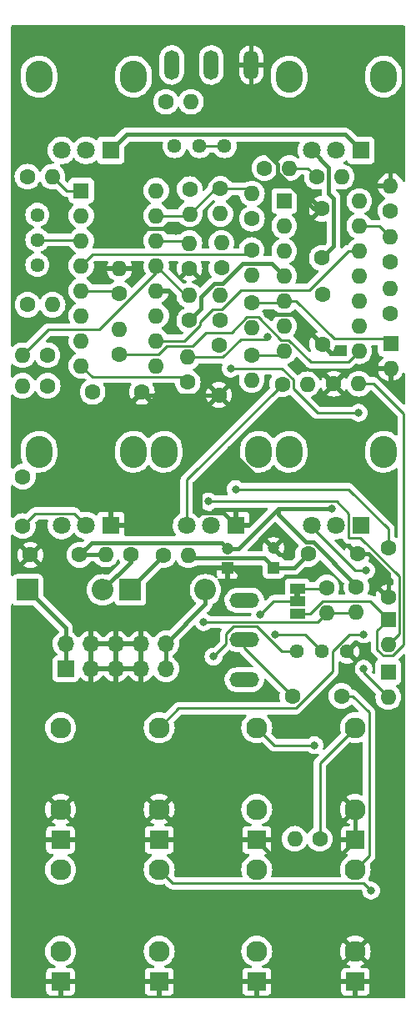
<source format=gtl>
G04 #@! TF.GenerationSoftware,KiCad,Pcbnew,7.0.2-0*
G04 #@! TF.CreationDate,2023-10-25T22:44:13+02:00*
G04 #@! TF.ProjectId,3340_vco,33333430-5f76-4636-9f2e-6b696361645f,rev?*
G04 #@! TF.SameCoordinates,Original*
G04 #@! TF.FileFunction,Copper,L1,Top*
G04 #@! TF.FilePolarity,Positive*
%FSLAX46Y46*%
G04 Gerber Fmt 4.6, Leading zero omitted, Abs format (unit mm)*
G04 Created by KiCad (PCBNEW 7.0.2-0) date 2023-10-25 22:44:13*
%MOMM*%
%LPD*%
G01*
G04 APERTURE LIST*
G04 #@! TA.AperFunction,ComponentPad*
%ADD10R,1.600000X1.600000*%
G04 #@! TD*
G04 #@! TA.AperFunction,ComponentPad*
%ADD11O,1.600000X1.600000*%
G04 #@! TD*
G04 #@! TA.AperFunction,ComponentPad*
%ADD12C,1.600000*%
G04 #@! TD*
G04 #@! TA.AperFunction,ComponentPad*
%ADD13R,2.200000X2.200000*%
G04 #@! TD*
G04 #@! TA.AperFunction,ComponentPad*
%ADD14O,2.200000X2.200000*%
G04 #@! TD*
G04 #@! TA.AperFunction,ComponentPad*
%ADD15C,1.440000*%
G04 #@! TD*
G04 #@! TA.AperFunction,ComponentPad*
%ADD16R,1.200000X1.200000*%
G04 #@! TD*
G04 #@! TA.AperFunction,ComponentPad*
%ADD17C,1.200000*%
G04 #@! TD*
G04 #@! TA.AperFunction,SMDPad,CuDef*
%ADD18R,1.500000X1.000000*%
G04 #@! TD*
G04 #@! TA.AperFunction,ComponentPad*
%ADD19R,1.700000X1.700000*%
G04 #@! TD*
G04 #@! TA.AperFunction,ComponentPad*
%ADD20O,1.700000X1.700000*%
G04 #@! TD*
G04 #@! TA.AperFunction,ComponentPad*
%ADD21O,2.720000X3.240000*%
G04 #@! TD*
G04 #@! TA.AperFunction,ComponentPad*
%ADD22R,1.800000X1.800000*%
G04 #@! TD*
G04 #@! TA.AperFunction,ComponentPad*
%ADD23C,1.800000*%
G04 #@! TD*
G04 #@! TA.AperFunction,ComponentPad*
%ADD24O,1.500000X3.000000*%
G04 #@! TD*
G04 #@! TA.AperFunction,ComponentPad*
%ADD25O,3.000000X1.500000*%
G04 #@! TD*
G04 #@! TA.AperFunction,ComponentPad*
%ADD26R,1.930000X1.830000*%
G04 #@! TD*
G04 #@! TA.AperFunction,ComponentPad*
%ADD27C,2.130000*%
G04 #@! TD*
G04 #@! TA.AperFunction,ViaPad*
%ADD28C,0.800000*%
G04 #@! TD*
G04 #@! TA.AperFunction,Conductor*
%ADD29C,0.400000*%
G04 #@! TD*
G04 #@! TA.AperFunction,Conductor*
%ADD30C,0.250000*%
G04 #@! TD*
G04 APERTURE END LIST*
G04 #@! TA.AperFunction,EtchedComponent*
G36*
X232557600Y-83470800D02*
G01*
X231957600Y-83470800D01*
X231957600Y-82970800D01*
X232557600Y-82970800D01*
X232557600Y-83470800D01*
G37*
G04 #@! TD.AperFunction*
D10*
X230936800Y-43249000D03*
D11*
X230936800Y-45789000D03*
X230936800Y-48329000D03*
X230936800Y-50869000D03*
X230936800Y-53409000D03*
X230936800Y-55949000D03*
X230936800Y-58489000D03*
X238556800Y-58489000D03*
X238556800Y-55949000D03*
X238556800Y-53409000D03*
X238556800Y-50869000D03*
X238556800Y-48329000D03*
X238556800Y-45789000D03*
X238556800Y-43249000D03*
D12*
X235966000Y-61798200D03*
D11*
X238506000Y-61798200D03*
D12*
X218668600Y-79222600D03*
D11*
X221208600Y-79222600D03*
D12*
X224459800Y-42011600D03*
D11*
X224459800Y-44551600D03*
D12*
X227660200Y-45037801D03*
D11*
X227660200Y-42497801D03*
D13*
X215315800Y-82727800D03*
D14*
X222935800Y-82727800D03*
D12*
X221132400Y-61649400D03*
D11*
X221132400Y-59109400D03*
D12*
X221284800Y-55372000D03*
D11*
X221284800Y-52832000D03*
D12*
X224307400Y-62926600D03*
X224307400Y-57926600D03*
X204872799Y-53771799D03*
D11*
X207412799Y-53771799D03*
D10*
X210312000Y-42189400D03*
D11*
X210312000Y-44729400D03*
X210312000Y-47269400D03*
X210312000Y-49809400D03*
X210312000Y-52349400D03*
X210312000Y-54889400D03*
X210312000Y-57429400D03*
X210312000Y-59969400D03*
X217932000Y-59969400D03*
X217932000Y-57429400D03*
X217932000Y-54889400D03*
X217932000Y-52349400D03*
X217932000Y-49809400D03*
X217932000Y-47269400D03*
X217932000Y-44729400D03*
X217932000Y-42189400D03*
D12*
X233364400Y-79095600D03*
X238364400Y-79095600D03*
X238250000Y-82454999D03*
D11*
X238250000Y-84994999D03*
D12*
X227634800Y-58877200D03*
D11*
X227634800Y-61417200D03*
D15*
X232250000Y-89000000D03*
X234790000Y-89000000D03*
X237330000Y-89000000D03*
D12*
X230730000Y-61849000D03*
D11*
X233270000Y-61849000D03*
D12*
X241500000Y-83500000D03*
X241500000Y-78500000D03*
D16*
X225196400Y-80518000D03*
D17*
X225196400Y-78518000D03*
D12*
X204851000Y-40767000D03*
D11*
X207391000Y-40767000D03*
D10*
X241500000Y-85750000D03*
D11*
X241500000Y-88290000D03*
D16*
X229844600Y-80467200D03*
D17*
X229844600Y-78467200D03*
D12*
X221335600Y-42033400D03*
D11*
X221335600Y-44573400D03*
D12*
X216469600Y-62636400D03*
X211469600Y-62636400D03*
X234545000Y-108000000D03*
D11*
X232005000Y-108000000D03*
D12*
X241681000Y-54639001D03*
D11*
X241681000Y-52099001D03*
D12*
X215344800Y-79146400D03*
D11*
X212804800Y-79146400D03*
D12*
X235250000Y-82500000D03*
D11*
X235250000Y-85040000D03*
D12*
X241731800Y-44225000D03*
D11*
X241731800Y-41685000D03*
D15*
X205867000Y-44653200D03*
X205867000Y-47193200D03*
X205867000Y-49733200D03*
D10*
X241500000Y-91074314D03*
D11*
X241500000Y-93614314D03*
D10*
X241750000Y-57710000D03*
D11*
X241750000Y-60250000D03*
D12*
X227634800Y-53612200D03*
D11*
X227634800Y-56152200D03*
D12*
X205145000Y-79171800D03*
X210145000Y-79171800D03*
D18*
X232257600Y-82570800D03*
X232257600Y-83870800D03*
X232257600Y-85170800D03*
D19*
X208762600Y-90728800D03*
D20*
X208762600Y-88188800D03*
X211302600Y-90728800D03*
X211302600Y-88188800D03*
X213842600Y-90728800D03*
X213842600Y-88188800D03*
X216382600Y-90728800D03*
X216382600Y-88188800D03*
X218922600Y-90728800D03*
X218922600Y-88188800D03*
D12*
X227609400Y-48227400D03*
D11*
X227609400Y-50767400D03*
D12*
X236750000Y-93500000D03*
X231750000Y-93500000D03*
D13*
X204876400Y-82727800D03*
D14*
X212496400Y-82727800D03*
D12*
X224561400Y-50041601D03*
D11*
X224561400Y-47501601D03*
D12*
X206883000Y-58902600D03*
D11*
X204343000Y-58902600D03*
D12*
X221310200Y-50067000D03*
D11*
X221310200Y-47527000D03*
D12*
X228926600Y-39903400D03*
D11*
X231466600Y-39903400D03*
D12*
X204393800Y-76236200D03*
X204393800Y-71236200D03*
X241681000Y-49403000D03*
D11*
X241681000Y-46863000D03*
D15*
X219801600Y-37668200D03*
X222341600Y-37668200D03*
X224881600Y-37668200D03*
D12*
X206912000Y-62001400D03*
D11*
X204372000Y-62001400D03*
D12*
X224434400Y-55372000D03*
D11*
X224434400Y-52832000D03*
D12*
X218919000Y-33172400D03*
D11*
X221459000Y-33172400D03*
D21*
X206020000Y-68700000D03*
X215620000Y-68700000D03*
D22*
X213320000Y-76200000D03*
D23*
X210820000Y-76200000D03*
X208320000Y-76200000D03*
D24*
X227591700Y-29433700D03*
X223527700Y-29433700D03*
X219514500Y-29433700D03*
D12*
X214198200Y-58804601D03*
D11*
X214198200Y-56264601D03*
D21*
X206020000Y-30607000D03*
X215620000Y-30607000D03*
D22*
X213320000Y-38107000D03*
D23*
X210820000Y-38107000D03*
X208320000Y-38107000D03*
D25*
X226877700Y-91854100D03*
X226877700Y-87790100D03*
X226877700Y-83776900D03*
D26*
X218236800Y-108123200D03*
D27*
X218236800Y-96723200D03*
X218236800Y-105023200D03*
D21*
X218720000Y-68700000D03*
X228320000Y-68700000D03*
D22*
X226020000Y-76200000D03*
D23*
X223520000Y-76200000D03*
X221020000Y-76200000D03*
D26*
X238150400Y-108123200D03*
D27*
X238150400Y-96723200D03*
X238150400Y-105023200D03*
D12*
X234238800Y-40792400D03*
D11*
X236778800Y-40792400D03*
D12*
X234797600Y-57763200D03*
X234797600Y-52763200D03*
D26*
X208229200Y-122525000D03*
D27*
X208229200Y-111125000D03*
X208229200Y-119425000D03*
D21*
X231420000Y-68700000D03*
X241020000Y-68700000D03*
D22*
X238720000Y-76200000D03*
D23*
X236220000Y-76200000D03*
X233720000Y-76200000D03*
D12*
X214198200Y-52628800D03*
D11*
X214198200Y-50088800D03*
D21*
X231420000Y-30607000D03*
X241020000Y-30607000D03*
D22*
X238720000Y-38107000D03*
D23*
X236220000Y-38107000D03*
X233720000Y-38107000D03*
D26*
X238150400Y-122525000D03*
D27*
X238150400Y-111125000D03*
X238150400Y-119425000D03*
D26*
X228142800Y-108123200D03*
D27*
X228142800Y-96723200D03*
X228142800Y-105023200D03*
D12*
X234746800Y-49032800D03*
X234746800Y-44032800D03*
D26*
X228142800Y-122525000D03*
D27*
X228142800Y-111125000D03*
X228142800Y-119425000D03*
D26*
X208229200Y-108123200D03*
D27*
X208229200Y-96723200D03*
X208229200Y-105023200D03*
D26*
X218236800Y-122525000D03*
D27*
X218236800Y-111125000D03*
X218236800Y-119425000D03*
D28*
X238000000Y-71250000D03*
X224987701Y-71512299D03*
X225500000Y-68500000D03*
X219931500Y-46250000D03*
X227000000Y-81750000D03*
X228750000Y-71250000D03*
X229250000Y-54750000D03*
X227750000Y-37750000D03*
X215000000Y-47250000D03*
X235750000Y-74500000D03*
X226000000Y-72500000D03*
X223250000Y-73750000D03*
X222750000Y-86000000D03*
X225500000Y-60250000D03*
X238500000Y-64750000D03*
X230000000Y-87250000D03*
X239000000Y-90750000D03*
X223750000Y-89500000D03*
X239000000Y-87250000D03*
X239250000Y-80750000D03*
X239750000Y-113250000D03*
X234000000Y-98500000D03*
X229250000Y-57000000D03*
X228500000Y-85250000D03*
D29*
X221504000Y-79518000D02*
X228895400Y-79518000D01*
X235438800Y-42438800D02*
X235946800Y-42946800D01*
X229635200Y-49567400D02*
X226732658Y-49567400D01*
X235946800Y-47832800D02*
X234746800Y-49032800D01*
X230936800Y-50869000D02*
X229635200Y-49567400D01*
X228895400Y-79518000D02*
X229844600Y-80467200D01*
X226732658Y-49567400D02*
X224668058Y-51632000D01*
X222500000Y-54156800D02*
X221284800Y-55372000D01*
X233720000Y-38107000D02*
X235438800Y-39825800D01*
X222500000Y-53000000D02*
X222500000Y-54156800D01*
X235438800Y-39825800D02*
X235438800Y-42438800D01*
X223868000Y-51632000D02*
X222500000Y-53000000D01*
X235946800Y-42946800D02*
X235946800Y-47832800D01*
X229844600Y-80467200D02*
X231992800Y-80467200D01*
X224668058Y-51632000D02*
X223868000Y-51632000D01*
X231992800Y-80467200D02*
X233364400Y-79095600D01*
X228470257Y-37750000D02*
X227750000Y-37750000D01*
X238150400Y-108123200D02*
X238150400Y-105023200D01*
X224307400Y-62926600D02*
X216759800Y-62926600D01*
X211302600Y-88188800D02*
X216382600Y-88188800D01*
X226020000Y-76200000D02*
X224720000Y-74900000D01*
X208229200Y-108123200D02*
X218236800Y-108123200D01*
X222650000Y-74900000D02*
X222410731Y-74660731D01*
X231783400Y-54749000D02*
X229251000Y-54749000D01*
X234746800Y-44032800D02*
X233898943Y-44032800D01*
X238364400Y-79095600D02*
X239495770Y-79095600D01*
X229000000Y-71000000D02*
X228750000Y-71250000D01*
X239495770Y-79095600D02*
X241500000Y-81099830D01*
X222410731Y-74660731D02*
X222410731Y-71589269D01*
X216382600Y-88188800D02*
X216382600Y-90728800D01*
X222410731Y-71589269D02*
X225500000Y-68500000D01*
X229251000Y-54749000D02*
X229250000Y-54750000D01*
X219750900Y-46069400D02*
X216180600Y-46069400D01*
X230266600Y-39546343D02*
X228470257Y-37750000D01*
X213842600Y-90728800D02*
X216382600Y-90728800D01*
X211302600Y-90728800D02*
X213842600Y-90728800D01*
X233898943Y-44032800D02*
X230266600Y-40400457D01*
X228750000Y-71250000D02*
X228120984Y-71250000D01*
X224987701Y-69012299D02*
X225500000Y-68500000D01*
X216180600Y-46069400D02*
X215000000Y-47250000D01*
X225500000Y-68629016D02*
X225500000Y-68500000D01*
X236756062Y-109517538D02*
X238150400Y-108123200D01*
X224987701Y-71512299D02*
X224987701Y-69012299D01*
X238000000Y-71250000D02*
X237750000Y-71000000D01*
X228142800Y-108123200D02*
X229537138Y-109517538D01*
X237750000Y-71000000D02*
X229000000Y-71000000D01*
X225196400Y-80518000D02*
X225768000Y-80518000D01*
X224720000Y-74900000D02*
X222650000Y-74900000D01*
X230266600Y-40400457D02*
X230266600Y-39546343D01*
X211302600Y-88188800D02*
X211302600Y-90728800D01*
X219931500Y-46250000D02*
X219750900Y-46069400D01*
X208229200Y-122525000D02*
X238150400Y-122525000D01*
X228120984Y-71250000D02*
X225500000Y-68629016D01*
X229537138Y-109517538D02*
X236756062Y-109517538D01*
X213842600Y-88188800D02*
X213842600Y-90728800D01*
X241500000Y-81099830D02*
X241500000Y-83500000D01*
X218236800Y-108123200D02*
X228142800Y-108123200D01*
X225768000Y-80518000D02*
X227000000Y-81750000D01*
X234797600Y-57763200D02*
X231783400Y-54749000D01*
X213320000Y-38107000D02*
X214927000Y-36500000D01*
X235750000Y-74500000D02*
X230320000Y-74500000D01*
X237113000Y-36500000D02*
X238720000Y-38107000D01*
X230320000Y-74500000D02*
X226302000Y-78518000D01*
X214927000Y-36500000D02*
X237113000Y-36500000D01*
X211370400Y-77946400D02*
X224624800Y-77946400D01*
X233861457Y-77895600D02*
X233120600Y-77895600D01*
X230320000Y-75095000D02*
X230320000Y-74500000D01*
X233120600Y-77895600D02*
X230320000Y-75095000D01*
X238250000Y-82284143D02*
X233861457Y-77895600D01*
X224624800Y-77946400D02*
X225196400Y-78518000D01*
X210145000Y-79171800D02*
X211370400Y-77946400D01*
X226302000Y-78518000D02*
X225196400Y-78518000D01*
X212804800Y-79146400D02*
X210170400Y-79146400D01*
D30*
X241500000Y-76530000D02*
X241500000Y-78500000D01*
X226000000Y-72500000D02*
X237470000Y-72500000D01*
X237470000Y-72500000D02*
X241500000Y-76530000D01*
X226877700Y-88627700D02*
X226877700Y-87790100D01*
X231750000Y-93500000D02*
X226877700Y-88627700D01*
X209595000Y-74975000D02*
X210820000Y-76200000D01*
X205655000Y-74975000D02*
X209595000Y-74975000D01*
X204393800Y-76236200D02*
X205655000Y-74975000D01*
X223250000Y-73750000D02*
X236270000Y-73750000D01*
X238675000Y-77425000D02*
X242625000Y-81375000D01*
X237495000Y-77425000D02*
X238675000Y-77425000D01*
X237495000Y-74975000D02*
X237495000Y-77425000D01*
X236270000Y-73750000D02*
X237495000Y-74975000D01*
X242625000Y-87165000D02*
X241520000Y-88270000D01*
X242625000Y-81375000D02*
X242625000Y-87165000D01*
X208813400Y-42189400D02*
X207391000Y-40767000D01*
X210312000Y-42189400D02*
X208813400Y-42189400D01*
X235250000Y-85040000D02*
X238204999Y-85040000D01*
X234294200Y-85995800D02*
X235250000Y-85040000D01*
X222754200Y-85995800D02*
X234294200Y-85995800D01*
X205867000Y-47193200D02*
X210235800Y-47193200D01*
X222750000Y-86000000D02*
X222754200Y-85995800D01*
X217932000Y-47269400D02*
X221052600Y-47269400D01*
X222341600Y-37668200D02*
X224881600Y-37668200D01*
X224459800Y-42011600D02*
X227173999Y-42011600D01*
X217932000Y-44729400D02*
X221179600Y-44729400D01*
X227173999Y-42011600D02*
X227660200Y-42497801D01*
X221335600Y-44573400D02*
X223897400Y-42011600D01*
X231855000Y-61383009D02*
X230721991Y-60250000D01*
X231855000Y-62314991D02*
X231855000Y-61383009D01*
X234290009Y-64750000D02*
X231855000Y-62314991D01*
X238500000Y-64750000D02*
X234290009Y-64750000D01*
X225500000Y-60250000D02*
X230721991Y-60250000D01*
X234790000Y-89000000D02*
X233040000Y-87250000D01*
X233040000Y-87250000D02*
X230000000Y-87250000D01*
X206941200Y-56304400D02*
X212113591Y-56304400D01*
X217932000Y-50485991D02*
X217932000Y-49809400D01*
X217932000Y-49809400D02*
X220954600Y-52832000D01*
X212113591Y-56304400D02*
X217932000Y-50485991D01*
X204343000Y-58902600D02*
X206941200Y-56304400D01*
X240607000Y-45789000D02*
X241681000Y-46863000D01*
X238556800Y-45789000D02*
X240607000Y-45789000D01*
X232257600Y-82570800D02*
X235179200Y-82570800D01*
X239000000Y-91114314D02*
X241500000Y-93614314D01*
X239000000Y-90750000D02*
X239000000Y-91114314D01*
X232257600Y-85170800D02*
X233528209Y-85170800D01*
X233528209Y-85170800D02*
X234829010Y-83869999D01*
X243075000Y-88305991D02*
X241965991Y-89415000D01*
X239619999Y-83869999D02*
X241500000Y-85750000D01*
X240375000Y-86875000D02*
X241500000Y-85750000D01*
X238554200Y-61750000D02*
X240000000Y-61750000D01*
X234829010Y-83869999D02*
X239619999Y-83869999D01*
X241965991Y-89415000D02*
X241034009Y-89415000D01*
X241034009Y-89415000D02*
X240375000Y-88755991D01*
X243075000Y-64825000D02*
X243075000Y-88305991D01*
X240000000Y-61750000D02*
X243075000Y-64825000D01*
X240375000Y-88755991D02*
X240375000Y-86875000D01*
X221020000Y-71559000D02*
X221020000Y-76200000D01*
X230730000Y-61849000D02*
X221020000Y-71559000D01*
X221598391Y-57984400D02*
X218967991Y-57984400D01*
X237431800Y-59614000D02*
X233652791Y-59614000D01*
X230639305Y-57364000D02*
X228302505Y-55027200D01*
X218967991Y-57984400D02*
X218147790Y-58804601D01*
X225577818Y-56618191D02*
X222964600Y-56618191D01*
X218147790Y-58804601D02*
X214198200Y-58804601D01*
X238556800Y-58489000D02*
X237431800Y-59614000D01*
X228302505Y-55027200D02*
X227168809Y-55027200D01*
X227168809Y-55027200D02*
X225577818Y-56618191D01*
X231402791Y-57364000D02*
X230639305Y-57364000D01*
X222964600Y-56618191D02*
X221598391Y-57984400D01*
X233652791Y-59614000D02*
X231402791Y-57364000D01*
X210312000Y-52349400D02*
X213918800Y-52349400D01*
X241290000Y-57250000D02*
X236000000Y-57250000D01*
X241404000Y-57364000D02*
X241290000Y-57250000D01*
X227634800Y-53612200D02*
X230733600Y-53612200D01*
X236000000Y-57250000D02*
X232159000Y-53409000D01*
X232159000Y-53409000D02*
X230936800Y-53409000D01*
X211437000Y-48684400D02*
X210312000Y-49809400D01*
X227152400Y-48684400D02*
X211437000Y-48684400D01*
X227634800Y-58877200D02*
X230548600Y-58877200D01*
D29*
X215315800Y-82575400D02*
X218668600Y-79222600D01*
X218922600Y-88188800D02*
X222935800Y-84175600D01*
X222935800Y-84175600D02*
X222935800Y-82727800D01*
X218922600Y-90728800D02*
X218922600Y-88188800D01*
X208762600Y-88188800D02*
X208762600Y-86614000D01*
X208762600Y-86614000D02*
X204876400Y-82727800D01*
X208762600Y-90728800D02*
X208762600Y-88188800D01*
X215344800Y-79879400D02*
X215344800Y-79146400D01*
X212496400Y-82727800D02*
X215344800Y-79879400D01*
D30*
X230724695Y-89000000D02*
X232250000Y-89000000D01*
X225052700Y-88197300D02*
X225052700Y-87197300D01*
X228170495Y-86445800D02*
X230724695Y-89000000D01*
X223750000Y-89500000D02*
X225052700Y-88197300D01*
X225052700Y-87197300D02*
X225804200Y-86445800D01*
X225804200Y-86445800D02*
X228170495Y-86445800D01*
X220577400Y-61094400D02*
X221132400Y-61649400D01*
X210312000Y-59969400D02*
X211437000Y-61094400D01*
X211437000Y-61094400D02*
X220577400Y-61094400D01*
X226573391Y-52284000D02*
X224610391Y-54247000D01*
X222409800Y-55500000D02*
X222409800Y-55837991D01*
X222409800Y-55837991D02*
X220818391Y-57429400D01*
X220818391Y-57429400D02*
X217932000Y-57429400D01*
X223662800Y-54247000D02*
X222409800Y-55500000D01*
X224610391Y-54247000D02*
X223662800Y-54247000D01*
X237425430Y-48329000D02*
X233470430Y-52284000D01*
X233470430Y-52284000D02*
X226573391Y-52284000D01*
X238556800Y-48329000D02*
X237425430Y-48329000D01*
X234545000Y-100328600D02*
X238150400Y-96723200D01*
X234545000Y-108000000D02*
X234545000Y-100328600D01*
X220210000Y-94750000D02*
X232090991Y-94750000D01*
X233720000Y-76334008D02*
X238135992Y-80750000D01*
X235835000Y-91005991D02*
X235835000Y-89000990D01*
X238135992Y-80750000D02*
X239250000Y-80750000D01*
X232090991Y-94750000D02*
X235835000Y-91005991D01*
X218236800Y-96723200D02*
X220210000Y-94750000D01*
X237585990Y-87250000D02*
X239000000Y-87250000D01*
X235835000Y-89000990D02*
X237585990Y-87250000D01*
X219626800Y-112515000D02*
X218236800Y-111125000D01*
X239750000Y-113250000D02*
X239015000Y-112515000D01*
X239015000Y-112515000D02*
X219626800Y-112515000D01*
X234000000Y-98500000D02*
X229919600Y-98500000D01*
X229919600Y-98500000D02*
X228142800Y-96723200D01*
X231466600Y-39903400D02*
X233349800Y-39903400D01*
X233349800Y-39903400D02*
X234238800Y-40792400D01*
X226547791Y-57277200D02*
X224715591Y-59109400D01*
X224715591Y-59109400D02*
X221132400Y-59109400D01*
X229250000Y-57000000D02*
X228972800Y-57277200D01*
X228972800Y-57277200D02*
X226547791Y-57277200D01*
X239540400Y-95159030D02*
X239540400Y-109735000D01*
X239540400Y-109735000D02*
X238150400Y-111125000D01*
X236750000Y-93500000D02*
X237881370Y-93500000D01*
X237881370Y-93500000D02*
X239540400Y-95159030D01*
X232257600Y-83870800D02*
X229879200Y-83870800D01*
X229879200Y-83870800D02*
X228500000Y-85250000D01*
G04 #@! TA.AperFunction,Conductor*
G36*
X203405703Y-84172506D02*
G01*
X203414902Y-84182388D01*
X203462749Y-84218206D01*
X203534069Y-84271596D01*
X203668917Y-84321891D01*
X203728527Y-84328300D01*
X205434880Y-84328299D01*
X205501919Y-84347984D01*
X205522561Y-84364618D01*
X208025781Y-86867838D01*
X208059266Y-86929161D01*
X208062100Y-86955531D01*
X208062099Y-86966100D01*
X208042408Y-87033137D01*
X208009223Y-87067662D01*
X207891199Y-87150304D01*
X207724105Y-87317398D01*
X207588565Y-87510970D01*
X207488697Y-87725136D01*
X207427536Y-87953392D01*
X207406940Y-88188800D01*
X207427536Y-88424207D01*
X207450318Y-88509230D01*
X207488697Y-88652463D01*
X207588565Y-88866630D01*
X207724105Y-89060201D01*
X207724107Y-89060203D01*
X207724108Y-89060204D01*
X207846030Y-89182126D01*
X207879515Y-89243449D01*
X207874531Y-89313141D01*
X207832659Y-89369074D01*
X207801683Y-89385989D01*
X207670269Y-89435004D01*
X207555054Y-89521254D01*
X207468804Y-89636468D01*
X207418509Y-89771316D01*
X207414055Y-89812747D01*
X207412100Y-89830927D01*
X207412100Y-89834248D01*
X207412100Y-89834249D01*
X207412100Y-91623360D01*
X207412100Y-91623378D01*
X207412101Y-91626672D01*
X207412453Y-91629952D01*
X207412454Y-91629959D01*
X207418509Y-91686284D01*
X207433063Y-91725305D01*
X207468804Y-91821131D01*
X207555054Y-91936346D01*
X207670269Y-92022596D01*
X207805117Y-92072891D01*
X207864727Y-92079300D01*
X209660472Y-92079299D01*
X209720083Y-92072891D01*
X209854931Y-92022596D01*
X209970146Y-91936346D01*
X210056396Y-91821131D01*
X210105603Y-91689199D01*
X210147473Y-91633267D01*
X210212937Y-91608850D01*
X210281210Y-91623701D01*
X210309465Y-91644853D01*
X210431518Y-91766906D01*
X210625023Y-91902400D01*
X210839109Y-92002230D01*
X211052600Y-92059434D01*
X211052600Y-91164301D01*
X211160285Y-91213480D01*
X211266837Y-91228800D01*
X211338363Y-91228800D01*
X211444915Y-91213480D01*
X211552600Y-91164301D01*
X211552600Y-92059433D01*
X211766090Y-92002230D01*
X211980176Y-91902400D01*
X212173681Y-91766906D01*
X212340706Y-91599881D01*
X212471025Y-91413768D01*
X212525602Y-91370144D01*
X212595101Y-91362951D01*
X212657455Y-91394473D01*
X212674175Y-91413768D01*
X212804493Y-91599881D01*
X212971518Y-91766906D01*
X213165023Y-91902400D01*
X213379107Y-92002230D01*
X213592598Y-92059434D01*
X213592599Y-92059434D01*
X213592599Y-91164301D01*
X213700285Y-91213480D01*
X213806837Y-91228800D01*
X213878363Y-91228800D01*
X213984915Y-91213480D01*
X214092600Y-91164301D01*
X214092600Y-92059433D01*
X214306090Y-92002230D01*
X214520176Y-91902400D01*
X214713681Y-91766906D01*
X214880706Y-91599881D01*
X215011025Y-91413768D01*
X215065602Y-91370144D01*
X215135101Y-91362951D01*
X215197455Y-91394473D01*
X215214175Y-91413768D01*
X215344493Y-91599881D01*
X215511518Y-91766906D01*
X215705023Y-91902400D01*
X215919109Y-92002230D01*
X216132600Y-92059434D01*
X216132600Y-91164301D01*
X216240285Y-91213480D01*
X216346837Y-91228800D01*
X216418363Y-91228800D01*
X216524915Y-91213480D01*
X216632599Y-91164301D01*
X216632599Y-92059433D01*
X216846091Y-92002230D01*
X217060176Y-91902400D01*
X217253681Y-91766906D01*
X217420709Y-91599878D01*
X217550719Y-91414205D01*
X217605296Y-91370580D01*
X217674794Y-91363386D01*
X217737149Y-91394909D01*
X217753865Y-91414200D01*
X217884105Y-91600201D01*
X218051199Y-91767295D01*
X218244770Y-91902835D01*
X218458937Y-92002703D01*
X218670659Y-92059433D01*
X218687192Y-92063863D01*
X218922599Y-92084459D01*
X218922599Y-92084458D01*
X218922600Y-92084459D01*
X219158008Y-92063863D01*
X219386263Y-92002703D01*
X219600430Y-91902835D01*
X219794001Y-91767295D01*
X219961095Y-91600201D01*
X220096635Y-91406630D01*
X220196503Y-91192463D01*
X220257663Y-90964208D01*
X220278259Y-90728800D01*
X220257663Y-90493392D01*
X220196503Y-90265137D01*
X220096635Y-90050971D01*
X219961095Y-89857399D01*
X219794001Y-89690305D01*
X219759670Y-89666266D01*
X219675975Y-89607661D01*
X219632351Y-89553084D01*
X219623100Y-89506087D01*
X219623100Y-89411511D01*
X219642785Y-89344472D01*
X219675977Y-89309936D01*
X219702832Y-89291132D01*
X219794001Y-89227295D01*
X219961095Y-89060201D01*
X220096635Y-88866630D01*
X220196503Y-88652463D01*
X220257663Y-88424208D01*
X220278259Y-88188800D01*
X220257663Y-87953392D01*
X220254560Y-87941810D01*
X220253158Y-87936577D01*
X220254821Y-87866727D01*
X220285250Y-87816805D01*
X221739357Y-86362698D01*
X221800678Y-86329215D01*
X221870370Y-86334199D01*
X221926303Y-86376071D01*
X221934423Y-86388381D01*
X222017466Y-86532215D01*
X222144129Y-86672889D01*
X222297269Y-86784151D01*
X222470197Y-86861144D01*
X222655352Y-86900500D01*
X222655354Y-86900500D01*
X222844648Y-86900500D01*
X222968083Y-86874262D01*
X223029803Y-86861144D01*
X223202730Y-86784151D01*
X223214706Y-86775450D01*
X223355869Y-86672890D01*
X223355871Y-86672888D01*
X223365378Y-86662328D01*
X223424864Y-86625680D01*
X223457529Y-86621300D01*
X224448992Y-86621300D01*
X224516031Y-86640985D01*
X224561786Y-86693789D01*
X224571730Y-86762947D01*
X224549136Y-86812420D01*
X224550182Y-86812996D01*
X224532985Y-86844274D01*
X224522309Y-86860528D01*
X224510026Y-86876363D01*
X224492675Y-86916458D01*
X224487538Y-86926944D01*
X224466502Y-86965207D01*
X224461521Y-86984609D01*
X224455220Y-87003011D01*
X224447261Y-87021402D01*
X224440428Y-87064542D01*
X224438060Y-87075974D01*
X224427200Y-87118277D01*
X224427200Y-87138316D01*
X224425673Y-87157714D01*
X224422540Y-87177494D01*
X224426650Y-87220973D01*
X224427200Y-87232643D01*
X224427200Y-87886847D01*
X224407515Y-87953886D01*
X224390881Y-87974528D01*
X223802228Y-88563181D01*
X223740905Y-88596666D01*
X223714547Y-88599500D01*
X223655352Y-88599500D01*
X223470197Y-88638855D01*
X223297269Y-88715848D01*
X223144129Y-88827110D01*
X223017466Y-88967783D01*
X222922820Y-89131715D01*
X222864326Y-89311742D01*
X222844540Y-89500000D01*
X222864326Y-89688257D01*
X222922820Y-89868284D01*
X223017466Y-90032216D01*
X223144129Y-90172889D01*
X223297269Y-90284151D01*
X223470197Y-90361144D01*
X223655352Y-90400500D01*
X223655354Y-90400500D01*
X223844648Y-90400500D01*
X223968083Y-90374262D01*
X224029803Y-90361144D01*
X224202730Y-90284151D01*
X224277603Y-90229753D01*
X224355870Y-90172889D01*
X224361327Y-90166829D01*
X224482533Y-90032216D01*
X224577179Y-89868284D01*
X224635674Y-89688256D01*
X224653321Y-89520344D01*
X224679904Y-89455734D01*
X224688951Y-89445638D01*
X225283205Y-88851384D01*
X225344526Y-88817901D01*
X225414218Y-88822885D01*
X225434483Y-88832619D01*
X225582937Y-88921316D01*
X225706752Y-88967784D01*
X225793676Y-89000407D01*
X226015153Y-89040600D01*
X226350875Y-89040600D01*
X226417914Y-89060285D01*
X226429915Y-89069056D01*
X226451758Y-89087126D01*
X226460399Y-89094989D01*
X227757329Y-90391919D01*
X227790814Y-90453242D01*
X227785830Y-90522934D01*
X227743958Y-90578867D01*
X227678494Y-90603284D01*
X227669648Y-90603600D01*
X226071545Y-90603600D01*
X226068797Y-90603847D01*
X226068781Y-90603848D01*
X225903509Y-90618723D01*
X225686528Y-90678607D01*
X225483727Y-90776270D01*
X225301625Y-90908575D01*
X225146065Y-91071278D01*
X225022065Y-91259131D01*
X224933596Y-91466112D01*
X224883509Y-91685562D01*
X224873409Y-91910428D01*
X224903625Y-92133488D01*
X224963612Y-92318110D01*
X224973183Y-92347564D01*
X225079848Y-92545781D01*
X225220192Y-92721766D01*
X225389704Y-92869865D01*
X225431040Y-92894562D01*
X225582937Y-92985316D01*
X225700914Y-93029593D01*
X225793676Y-93064407D01*
X226015153Y-93104600D01*
X227681078Y-93104600D01*
X227683855Y-93104600D01*
X227851888Y-93089477D01*
X228068870Y-93029593D01*
X228271673Y-92931929D01*
X228453778Y-92799622D01*
X228609332Y-92636925D01*
X228733335Y-92449068D01*
X228821803Y-92242088D01*
X228871891Y-92022637D01*
X228881453Y-91809715D01*
X228904125Y-91743628D01*
X228958929Y-91700288D01*
X229028464Y-91693457D01*
X229090653Y-91725305D01*
X229093009Y-91727599D01*
X230450586Y-93085176D01*
X230484071Y-93146499D01*
X230482680Y-93204949D01*
X230464364Y-93273307D01*
X230444531Y-93500000D01*
X230464364Y-93726689D01*
X230523261Y-93946496D01*
X230524008Y-93948098D01*
X230524423Y-93950833D01*
X230526069Y-93956975D01*
X230525383Y-93957158D01*
X230534498Y-94017176D01*
X230505976Y-94080959D01*
X230447499Y-94119197D01*
X230411624Y-94124500D01*
X220292740Y-94124500D01*
X220272236Y-94122236D01*
X220202144Y-94124439D01*
X220198250Y-94124500D01*
X220170650Y-94124500D01*
X220166799Y-94124986D01*
X220166768Y-94124988D01*
X220166640Y-94125005D01*
X220155028Y-94125918D01*
X220111368Y-94127290D01*
X220092128Y-94132880D01*
X220073081Y-94136825D01*
X220053209Y-94139335D01*
X220012599Y-94155413D01*
X220001554Y-94159194D01*
X219959611Y-94171380D01*
X219942369Y-94181578D01*
X219924897Y-94190138D01*
X219906266Y-94197514D01*
X219870938Y-94223181D01*
X219861180Y-94229591D01*
X219823579Y-94251829D01*
X219809410Y-94265998D01*
X219794622Y-94278628D01*
X219778413Y-94290405D01*
X219750572Y-94324058D01*
X219742711Y-94332696D01*
X218868067Y-95207340D01*
X218806744Y-95240825D01*
X218737052Y-95235841D01*
X218732933Y-95234220D01*
X218722061Y-95229716D01*
X218482456Y-95172193D01*
X218359627Y-95162526D01*
X218236800Y-95152859D01*
X218236799Y-95152859D01*
X217991143Y-95172193D01*
X217751538Y-95229716D01*
X217523878Y-95324017D01*
X217313778Y-95452766D01*
X217126401Y-95612801D01*
X216966366Y-95800178D01*
X216837617Y-96010278D01*
X216743316Y-96237938D01*
X216685793Y-96477543D01*
X216666459Y-96723200D01*
X216685793Y-96968856D01*
X216743316Y-97208461D01*
X216790466Y-97322290D01*
X216837616Y-97436120D01*
X216966367Y-97646223D01*
X217126401Y-97833599D01*
X217313777Y-97993633D01*
X217523880Y-98122384D01*
X217751538Y-98216683D01*
X217991145Y-98274207D01*
X218236800Y-98293541D01*
X218482455Y-98274207D01*
X218722062Y-98216683D01*
X218949720Y-98122384D01*
X219159823Y-97993633D01*
X219347199Y-97833599D01*
X219507233Y-97646223D01*
X219635984Y-97436120D01*
X219730283Y-97208462D01*
X219787807Y-96968855D01*
X219807141Y-96723200D01*
X219787807Y-96477545D01*
X219730283Y-96237938D01*
X219730282Y-96237937D01*
X219730282Y-96237934D01*
X219725780Y-96227065D01*
X219718310Y-96157596D01*
X219749584Y-96095116D01*
X219752629Y-96091960D01*
X220432771Y-95411819D01*
X220494095Y-95378334D01*
X220520453Y-95375500D01*
X226974129Y-95375500D01*
X227041168Y-95395185D01*
X227086923Y-95447989D01*
X227096867Y-95517147D01*
X227067842Y-95580703D01*
X227054666Y-95593784D01*
X227032401Y-95612801D01*
X227032400Y-95612802D01*
X226872366Y-95800178D01*
X226743617Y-96010278D01*
X226649316Y-96237938D01*
X226591793Y-96477543D01*
X226572459Y-96723199D01*
X226591793Y-96968856D01*
X226649316Y-97208461D01*
X226696466Y-97322291D01*
X226743616Y-97436120D01*
X226872367Y-97646223D01*
X227032401Y-97833599D01*
X227219777Y-97993633D01*
X227429880Y-98122384D01*
X227657538Y-98216683D01*
X227897145Y-98274207D01*
X228142800Y-98293541D01*
X228388455Y-98274207D01*
X228628062Y-98216683D01*
X228638933Y-98212179D01*
X228708401Y-98204710D01*
X228770881Y-98235983D01*
X228774069Y-98239059D01*
X229418797Y-98883787D01*
X229431698Y-98899889D01*
X229433812Y-98901874D01*
X229433814Y-98901877D01*
X229472169Y-98937895D01*
X229482840Y-98947916D01*
X229485636Y-98950626D01*
X229505130Y-98970120D01*
X229508215Y-98972513D01*
X229508301Y-98972580D01*
X229517173Y-98980158D01*
X229549018Y-99010062D01*
X229566574Y-99019714D01*
X229582831Y-99030392D01*
X229598664Y-99042674D01*
X229614785Y-99049649D01*
X229638756Y-99060023D01*
X229649243Y-99065160D01*
X229687508Y-99086197D01*
X229706916Y-99091180D01*
X229725310Y-99097478D01*
X229743705Y-99105438D01*
X229786854Y-99112271D01*
X229798280Y-99114638D01*
X229813822Y-99118629D01*
X229840580Y-99125500D01*
X229840581Y-99125500D01*
X229860616Y-99125500D01*
X229880013Y-99127026D01*
X229899796Y-99130160D01*
X229943274Y-99126050D01*
X229954944Y-99125500D01*
X233296253Y-99125500D01*
X233363292Y-99145185D01*
X233388400Y-99166526D01*
X233394129Y-99172888D01*
X233547270Y-99284151D01*
X233547271Y-99284151D01*
X233547272Y-99284152D01*
X233720197Y-99361144D01*
X233905352Y-99400500D01*
X233905354Y-99400500D01*
X234094648Y-99400500D01*
X234279799Y-99361145D01*
X234279799Y-99361144D01*
X234279803Y-99361144D01*
X234295995Y-99353934D01*
X234365243Y-99344648D01*
X234428520Y-99374275D01*
X234465735Y-99433409D01*
X234465072Y-99503275D01*
X234434113Y-99554894D01*
X234161208Y-99827799D01*
X234145110Y-99840696D01*
X234097096Y-99891825D01*
X234094392Y-99894616D01*
X234077628Y-99911380D01*
X234077621Y-99911387D01*
X234074880Y-99914129D01*
X234072499Y-99917197D01*
X234072490Y-99917208D01*
X234072411Y-99917311D01*
X234064842Y-99926172D01*
X234034935Y-99958020D01*
X234025285Y-99975574D01*
X234014609Y-99991828D01*
X234002326Y-100007663D01*
X233984975Y-100047758D01*
X233979838Y-100058244D01*
X233958802Y-100096507D01*
X233953821Y-100115909D01*
X233947520Y-100134311D01*
X233939561Y-100152702D01*
X233932728Y-100195842D01*
X233930360Y-100207274D01*
X233919500Y-100249577D01*
X233919500Y-100269616D01*
X233917973Y-100289015D01*
X233914839Y-100308796D01*
X233918948Y-100352273D01*
X233919498Y-100363939D01*
X233919499Y-106785813D01*
X233899814Y-106852852D01*
X233866622Y-106887388D01*
X233705859Y-106999953D01*
X233544953Y-107160859D01*
X233414433Y-107347263D01*
X233387382Y-107405275D01*
X233341209Y-107457714D01*
X233274015Y-107476865D01*
X233207134Y-107456649D01*
X233162618Y-107405275D01*
X233135568Y-107347266D01*
X233005047Y-107160861D01*
X233005046Y-107160859D01*
X232844140Y-106999953D01*
X232657735Y-106869432D01*
X232451497Y-106773261D01*
X232231689Y-106714364D01*
X232004999Y-106694531D01*
X231778310Y-106714364D01*
X231558502Y-106773261D01*
X231352264Y-106869432D01*
X231165859Y-106999953D01*
X231004953Y-107160859D01*
X230874432Y-107347264D01*
X230778261Y-107553502D01*
X230719364Y-107773310D01*
X230699531Y-108000000D01*
X230719364Y-108226689D01*
X230778261Y-108446497D01*
X230874432Y-108652735D01*
X231004953Y-108839140D01*
X231165859Y-109000046D01*
X231352264Y-109130567D01*
X231352265Y-109130567D01*
X231352266Y-109130568D01*
X231558504Y-109226739D01*
X231778308Y-109285635D01*
X231929435Y-109298857D01*
X232004999Y-109305468D01*
X232004999Y-109305467D01*
X232005000Y-109305468D01*
X232231692Y-109285635D01*
X232451496Y-109226739D01*
X232657734Y-109130568D01*
X232844139Y-109000047D01*
X233005047Y-108839139D01*
X233135568Y-108652734D01*
X233162619Y-108594721D01*
X233208788Y-108542286D01*
X233275981Y-108523133D01*
X233342862Y-108543348D01*
X233387381Y-108594723D01*
X233414433Y-108652736D01*
X233544953Y-108839140D01*
X233705859Y-109000046D01*
X233892264Y-109130567D01*
X233892265Y-109130567D01*
X233892266Y-109130568D01*
X234098504Y-109226739D01*
X234318308Y-109285635D01*
X234545000Y-109305468D01*
X234771692Y-109285635D01*
X234991496Y-109226739D01*
X235197734Y-109130568D01*
X235384139Y-109000047D01*
X235545047Y-108839139D01*
X235675568Y-108652734D01*
X235771739Y-108446496D01*
X235830635Y-108226692D01*
X235850468Y-108000000D01*
X235830635Y-107773308D01*
X235771739Y-107553504D01*
X235675568Y-107347266D01*
X235545047Y-107160861D01*
X235545046Y-107160859D01*
X235384140Y-106999953D01*
X235223377Y-106887387D01*
X235179752Y-106832811D01*
X235170500Y-106785812D01*
X235170500Y-100639050D01*
X235190185Y-100572011D01*
X235206814Y-100551374D01*
X237519132Y-98239056D01*
X237580453Y-98205573D01*
X237650145Y-98210557D01*
X237654243Y-98212170D01*
X237665138Y-98216683D01*
X237904745Y-98274207D01*
X238150400Y-98293541D01*
X238396055Y-98274207D01*
X238635662Y-98216683D01*
X238743450Y-98172035D01*
X238812914Y-98164567D01*
X238875394Y-98195841D01*
X238911047Y-98255930D01*
X238914899Y-98286597D01*
X238914899Y-103460343D01*
X238895214Y-103527382D01*
X238842410Y-103573137D01*
X238773252Y-103583081D01*
X238743446Y-103574904D01*
X238635507Y-103530193D01*
X238395978Y-103472688D01*
X238150400Y-103453361D01*
X237904821Y-103472688D01*
X237665292Y-103530193D01*
X237437706Y-103624464D01*
X237231549Y-103750797D01*
X237856187Y-104375434D01*
X237818023Y-104389909D01*
X237676125Y-104487854D01*
X237561790Y-104616912D01*
X237502853Y-104729204D01*
X236877997Y-104104349D01*
X236751664Y-104310506D01*
X236657393Y-104538092D01*
X236599888Y-104777621D01*
X236580561Y-105023200D01*
X236599888Y-105268778D01*
X236657393Y-105508307D01*
X236751663Y-105735893D01*
X236877997Y-105942049D01*
X237502852Y-105317193D01*
X237561790Y-105429488D01*
X237676125Y-105558546D01*
X237818023Y-105656491D01*
X237856186Y-105670964D01*
X237231549Y-106295601D01*
X237437706Y-106421936D01*
X237552871Y-106469639D01*
X237607274Y-106513480D01*
X237629339Y-106579774D01*
X237612060Y-106647474D01*
X237560922Y-106695084D01*
X237505418Y-106708200D01*
X237140882Y-106708200D01*
X237134267Y-106708554D01*
X237078028Y-106714600D01*
X236943310Y-106764847D01*
X236828211Y-106851011D01*
X236742047Y-106966110D01*
X236691800Y-107100828D01*
X236685754Y-107157067D01*
X236685400Y-107163681D01*
X236685400Y-107873200D01*
X237593880Y-107873200D01*
X237565645Y-107933202D01*
X237536765Y-108084593D01*
X237546443Y-108238411D01*
X237590238Y-108373200D01*
X236685400Y-108373200D01*
X236685400Y-109082718D01*
X236685754Y-109089332D01*
X236691800Y-109145571D01*
X236742047Y-109280289D01*
X236828211Y-109395388D01*
X236943310Y-109481552D01*
X237078028Y-109531799D01*
X237134267Y-109537845D01*
X237140882Y-109538200D01*
X237303971Y-109538200D01*
X237371010Y-109557885D01*
X237416765Y-109610689D01*
X237426709Y-109679847D01*
X237397684Y-109743403D01*
X237368761Y-109767927D01*
X237227378Y-109854566D01*
X237040001Y-110014601D01*
X236879966Y-110201978D01*
X236751217Y-110412078D01*
X236656916Y-110639738D01*
X236599393Y-110879343D01*
X236580059Y-111124999D01*
X236599393Y-111370656D01*
X236656916Y-111610261D01*
X236701563Y-111718047D01*
X236709032Y-111787517D01*
X236677757Y-111849996D01*
X236617668Y-111885648D01*
X236587002Y-111889500D01*
X229706198Y-111889500D01*
X229639159Y-111869815D01*
X229593404Y-111817011D01*
X229583460Y-111747853D01*
X229591637Y-111718047D01*
X229630073Y-111625254D01*
X229636283Y-111610262D01*
X229693807Y-111370655D01*
X229713141Y-111125000D01*
X229693807Y-110879345D01*
X229636283Y-110639738D01*
X229541984Y-110412080D01*
X229413233Y-110201977D01*
X229253199Y-110014601D01*
X229065823Y-109854567D01*
X228924438Y-109767926D01*
X228877564Y-109716116D01*
X228866141Y-109647186D01*
X228893798Y-109583023D01*
X228951754Y-109543998D01*
X228989229Y-109538200D01*
X229152318Y-109538200D01*
X229158932Y-109537845D01*
X229215171Y-109531799D01*
X229349889Y-109481552D01*
X229464988Y-109395388D01*
X229551152Y-109280289D01*
X229601399Y-109145571D01*
X229607445Y-109089332D01*
X229607800Y-109082718D01*
X229607800Y-108373200D01*
X228699320Y-108373200D01*
X228727555Y-108313198D01*
X228756435Y-108161807D01*
X228746757Y-108007989D01*
X228702962Y-107873200D01*
X229607799Y-107873200D01*
X229607800Y-107163681D01*
X229607445Y-107157067D01*
X229601399Y-107100828D01*
X229551152Y-106966110D01*
X229464988Y-106851011D01*
X229349889Y-106764847D01*
X229215171Y-106714600D01*
X229158932Y-106708554D01*
X229152318Y-106708200D01*
X228789089Y-106708200D01*
X228722050Y-106688515D01*
X228676295Y-106635711D01*
X228666351Y-106566553D01*
X228695376Y-106502997D01*
X228741636Y-106469639D01*
X228855720Y-106422384D01*
X229065823Y-106293633D01*
X229253199Y-106133599D01*
X229413233Y-105946223D01*
X229541984Y-105736120D01*
X229636283Y-105508462D01*
X229693807Y-105268855D01*
X229713141Y-105023200D01*
X229693807Y-104777545D01*
X229636283Y-104537938D01*
X229541984Y-104310280D01*
X229413233Y-104100177D01*
X229253199Y-103912801D01*
X229065823Y-103752767D01*
X228855720Y-103624016D01*
X228732887Y-103573137D01*
X228628061Y-103529716D01*
X228388456Y-103472193D01*
X228142800Y-103452859D01*
X227897143Y-103472193D01*
X227657538Y-103529716D01*
X227429878Y-103624017D01*
X227219778Y-103752766D01*
X227219776Y-103752767D01*
X227219777Y-103752767D01*
X227032401Y-103912801D01*
X226872367Y-104100177D01*
X226743616Y-104310280D01*
X226735958Y-104328768D01*
X226649316Y-104537938D01*
X226591793Y-104777543D01*
X226572459Y-105023200D01*
X226591793Y-105268856D01*
X226649316Y-105508461D01*
X226670062Y-105558546D01*
X226743616Y-105736120D01*
X226872367Y-105946223D01*
X227032401Y-106133599D01*
X227219777Y-106293633D01*
X227429880Y-106422384D01*
X227543964Y-106469639D01*
X227598367Y-106513480D01*
X227620432Y-106579774D01*
X227603153Y-106647474D01*
X227552015Y-106695084D01*
X227496511Y-106708200D01*
X227133282Y-106708200D01*
X227126667Y-106708554D01*
X227070428Y-106714600D01*
X226935710Y-106764847D01*
X226820611Y-106851011D01*
X226734447Y-106966110D01*
X226684200Y-107100828D01*
X226678154Y-107157067D01*
X226677800Y-107163681D01*
X226677800Y-107873200D01*
X227586280Y-107873200D01*
X227558045Y-107933202D01*
X227529165Y-108084593D01*
X227538843Y-108238411D01*
X227582638Y-108373200D01*
X226677800Y-108373200D01*
X226677800Y-109082718D01*
X226678154Y-109089332D01*
X226684200Y-109145571D01*
X226734447Y-109280289D01*
X226820611Y-109395388D01*
X226935710Y-109481552D01*
X227070428Y-109531799D01*
X227126667Y-109537845D01*
X227133282Y-109538200D01*
X227296371Y-109538200D01*
X227363410Y-109557885D01*
X227409165Y-109610689D01*
X227419109Y-109679847D01*
X227390084Y-109743403D01*
X227361161Y-109767927D01*
X227219778Y-109854566D01*
X227032401Y-110014601D01*
X226872366Y-110201978D01*
X226743617Y-110412078D01*
X226649316Y-110639738D01*
X226591793Y-110879343D01*
X226572459Y-111124999D01*
X226591793Y-111370656D01*
X226649316Y-111610261D01*
X226693963Y-111718047D01*
X226701432Y-111787517D01*
X226670157Y-111849996D01*
X226610068Y-111885648D01*
X226579402Y-111889500D01*
X219937252Y-111889500D01*
X219870213Y-111869815D01*
X219849571Y-111853181D01*
X219752659Y-111756269D01*
X219719174Y-111694946D01*
X219724158Y-111625254D01*
X219725780Y-111621132D01*
X219730283Y-111610262D01*
X219787807Y-111370655D01*
X219807141Y-111125000D01*
X219787807Y-110879345D01*
X219730283Y-110639738D01*
X219635984Y-110412080D01*
X219507233Y-110201977D01*
X219347199Y-110014601D01*
X219159823Y-109854567D01*
X219018438Y-109767926D01*
X218971564Y-109716116D01*
X218960141Y-109647186D01*
X218987798Y-109583023D01*
X219045754Y-109543998D01*
X219083229Y-109538200D01*
X219246318Y-109538200D01*
X219252932Y-109537845D01*
X219309171Y-109531799D01*
X219443889Y-109481552D01*
X219558988Y-109395388D01*
X219645152Y-109280289D01*
X219695399Y-109145571D01*
X219701445Y-109089332D01*
X219701800Y-109082718D01*
X219701800Y-108373200D01*
X218793320Y-108373200D01*
X218821555Y-108313198D01*
X218850435Y-108161807D01*
X218840757Y-108007989D01*
X218796962Y-107873200D01*
X219701800Y-107873200D01*
X219701800Y-107163681D01*
X219701445Y-107157067D01*
X219695399Y-107100828D01*
X219645152Y-106966110D01*
X219558988Y-106851011D01*
X219443889Y-106764847D01*
X219309171Y-106714600D01*
X219252932Y-106708554D01*
X219246318Y-106708200D01*
X218881782Y-106708200D01*
X218814743Y-106688515D01*
X218768988Y-106635711D01*
X218759044Y-106566553D01*
X218788069Y-106502997D01*
X218834329Y-106469639D01*
X218949493Y-106421936D01*
X219155648Y-106295602D01*
X219155649Y-106295601D01*
X218531012Y-105670965D01*
X218569177Y-105656491D01*
X218711075Y-105558546D01*
X218825410Y-105429488D01*
X218884346Y-105317195D01*
X219509201Y-105942049D01*
X219509202Y-105942048D01*
X219635536Y-105735893D01*
X219729806Y-105508307D01*
X219787311Y-105268778D01*
X219806638Y-105023199D01*
X219787311Y-104777621D01*
X219729806Y-104538092D01*
X219635536Y-104310506D01*
X219509201Y-104104349D01*
X218884346Y-104729203D01*
X218825410Y-104616912D01*
X218711075Y-104487854D01*
X218569177Y-104389909D01*
X218531012Y-104375435D01*
X219155649Y-103750797D01*
X218949493Y-103624463D01*
X218721907Y-103530193D01*
X218482378Y-103472688D01*
X218236800Y-103453361D01*
X217991221Y-103472688D01*
X217751692Y-103530193D01*
X217524106Y-103624464D01*
X217317949Y-103750797D01*
X217942587Y-104375434D01*
X217904423Y-104389909D01*
X217762525Y-104487854D01*
X217648190Y-104616912D01*
X217589253Y-104729205D01*
X216964397Y-104104349D01*
X216838064Y-104310506D01*
X216743793Y-104538092D01*
X216686288Y-104777621D01*
X216666961Y-105023199D01*
X216686288Y-105268778D01*
X216743793Y-105508307D01*
X216838063Y-105735893D01*
X216964397Y-105942049D01*
X217589252Y-105317193D01*
X217648190Y-105429488D01*
X217762525Y-105558546D01*
X217904423Y-105656491D01*
X217942587Y-105670964D01*
X217317949Y-106295601D01*
X217524106Y-106421936D01*
X217639271Y-106469639D01*
X217693674Y-106513480D01*
X217715739Y-106579774D01*
X217698460Y-106647474D01*
X217647322Y-106695084D01*
X217591818Y-106708200D01*
X217227282Y-106708200D01*
X217220667Y-106708554D01*
X217164428Y-106714600D01*
X217029710Y-106764847D01*
X216914611Y-106851011D01*
X216828447Y-106966110D01*
X216778200Y-107100828D01*
X216772154Y-107157067D01*
X216771800Y-107163681D01*
X216771800Y-107873200D01*
X217680280Y-107873200D01*
X217652045Y-107933202D01*
X217623165Y-108084593D01*
X217632843Y-108238411D01*
X217676638Y-108373200D01*
X216771800Y-108373200D01*
X216771800Y-109082718D01*
X216772154Y-109089332D01*
X216778200Y-109145571D01*
X216828447Y-109280289D01*
X216914611Y-109395388D01*
X217029710Y-109481552D01*
X217164428Y-109531799D01*
X217220667Y-109537845D01*
X217227282Y-109538200D01*
X217390371Y-109538200D01*
X217457410Y-109557885D01*
X217503165Y-109610689D01*
X217513109Y-109679847D01*
X217484084Y-109743403D01*
X217455161Y-109767927D01*
X217313778Y-109854566D01*
X217126401Y-110014601D01*
X216966366Y-110201978D01*
X216837617Y-110412078D01*
X216743316Y-110639738D01*
X216685793Y-110879343D01*
X216666459Y-111125000D01*
X216685793Y-111370656D01*
X216743316Y-111610261D01*
X216787963Y-111718047D01*
X216837616Y-111837920D01*
X216966367Y-112048023D01*
X217126401Y-112235399D01*
X217313777Y-112395433D01*
X217523880Y-112524184D01*
X217751538Y-112618483D01*
X217991145Y-112676007D01*
X218236800Y-112695341D01*
X218482455Y-112676007D01*
X218722062Y-112618483D01*
X218732931Y-112613980D01*
X218802398Y-112606509D01*
X218864878Y-112637781D01*
X218868068Y-112640859D01*
X219125996Y-112898787D01*
X219138896Y-112914888D01*
X219190023Y-112962900D01*
X219192820Y-112965611D01*
X219212329Y-112985120D01*
X219215509Y-112987587D01*
X219224371Y-112995155D01*
X219256218Y-113025062D01*
X219273772Y-113034712D01*
X219290036Y-113045396D01*
X219301772Y-113054499D01*
X219305864Y-113057673D01*
X219315272Y-113061744D01*
X219345952Y-113075021D01*
X219356431Y-113080154D01*
X219394708Y-113101197D01*
X219414106Y-113106177D01*
X219432508Y-113112477D01*
X219450904Y-113120438D01*
X219494061Y-113127273D01*
X219505464Y-113129634D01*
X219547781Y-113140500D01*
X219567816Y-113140500D01*
X219587213Y-113142026D01*
X219606996Y-113145160D01*
X219650474Y-113141050D01*
X219662144Y-113140500D01*
X238704547Y-113140500D01*
X238771586Y-113160185D01*
X238792231Y-113176821D01*
X238811041Y-113195632D01*
X238844524Y-113256956D01*
X238846678Y-113270349D01*
X238864326Y-113438257D01*
X238922820Y-113618284D01*
X239017466Y-113782216D01*
X239144129Y-113922889D01*
X239297269Y-114034151D01*
X239470197Y-114111144D01*
X239655352Y-114150500D01*
X239655354Y-114150500D01*
X239844648Y-114150500D01*
X239968083Y-114124262D01*
X240029803Y-114111144D01*
X240202730Y-114034151D01*
X240355871Y-113922888D01*
X240482533Y-113782216D01*
X240577179Y-113618284D01*
X240635674Y-113438256D01*
X240655460Y-113250000D01*
X240635674Y-113061744D01*
X240588604Y-112916877D01*
X240577179Y-112881715D01*
X240482533Y-112717783D01*
X240355870Y-112577110D01*
X240202730Y-112465848D01*
X240029802Y-112388855D01*
X239844648Y-112349500D01*
X239844646Y-112349500D01*
X239785453Y-112349500D01*
X239718414Y-112329815D01*
X239697772Y-112313181D01*
X239515802Y-112131211D01*
X239502906Y-112115114D01*
X239498305Y-112110793D01*
X239462910Y-112050552D01*
X239465704Y-111980738D01*
X239477459Y-111955615D01*
X239549584Y-111837920D01*
X239643883Y-111610262D01*
X239701407Y-111370655D01*
X239720741Y-111125000D01*
X239701407Y-110879345D01*
X239643883Y-110639738D01*
X239643882Y-110639737D01*
X239643882Y-110639734D01*
X239639380Y-110628865D01*
X239631910Y-110559396D01*
X239663184Y-110496916D01*
X239666231Y-110493758D01*
X239924189Y-110235800D01*
X239940285Y-110222906D01*
X239942273Y-110220787D01*
X239942277Y-110220786D01*
X239988349Y-110171723D01*
X239990934Y-110169055D01*
X240010520Y-110149471D01*
X240012985Y-110146292D01*
X240020567Y-110137416D01*
X240050462Y-110105582D01*
X240060112Y-110088027D01*
X240070800Y-110071757D01*
X240083071Y-110055938D01*
X240083073Y-110055936D01*
X240100426Y-110015832D01*
X240105557Y-110005362D01*
X240126597Y-109967092D01*
X240131575Y-109947699D01*
X240137881Y-109929282D01*
X240139418Y-109925728D01*
X240145838Y-109910896D01*
X240152672Y-109867745D01*
X240155035Y-109856331D01*
X240165900Y-109814019D01*
X240165900Y-109793973D01*
X240167424Y-109774602D01*
X240170560Y-109754804D01*
X240166450Y-109711324D01*
X240165900Y-109699655D01*
X240165900Y-95241773D01*
X240168164Y-95221269D01*
X240167726Y-95207340D01*
X240165961Y-95151142D01*
X240165900Y-95147248D01*
X240165900Y-95123571D01*
X240165900Y-95119680D01*
X240165398Y-95115713D01*
X240164481Y-95104057D01*
X240163110Y-95060403D01*
X240157518Y-95041156D01*
X240153574Y-95022115D01*
X240151064Y-95002238D01*
X240134979Y-94961613D01*
X240131208Y-94950598D01*
X240119018Y-94908640D01*
X240108814Y-94891385D01*
X240100261Y-94873925D01*
X240092886Y-94855299D01*
X240092886Y-94855298D01*
X240067208Y-94819955D01*
X240060801Y-94810201D01*
X240038569Y-94772609D01*
X240024406Y-94758446D01*
X240011767Y-94743647D01*
X239999995Y-94727443D01*
X239966341Y-94699603D01*
X239957699Y-94691739D01*
X238382172Y-93116211D01*
X238369276Y-93100113D01*
X238318145Y-93052098D01*
X238315348Y-93049387D01*
X238298597Y-93032636D01*
X238298596Y-93032636D01*
X238295841Y-93029880D01*
X238292660Y-93027412D01*
X238283792Y-93019837D01*
X238251952Y-92989938D01*
X238234394Y-92980285D01*
X238218134Y-92969604D01*
X238202306Y-92957327D01*
X238162221Y-92939980D01*
X238151731Y-92934841D01*
X238113461Y-92913802D01*
X238094061Y-92908821D01*
X238075654Y-92902519D01*
X238057267Y-92894562D01*
X238014128Y-92887729D01*
X238002694Y-92885361D01*
X237945218Y-92870605D01*
X237945617Y-92869047D01*
X237897149Y-92854815D01*
X237862613Y-92821623D01*
X237750046Y-92660859D01*
X237589140Y-92499953D01*
X237402735Y-92369432D01*
X237196497Y-92273261D01*
X236976689Y-92214364D01*
X236750000Y-92194531D01*
X236523310Y-92214364D01*
X236303502Y-92273261D01*
X236097264Y-92369432D01*
X235910859Y-92499953D01*
X235749953Y-92660859D01*
X235619432Y-92847264D01*
X235523261Y-93053502D01*
X235464364Y-93273310D01*
X235444531Y-93500000D01*
X235464364Y-93726689D01*
X235523261Y-93946497D01*
X235619432Y-94152735D01*
X235749953Y-94339140D01*
X235910859Y-94500046D01*
X236097264Y-94630567D01*
X236097265Y-94630567D01*
X236097266Y-94630568D01*
X236303504Y-94726739D01*
X236523308Y-94785635D01*
X236750000Y-94805468D01*
X236976692Y-94785635D01*
X237196496Y-94726739D01*
X237402734Y-94630568D01*
X237589139Y-94500047D01*
X237705303Y-94383882D01*
X237766624Y-94350399D01*
X237836316Y-94355383D01*
X237880664Y-94383884D01*
X238454616Y-94957836D01*
X238488101Y-95019159D01*
X238483117Y-95088851D01*
X238441245Y-95144784D01*
X238375781Y-95169201D01*
X238357206Y-95169135D01*
X238150400Y-95152859D01*
X237904743Y-95172193D01*
X237665138Y-95229716D01*
X237437478Y-95324017D01*
X237227378Y-95452766D01*
X237040001Y-95612801D01*
X236879966Y-95800178D01*
X236751217Y-96010278D01*
X236656916Y-96237938D01*
X236599393Y-96477543D01*
X236580059Y-96723199D01*
X236599393Y-96968856D01*
X236656916Y-97208461D01*
X236661421Y-97219336D01*
X236668889Y-97288805D01*
X236637613Y-97351284D01*
X236634540Y-97354468D01*
X235051112Y-98937895D01*
X234989789Y-98971380D01*
X234920097Y-98966396D01*
X234864164Y-98924524D01*
X234839747Y-98859060D01*
X234845499Y-98811899D01*
X234885674Y-98688256D01*
X234905460Y-98500000D01*
X234885674Y-98311744D01*
X234854787Y-98216683D01*
X234827179Y-98131715D01*
X234732533Y-97967783D01*
X234605870Y-97827110D01*
X234452730Y-97715848D01*
X234279802Y-97638855D01*
X234094648Y-97599500D01*
X234094646Y-97599500D01*
X233905354Y-97599500D01*
X233905352Y-97599500D01*
X233720197Y-97638855D01*
X233547272Y-97715847D01*
X233445175Y-97790024D01*
X233394129Y-97827112D01*
X233388401Y-97833472D01*
X233328916Y-97870121D01*
X233296253Y-97874500D01*
X230230052Y-97874500D01*
X230163013Y-97854815D01*
X230142371Y-97838181D01*
X229658659Y-97354469D01*
X229625174Y-97293146D01*
X229630158Y-97223454D01*
X229631771Y-97219353D01*
X229636283Y-97208462D01*
X229693807Y-96968855D01*
X229713141Y-96723200D01*
X229693807Y-96477545D01*
X229636283Y-96237938D01*
X229541984Y-96010280D01*
X229413233Y-95800177D01*
X229253199Y-95612801D01*
X229230938Y-95593788D01*
X229192746Y-95535284D01*
X229192247Y-95465416D01*
X229229601Y-95406369D01*
X229292948Y-95376891D01*
X229311471Y-95375500D01*
X232008247Y-95375500D01*
X232028753Y-95377764D01*
X232031656Y-95377672D01*
X232031658Y-95377673D01*
X232098863Y-95375561D01*
X232102759Y-95375500D01*
X232126439Y-95375500D01*
X232130341Y-95375500D01*
X232134304Y-95374999D01*
X232145953Y-95374080D01*
X232189618Y-95372709D01*
X232208850Y-95367120D01*
X232227909Y-95363174D01*
X232234187Y-95362381D01*
X232247783Y-95360664D01*
X232288398Y-95344582D01*
X232299435Y-95340803D01*
X232341381Y-95328618D01*
X232358620Y-95318422D01*
X232376093Y-95309862D01*
X232394723Y-95302486D01*
X232430055Y-95276814D01*
X232439821Y-95270400D01*
X232477409Y-95248171D01*
X232477408Y-95248171D01*
X232477411Y-95248170D01*
X232491576Y-95234004D01*
X232506364Y-95221373D01*
X232522578Y-95209594D01*
X232550429Y-95175926D01*
X232558270Y-95167309D01*
X236218789Y-91506791D01*
X236234885Y-91493897D01*
X236236873Y-91491778D01*
X236236877Y-91491777D01*
X236282949Y-91442714D01*
X236285534Y-91440046D01*
X236305120Y-91420462D01*
X236307585Y-91417283D01*
X236315167Y-91408407D01*
X236316839Y-91406627D01*
X236345062Y-91376573D01*
X236354717Y-91359009D01*
X236365394Y-91342755D01*
X236377673Y-91326927D01*
X236395018Y-91286843D01*
X236400160Y-91276347D01*
X236421197Y-91238083D01*
X236426179Y-91218675D01*
X236432481Y-91200271D01*
X236440437Y-91181887D01*
X236447269Y-91138743D01*
X236449633Y-91127329D01*
X236460500Y-91085010D01*
X236460500Y-91064973D01*
X236462027Y-91045575D01*
X236465160Y-91025795D01*
X236461047Y-90982294D01*
X236460500Y-90970667D01*
X236460500Y-90118714D01*
X236480185Y-90051675D01*
X236532989Y-90005921D01*
X236602147Y-89995977D01*
X236655625Y-90017141D01*
X236717673Y-90060588D01*
X236911138Y-90150802D01*
X237117342Y-90206055D01*
X237329999Y-90224660D01*
X237542657Y-90206055D01*
X237748861Y-90150802D01*
X237942325Y-90060589D01*
X237998030Y-90021583D01*
X237374400Y-89397953D01*
X237455148Y-89385165D01*
X237568045Y-89327641D01*
X237657641Y-89238045D01*
X237715165Y-89125148D01*
X237727953Y-89044400D01*
X238351583Y-89668030D01*
X238390589Y-89612325D01*
X238480802Y-89418861D01*
X238536055Y-89212657D01*
X238554660Y-89000000D01*
X238536055Y-88787342D01*
X238480802Y-88581138D01*
X238390587Y-88387670D01*
X238351583Y-88331967D01*
X237727953Y-88955598D01*
X237715165Y-88874852D01*
X237657641Y-88761955D01*
X237568045Y-88672359D01*
X237455148Y-88614835D01*
X237374400Y-88602046D01*
X238009543Y-87966903D01*
X238014586Y-87941810D01*
X238063200Y-87891626D01*
X238124349Y-87875500D01*
X238296253Y-87875500D01*
X238363292Y-87895185D01*
X238388400Y-87916526D01*
X238394129Y-87922888D01*
X238547270Y-88034151D01*
X238547271Y-88034151D01*
X238547272Y-88034152D01*
X238720197Y-88111144D01*
X238905352Y-88150500D01*
X238905354Y-88150500D01*
X239094648Y-88150500D01*
X239252671Y-88116911D01*
X239279803Y-88111144D01*
X239390408Y-88061899D01*
X239452727Y-88034153D01*
X239494185Y-88004032D01*
X239552615Y-87961579D01*
X239618419Y-87938101D01*
X239686473Y-87953926D01*
X239735168Y-88004032D01*
X239749499Y-88061899D01*
X239749499Y-88673247D01*
X239747235Y-88693754D01*
X239749439Y-88763863D01*
X239749500Y-88767758D01*
X239749500Y-88795341D01*
X239749988Y-88799210D01*
X239749989Y-88799216D01*
X239750004Y-88799334D01*
X239750918Y-88810958D01*
X239752290Y-88854617D01*
X239757879Y-88873851D01*
X239761825Y-88892907D01*
X239764335Y-88912783D01*
X239780414Y-88953395D01*
X239784197Y-88964442D01*
X239796382Y-89006382D01*
X239806580Y-89023626D01*
X239815136Y-89041091D01*
X239822514Y-89059723D01*
X239826407Y-89065081D01*
X239848180Y-89095050D01*
X239854593Y-89104813D01*
X239876826Y-89142407D01*
X239876829Y-89142410D01*
X239876830Y-89142411D01*
X239890995Y-89156576D01*
X239903627Y-89171366D01*
X239915406Y-89187578D01*
X239949058Y-89215417D01*
X239957699Y-89223280D01*
X240417824Y-89683406D01*
X240451309Y-89744729D01*
X240446325Y-89814421D01*
X240404455Y-89870353D01*
X240342454Y-89916766D01*
X240256204Y-90031982D01*
X240205909Y-90166830D01*
X240202920Y-90194636D01*
X240199500Y-90226441D01*
X240199499Y-90229762D01*
X240199500Y-90229763D01*
X240199500Y-91129861D01*
X240179815Y-91196900D01*
X240127011Y-91242655D01*
X240057853Y-91252599D01*
X239994297Y-91223574D01*
X239987819Y-91217542D01*
X239895963Y-91125686D01*
X239862478Y-91064363D01*
X239865712Y-90999689D01*
X239885674Y-90938256D01*
X239905460Y-90750000D01*
X239885674Y-90561744D01*
X239850419Y-90453242D01*
X239827179Y-90381715D01*
X239732533Y-90217783D01*
X239605870Y-90077110D01*
X239452730Y-89965848D01*
X239279802Y-89888855D01*
X239094648Y-89849500D01*
X239094646Y-89849500D01*
X238905354Y-89849500D01*
X238905352Y-89849500D01*
X238720197Y-89888855D01*
X238547269Y-89965848D01*
X238394129Y-90077110D01*
X238267466Y-90217783D01*
X238172820Y-90381715D01*
X238114326Y-90561742D01*
X238094540Y-90750000D01*
X238114326Y-90938257D01*
X238172820Y-91118284D01*
X238267466Y-91282216D01*
X238394126Y-91422885D01*
X238394129Y-91422888D01*
X238495415Y-91496476D01*
X238510204Y-91509108D01*
X238515991Y-91514895D01*
X238528627Y-91529689D01*
X238540406Y-91545901D01*
X238574058Y-91573740D01*
X238582699Y-91581603D01*
X240200586Y-93199491D01*
X240234071Y-93260814D01*
X240232680Y-93319264D01*
X240214364Y-93387621D01*
X240194531Y-93614314D01*
X240214364Y-93841003D01*
X240273261Y-94060811D01*
X240369432Y-94267049D01*
X240499953Y-94453454D01*
X240660859Y-94614360D01*
X240847264Y-94744881D01*
X240847265Y-94744881D01*
X240847266Y-94744882D01*
X241053504Y-94841053D01*
X241273308Y-94899949D01*
X241424436Y-94913171D01*
X241499999Y-94919782D01*
X241499999Y-94919781D01*
X241500000Y-94919782D01*
X241726692Y-94899949D01*
X241946496Y-94841053D01*
X242152734Y-94744882D01*
X242339139Y-94614361D01*
X242500047Y-94453453D01*
X242630568Y-94267048D01*
X242726739Y-94060810D01*
X242785635Y-93841006D01*
X242805468Y-93614314D01*
X242785635Y-93387622D01*
X242726739Y-93167818D01*
X242630568Y-92961580D01*
X242611846Y-92934841D01*
X242500046Y-92775173D01*
X242339140Y-92614267D01*
X242314537Y-92597040D01*
X242270912Y-92542464D01*
X242263718Y-92472965D01*
X242295241Y-92410610D01*
X242355470Y-92375196D01*
X242372401Y-92372176D01*
X242407483Y-92368405D01*
X242542331Y-92318110D01*
X242657546Y-92231860D01*
X242743796Y-92116645D01*
X242794091Y-91981797D01*
X242800500Y-91922187D01*
X242800499Y-90226442D01*
X242794091Y-90166831D01*
X242743796Y-90031983D01*
X242657546Y-89916768D01*
X242657544Y-89916765D01*
X242595544Y-89870352D01*
X242553673Y-89814419D01*
X242548689Y-89744727D01*
X242582172Y-89683407D01*
X242987821Y-89277758D01*
X243049141Y-89244276D01*
X243118833Y-89249260D01*
X243174766Y-89291132D01*
X243199183Y-89356596D01*
X243199499Y-89365442D01*
X243199500Y-124081500D01*
X243179815Y-124148539D01*
X243127011Y-124194294D01*
X243075500Y-124205500D01*
X203324500Y-124205500D01*
X203257461Y-124185815D01*
X203211706Y-124133011D01*
X203200500Y-124081500D01*
X203200500Y-119424999D01*
X206658859Y-119424999D01*
X206678193Y-119670656D01*
X206735716Y-119910261D01*
X206756462Y-119960346D01*
X206830016Y-120137920D01*
X206958767Y-120348023D01*
X207118801Y-120535399D01*
X207306177Y-120695433D01*
X207516280Y-120824184D01*
X207630364Y-120871439D01*
X207684767Y-120915280D01*
X207706832Y-120981574D01*
X207689553Y-121049274D01*
X207638415Y-121096884D01*
X207582911Y-121110000D01*
X207219682Y-121110000D01*
X207213067Y-121110354D01*
X207156828Y-121116400D01*
X207022110Y-121166647D01*
X206907011Y-121252811D01*
X206820847Y-121367910D01*
X206770600Y-121502628D01*
X206764554Y-121558867D01*
X206764200Y-121565481D01*
X206764200Y-122275000D01*
X207672680Y-122275000D01*
X207644445Y-122335002D01*
X207615565Y-122486393D01*
X207625243Y-122640211D01*
X207669038Y-122775000D01*
X206764200Y-122775000D01*
X206764200Y-123484518D01*
X206764554Y-123491132D01*
X206770600Y-123547371D01*
X206820847Y-123682089D01*
X206907011Y-123797188D01*
X207022110Y-123883352D01*
X207156828Y-123933599D01*
X207213067Y-123939645D01*
X207219682Y-123940000D01*
X207979200Y-123940000D01*
X207979200Y-123083664D01*
X208002859Y-123096671D01*
X208152139Y-123135000D01*
X208267575Y-123135000D01*
X208382106Y-123120531D01*
X208479200Y-123082088D01*
X208479200Y-123940000D01*
X209238718Y-123940000D01*
X209245332Y-123939645D01*
X209301571Y-123933599D01*
X209436289Y-123883352D01*
X209551388Y-123797188D01*
X209637552Y-123682089D01*
X209687799Y-123547371D01*
X209693845Y-123491132D01*
X209694200Y-123484518D01*
X209694200Y-122775000D01*
X208785720Y-122775000D01*
X208813955Y-122714998D01*
X208842835Y-122563607D01*
X208833157Y-122409789D01*
X208789362Y-122275000D01*
X209694200Y-122275000D01*
X209694200Y-121565481D01*
X209693845Y-121558867D01*
X209687799Y-121502628D01*
X209637552Y-121367910D01*
X209551388Y-121252811D01*
X209436289Y-121166647D01*
X209301571Y-121116400D01*
X209245332Y-121110354D01*
X209238718Y-121110000D01*
X208875489Y-121110000D01*
X208808450Y-121090315D01*
X208762695Y-121037511D01*
X208752751Y-120968353D01*
X208781776Y-120904797D01*
X208828036Y-120871439D01*
X208942120Y-120824184D01*
X209152223Y-120695433D01*
X209339599Y-120535399D01*
X209499633Y-120348023D01*
X209628384Y-120137920D01*
X209722683Y-119910262D01*
X209780207Y-119670655D01*
X209799541Y-119425000D01*
X209799541Y-119424999D01*
X216666459Y-119424999D01*
X216685793Y-119670656D01*
X216743316Y-119910261D01*
X216764062Y-119960346D01*
X216837616Y-120137920D01*
X216966367Y-120348023D01*
X217126401Y-120535399D01*
X217313777Y-120695433D01*
X217523880Y-120824184D01*
X217637964Y-120871439D01*
X217692367Y-120915280D01*
X217714432Y-120981574D01*
X217697153Y-121049274D01*
X217646015Y-121096884D01*
X217590511Y-121110000D01*
X217227282Y-121110000D01*
X217220667Y-121110354D01*
X217164428Y-121116400D01*
X217029710Y-121166647D01*
X216914611Y-121252811D01*
X216828447Y-121367910D01*
X216778200Y-121502628D01*
X216772154Y-121558867D01*
X216771800Y-121565481D01*
X216771800Y-122275000D01*
X217680280Y-122275000D01*
X217652045Y-122335002D01*
X217623165Y-122486393D01*
X217632843Y-122640211D01*
X217676638Y-122775000D01*
X216771800Y-122775000D01*
X216771800Y-123484518D01*
X216772154Y-123491132D01*
X216778200Y-123547371D01*
X216828447Y-123682089D01*
X216914611Y-123797188D01*
X217029710Y-123883352D01*
X217164428Y-123933599D01*
X217220667Y-123939645D01*
X217227282Y-123940000D01*
X217986800Y-123940000D01*
X217986800Y-123083664D01*
X218010459Y-123096671D01*
X218159739Y-123135000D01*
X218275175Y-123135000D01*
X218389706Y-123120531D01*
X218486800Y-123082088D01*
X218486800Y-123940000D01*
X219246318Y-123940000D01*
X219252932Y-123939645D01*
X219309171Y-123933599D01*
X219443889Y-123883352D01*
X219558988Y-123797188D01*
X219645152Y-123682089D01*
X219695399Y-123547371D01*
X219701445Y-123491132D01*
X219701800Y-123484518D01*
X219701800Y-122775000D01*
X218793320Y-122775000D01*
X218821555Y-122714998D01*
X218850435Y-122563607D01*
X218840757Y-122409789D01*
X218796962Y-122275000D01*
X219701800Y-122275000D01*
X219701800Y-121565481D01*
X219701445Y-121558867D01*
X219695399Y-121502628D01*
X219645152Y-121367910D01*
X219558988Y-121252811D01*
X219443889Y-121166647D01*
X219309171Y-121116400D01*
X219252932Y-121110354D01*
X219246318Y-121110000D01*
X218883089Y-121110000D01*
X218816050Y-121090315D01*
X218770295Y-121037511D01*
X218760351Y-120968353D01*
X218789376Y-120904797D01*
X218835636Y-120871439D01*
X218949720Y-120824184D01*
X219159823Y-120695433D01*
X219347199Y-120535399D01*
X219507233Y-120348023D01*
X219635984Y-120137920D01*
X219730283Y-119910262D01*
X219787807Y-119670655D01*
X219807141Y-119425000D01*
X226572459Y-119425000D01*
X226591793Y-119670656D01*
X226649316Y-119910261D01*
X226670062Y-119960346D01*
X226743616Y-120137920D01*
X226872367Y-120348023D01*
X227032401Y-120535399D01*
X227219777Y-120695433D01*
X227429880Y-120824184D01*
X227543964Y-120871439D01*
X227598367Y-120915280D01*
X227620432Y-120981574D01*
X227603153Y-121049274D01*
X227552015Y-121096884D01*
X227496511Y-121110000D01*
X227133282Y-121110000D01*
X227126667Y-121110354D01*
X227070428Y-121116400D01*
X226935710Y-121166647D01*
X226820611Y-121252811D01*
X226734447Y-121367910D01*
X226684200Y-121502628D01*
X226678154Y-121558867D01*
X226677800Y-121565481D01*
X226677800Y-122275000D01*
X227586280Y-122275000D01*
X227558045Y-122335002D01*
X227529165Y-122486393D01*
X227538843Y-122640211D01*
X227582638Y-122775000D01*
X226677800Y-122775000D01*
X226677800Y-123484518D01*
X226678154Y-123491132D01*
X226684200Y-123547371D01*
X226734447Y-123682089D01*
X226820611Y-123797188D01*
X226935710Y-123883352D01*
X227070428Y-123933599D01*
X227126667Y-123939645D01*
X227133282Y-123940000D01*
X227892800Y-123940000D01*
X227892800Y-123083664D01*
X227916459Y-123096671D01*
X228065739Y-123135000D01*
X228181175Y-123135000D01*
X228295706Y-123120531D01*
X228392800Y-123082088D01*
X228392800Y-123940000D01*
X229152318Y-123940000D01*
X229158932Y-123939645D01*
X229215171Y-123933599D01*
X229349889Y-123883352D01*
X229464988Y-123797188D01*
X229551152Y-123682089D01*
X229601399Y-123547371D01*
X229607445Y-123491132D01*
X229607800Y-123484518D01*
X229607800Y-122775000D01*
X228699320Y-122775000D01*
X228727555Y-122714998D01*
X228756435Y-122563607D01*
X228746757Y-122409789D01*
X228702962Y-122275000D01*
X229607799Y-122275000D01*
X229607800Y-121565481D01*
X229607445Y-121558867D01*
X229601399Y-121502628D01*
X229551152Y-121367910D01*
X229464988Y-121252811D01*
X229349889Y-121166647D01*
X229215171Y-121116400D01*
X229158932Y-121110354D01*
X229152318Y-121110000D01*
X228789089Y-121110000D01*
X228722050Y-121090315D01*
X228676295Y-121037511D01*
X228666351Y-120968353D01*
X228695376Y-120904797D01*
X228741636Y-120871439D01*
X228855720Y-120824184D01*
X229065823Y-120695433D01*
X229253199Y-120535399D01*
X229413233Y-120348023D01*
X229541984Y-120137920D01*
X229636283Y-119910262D01*
X229693807Y-119670655D01*
X229713141Y-119425000D01*
X236580561Y-119425000D01*
X236599888Y-119670578D01*
X236657393Y-119910107D01*
X236751663Y-120137693D01*
X236877997Y-120343849D01*
X237502852Y-119718993D01*
X237561790Y-119831288D01*
X237676125Y-119960346D01*
X237818023Y-120058291D01*
X237856187Y-120072764D01*
X237231549Y-120697401D01*
X237437706Y-120823736D01*
X237552871Y-120871439D01*
X237607274Y-120915280D01*
X237629339Y-120981574D01*
X237612060Y-121049274D01*
X237560922Y-121096884D01*
X237505418Y-121110000D01*
X237140882Y-121110000D01*
X237134267Y-121110354D01*
X237078028Y-121116400D01*
X236943310Y-121166647D01*
X236828211Y-121252811D01*
X236742047Y-121367910D01*
X236691800Y-121502628D01*
X236685754Y-121558867D01*
X236685400Y-121565481D01*
X236685400Y-122275000D01*
X237593880Y-122275000D01*
X237565645Y-122335002D01*
X237536765Y-122486393D01*
X237546443Y-122640211D01*
X237590238Y-122775000D01*
X236685400Y-122775000D01*
X236685400Y-123484518D01*
X236685754Y-123491132D01*
X236691800Y-123547371D01*
X236742047Y-123682089D01*
X236828211Y-123797188D01*
X236943310Y-123883352D01*
X237078028Y-123933599D01*
X237134267Y-123939645D01*
X237140882Y-123940000D01*
X237900399Y-123940000D01*
X237900399Y-123083664D01*
X237924059Y-123096671D01*
X238073339Y-123135000D01*
X238188775Y-123135000D01*
X238303306Y-123120531D01*
X238400400Y-123082088D01*
X238400400Y-123940000D01*
X239159918Y-123940000D01*
X239166532Y-123939645D01*
X239222771Y-123933599D01*
X239357489Y-123883352D01*
X239472588Y-123797188D01*
X239558752Y-123682089D01*
X239608999Y-123547371D01*
X239615045Y-123491132D01*
X239615400Y-123484518D01*
X239615400Y-122775000D01*
X238706920Y-122775000D01*
X238735155Y-122714998D01*
X238764035Y-122563607D01*
X238754357Y-122409789D01*
X238710562Y-122275000D01*
X239615400Y-122275000D01*
X239615400Y-121565481D01*
X239615045Y-121558867D01*
X239608999Y-121502628D01*
X239558752Y-121367910D01*
X239472588Y-121252811D01*
X239357489Y-121166647D01*
X239222771Y-121116400D01*
X239166532Y-121110354D01*
X239159918Y-121110000D01*
X238795382Y-121110000D01*
X238728343Y-121090315D01*
X238682588Y-121037511D01*
X238672644Y-120968353D01*
X238701669Y-120904797D01*
X238747929Y-120871439D01*
X238863093Y-120823736D01*
X239069248Y-120697402D01*
X239069249Y-120697401D01*
X238444612Y-120072765D01*
X238482777Y-120058291D01*
X238624675Y-119960346D01*
X238739010Y-119831288D01*
X238797947Y-119718994D01*
X239422801Y-120343849D01*
X239422802Y-120343848D01*
X239549136Y-120137693D01*
X239643406Y-119910107D01*
X239700911Y-119670578D01*
X239720238Y-119425000D01*
X239700911Y-119179421D01*
X239643406Y-118939892D01*
X239549136Y-118712306D01*
X239422801Y-118506149D01*
X238797946Y-119131004D01*
X238739010Y-119018712D01*
X238624675Y-118889654D01*
X238482777Y-118791709D01*
X238444611Y-118777234D01*
X239069249Y-118152597D01*
X238863093Y-118026263D01*
X238635507Y-117931993D01*
X238395978Y-117874488D01*
X238150400Y-117855161D01*
X237904821Y-117874488D01*
X237665292Y-117931993D01*
X237437706Y-118026264D01*
X237231549Y-118152597D01*
X237856186Y-118777235D01*
X237818023Y-118791709D01*
X237676125Y-118889654D01*
X237561790Y-119018712D01*
X237502853Y-119131005D01*
X236877997Y-118506149D01*
X236751664Y-118712306D01*
X236657393Y-118939892D01*
X236599888Y-119179421D01*
X236580561Y-119425000D01*
X229713141Y-119425000D01*
X229693807Y-119179345D01*
X229636283Y-118939738D01*
X229541984Y-118712080D01*
X229413233Y-118501977D01*
X229253199Y-118314601D01*
X229065823Y-118154567D01*
X228855720Y-118025816D01*
X228741891Y-117978666D01*
X228628061Y-117931516D01*
X228388456Y-117873993D01*
X228142800Y-117854659D01*
X227897143Y-117873993D01*
X227657538Y-117931516D01*
X227429878Y-118025817D01*
X227219778Y-118154566D01*
X227219776Y-118154567D01*
X227219777Y-118154567D01*
X227032401Y-118314601D01*
X226872367Y-118501977D01*
X226743616Y-118712080D01*
X226735958Y-118730568D01*
X226649316Y-118939738D01*
X226591793Y-119179343D01*
X226572459Y-119425000D01*
X219807141Y-119425000D01*
X219787807Y-119179345D01*
X219730283Y-118939738D01*
X219635984Y-118712080D01*
X219507233Y-118501977D01*
X219347199Y-118314601D01*
X219159823Y-118154567D01*
X218949720Y-118025816D01*
X218835890Y-117978666D01*
X218722061Y-117931516D01*
X218482456Y-117873993D01*
X218236800Y-117854659D01*
X217991143Y-117873993D01*
X217751538Y-117931516D01*
X217523878Y-118025817D01*
X217313778Y-118154566D01*
X217313776Y-118154567D01*
X217313777Y-118154567D01*
X217126401Y-118314601D01*
X216966367Y-118501977D01*
X216837616Y-118712080D01*
X216829958Y-118730568D01*
X216743316Y-118939738D01*
X216685793Y-119179343D01*
X216666459Y-119424999D01*
X209799541Y-119424999D01*
X209780207Y-119179345D01*
X209722683Y-118939738D01*
X209628384Y-118712080D01*
X209499633Y-118501977D01*
X209339599Y-118314601D01*
X209152223Y-118154567D01*
X208942120Y-118025816D01*
X208828291Y-117978666D01*
X208714461Y-117931516D01*
X208474856Y-117873993D01*
X208229200Y-117854659D01*
X207983543Y-117873993D01*
X207743938Y-117931516D01*
X207516278Y-118025817D01*
X207306178Y-118154566D01*
X207306176Y-118154567D01*
X207306177Y-118154567D01*
X207118801Y-118314601D01*
X206958767Y-118501977D01*
X206830016Y-118712080D01*
X206822358Y-118730568D01*
X206735716Y-118939738D01*
X206678193Y-119179343D01*
X206658859Y-119424999D01*
X203200500Y-119424999D01*
X203200500Y-111125000D01*
X206658859Y-111125000D01*
X206678193Y-111370656D01*
X206735716Y-111610261D01*
X206780363Y-111718047D01*
X206830016Y-111837920D01*
X206958767Y-112048023D01*
X207118801Y-112235399D01*
X207306177Y-112395433D01*
X207516280Y-112524184D01*
X207743938Y-112618483D01*
X207983545Y-112676007D01*
X208229200Y-112695341D01*
X208474855Y-112676007D01*
X208714462Y-112618483D01*
X208942120Y-112524184D01*
X209152223Y-112395433D01*
X209339599Y-112235399D01*
X209499633Y-112048023D01*
X209628384Y-111837920D01*
X209722683Y-111610262D01*
X209780207Y-111370655D01*
X209799541Y-111125000D01*
X209780207Y-110879345D01*
X209722683Y-110639738D01*
X209628384Y-110412080D01*
X209499633Y-110201977D01*
X209339599Y-110014601D01*
X209152223Y-109854567D01*
X209010838Y-109767926D01*
X208963964Y-109716116D01*
X208952541Y-109647186D01*
X208980198Y-109583023D01*
X209038154Y-109543998D01*
X209075629Y-109538200D01*
X209238718Y-109538200D01*
X209245332Y-109537845D01*
X209301571Y-109531799D01*
X209436289Y-109481552D01*
X209551388Y-109395388D01*
X209637552Y-109280289D01*
X209687799Y-109145571D01*
X209693845Y-109089332D01*
X209694200Y-109082718D01*
X209694200Y-108373200D01*
X208785720Y-108373200D01*
X208813955Y-108313198D01*
X208842835Y-108161807D01*
X208833157Y-108007989D01*
X208789362Y-107873200D01*
X209694200Y-107873200D01*
X209694200Y-107163681D01*
X209693845Y-107157067D01*
X209687799Y-107100828D01*
X209637552Y-106966110D01*
X209551388Y-106851011D01*
X209436289Y-106764847D01*
X209301571Y-106714600D01*
X209245332Y-106708554D01*
X209238718Y-106708200D01*
X208874182Y-106708200D01*
X208807143Y-106688515D01*
X208761388Y-106635711D01*
X208751444Y-106566553D01*
X208780469Y-106502997D01*
X208826729Y-106469639D01*
X208941893Y-106421936D01*
X209148048Y-106295602D01*
X209148049Y-106295601D01*
X208523412Y-105670965D01*
X208561577Y-105656491D01*
X208703475Y-105558546D01*
X208817810Y-105429488D01*
X208876747Y-105317193D01*
X209501601Y-105942049D01*
X209501602Y-105942048D01*
X209627936Y-105735893D01*
X209722206Y-105508307D01*
X209779711Y-105268778D01*
X209799038Y-105023200D01*
X209779711Y-104777621D01*
X209722206Y-104538092D01*
X209627936Y-104310506D01*
X209501601Y-104104349D01*
X208876746Y-104729204D01*
X208817810Y-104616912D01*
X208703475Y-104487854D01*
X208561577Y-104389909D01*
X208523411Y-104375434D01*
X209148049Y-103750797D01*
X208941893Y-103624463D01*
X208714307Y-103530193D01*
X208474778Y-103472688D01*
X208229200Y-103453361D01*
X207983621Y-103472688D01*
X207744092Y-103530193D01*
X207516506Y-103624464D01*
X207310349Y-103750797D01*
X207934986Y-104375435D01*
X207896823Y-104389909D01*
X207754925Y-104487854D01*
X207640590Y-104616912D01*
X207581653Y-104729204D01*
X206956797Y-104104349D01*
X206830464Y-104310506D01*
X206736193Y-104538092D01*
X206678688Y-104777621D01*
X206659361Y-105023200D01*
X206678688Y-105268778D01*
X206736193Y-105508307D01*
X206830463Y-105735893D01*
X206956797Y-105942049D01*
X207581652Y-105317193D01*
X207640590Y-105429488D01*
X207754925Y-105558546D01*
X207896823Y-105656491D01*
X207934987Y-105670964D01*
X207310349Y-106295601D01*
X207516506Y-106421936D01*
X207631671Y-106469639D01*
X207686074Y-106513480D01*
X207708139Y-106579774D01*
X207690860Y-106647474D01*
X207639722Y-106695084D01*
X207584218Y-106708200D01*
X207219682Y-106708200D01*
X207213067Y-106708554D01*
X207156828Y-106714600D01*
X207022110Y-106764847D01*
X206907011Y-106851011D01*
X206820847Y-106966110D01*
X206770600Y-107100828D01*
X206764554Y-107157067D01*
X206764200Y-107163681D01*
X206764200Y-107873200D01*
X207672680Y-107873200D01*
X207644445Y-107933202D01*
X207615565Y-108084593D01*
X207625243Y-108238411D01*
X207669038Y-108373200D01*
X206764200Y-108373200D01*
X206764200Y-109082718D01*
X206764554Y-109089332D01*
X206770600Y-109145571D01*
X206820847Y-109280289D01*
X206907011Y-109395388D01*
X207022110Y-109481552D01*
X207156828Y-109531799D01*
X207213067Y-109537845D01*
X207219682Y-109538200D01*
X207382771Y-109538200D01*
X207449810Y-109557885D01*
X207495565Y-109610689D01*
X207505509Y-109679847D01*
X207476484Y-109743403D01*
X207447561Y-109767927D01*
X207306178Y-109854566D01*
X207118801Y-110014601D01*
X206958766Y-110201978D01*
X206830017Y-110412078D01*
X206735716Y-110639738D01*
X206678193Y-110879343D01*
X206658859Y-111125000D01*
X203200500Y-111125000D01*
X203200500Y-96723200D01*
X206658859Y-96723200D01*
X206678193Y-96968856D01*
X206735716Y-97208461D01*
X206782866Y-97322291D01*
X206830016Y-97436120D01*
X206958767Y-97646223D01*
X207118801Y-97833599D01*
X207306177Y-97993633D01*
X207516280Y-98122384D01*
X207743938Y-98216683D01*
X207983545Y-98274207D01*
X208229200Y-98293541D01*
X208474855Y-98274207D01*
X208714462Y-98216683D01*
X208942120Y-98122384D01*
X209152223Y-97993633D01*
X209339599Y-97833599D01*
X209499633Y-97646223D01*
X209628384Y-97436120D01*
X209722683Y-97208462D01*
X209780207Y-96968855D01*
X209799541Y-96723200D01*
X209780207Y-96477545D01*
X209722683Y-96237938D01*
X209628384Y-96010280D01*
X209499633Y-95800177D01*
X209339599Y-95612801D01*
X209152223Y-95452767D01*
X208942120Y-95324016D01*
X208819867Y-95273377D01*
X208714461Y-95229716D01*
X208474856Y-95172193D01*
X208352027Y-95162526D01*
X208229200Y-95152859D01*
X208229199Y-95152859D01*
X207983543Y-95172193D01*
X207743938Y-95229716D01*
X207516278Y-95324017D01*
X207306178Y-95452766D01*
X207118801Y-95612801D01*
X206958766Y-95800178D01*
X206830017Y-96010278D01*
X206735716Y-96237938D01*
X206678193Y-96477543D01*
X206658859Y-96723200D01*
X203200500Y-96723200D01*
X203200500Y-84266219D01*
X203220185Y-84199180D01*
X203272989Y-84153425D01*
X203342147Y-84143481D01*
X203405703Y-84172506D01*
G37*
G04 #@! TD.AperFunction*
G04 #@! TA.AperFunction,Conductor*
G36*
X213383107Y-90518956D02*
G01*
X213342600Y-90656911D01*
X213342600Y-90800689D01*
X213383107Y-90938644D01*
X213408914Y-90978800D01*
X211736286Y-90978800D01*
X211762093Y-90938644D01*
X211802600Y-90800689D01*
X211802600Y-90656911D01*
X211762093Y-90518956D01*
X211736286Y-90478800D01*
X213408914Y-90478800D01*
X213383107Y-90518956D01*
G37*
G04 #@! TD.AperFunction*
G04 #@! TA.AperFunction,Conductor*
G36*
X215923107Y-90518956D02*
G01*
X215882600Y-90656911D01*
X215882600Y-90800689D01*
X215923107Y-90938644D01*
X215948914Y-90978800D01*
X214276286Y-90978800D01*
X214302093Y-90938644D01*
X214342600Y-90800689D01*
X214342600Y-90656911D01*
X214302093Y-90518956D01*
X214276286Y-90478800D01*
X215948914Y-90478800D01*
X215923107Y-90518956D01*
G37*
G04 #@! TD.AperFunction*
G04 #@! TA.AperFunction,Conductor*
G36*
X211552600Y-90293298D02*
G01*
X211444915Y-90244120D01*
X211338363Y-90228800D01*
X211266837Y-90228800D01*
X211160285Y-90244120D01*
X211052600Y-90293298D01*
X211052600Y-88624301D01*
X211160285Y-88673480D01*
X211266837Y-88688800D01*
X211338363Y-88688800D01*
X211444915Y-88673480D01*
X211552600Y-88624301D01*
X211552600Y-90293298D01*
G37*
G04 #@! TD.AperFunction*
G04 #@! TA.AperFunction,Conductor*
G36*
X214092600Y-90293298D02*
G01*
X213984915Y-90244120D01*
X213878363Y-90228800D01*
X213806837Y-90228800D01*
X213700285Y-90244120D01*
X213592600Y-90293298D01*
X213592600Y-88624301D01*
X213700285Y-88673480D01*
X213806837Y-88688800D01*
X213878363Y-88688800D01*
X213984915Y-88673480D01*
X214092600Y-88624301D01*
X214092600Y-90293298D01*
G37*
G04 #@! TD.AperFunction*
G04 #@! TA.AperFunction,Conductor*
G36*
X216632600Y-90293298D02*
G01*
X216524915Y-90244120D01*
X216418363Y-90228800D01*
X216346837Y-90228800D01*
X216240285Y-90244120D01*
X216132600Y-90293298D01*
X216132600Y-88624301D01*
X216240285Y-88673480D01*
X216346837Y-88688800D01*
X216418363Y-88688800D01*
X216524915Y-88673480D01*
X216632600Y-88624301D01*
X216632600Y-90293298D01*
G37*
G04 #@! TD.AperFunction*
G04 #@! TA.AperFunction,Conductor*
G36*
X213383107Y-87978956D02*
G01*
X213342600Y-88116911D01*
X213342600Y-88260689D01*
X213383107Y-88398644D01*
X213408914Y-88438800D01*
X211736286Y-88438800D01*
X211762093Y-88398644D01*
X211802600Y-88260689D01*
X211802600Y-88116911D01*
X211762093Y-87978956D01*
X211736286Y-87938800D01*
X213408914Y-87938800D01*
X213383107Y-87978956D01*
G37*
G04 #@! TD.AperFunction*
G04 #@! TA.AperFunction,Conductor*
G36*
X215923107Y-87978956D02*
G01*
X215882600Y-88116911D01*
X215882600Y-88260689D01*
X215923107Y-88398644D01*
X215948914Y-88438800D01*
X214276286Y-88438800D01*
X214302093Y-88398644D01*
X214342600Y-88260689D01*
X214342600Y-88116911D01*
X214302093Y-87978956D01*
X214276286Y-87938800D01*
X215948914Y-87938800D01*
X215923107Y-87978956D01*
G37*
G04 #@! TD.AperFunction*
G04 #@! TA.AperFunction,Conductor*
G36*
X206934830Y-75620185D02*
G01*
X206980585Y-75672989D01*
X206990529Y-75742147D01*
X206987999Y-75754929D01*
X206935903Y-75960651D01*
X206933865Y-75968700D01*
X206914699Y-76200000D01*
X206933865Y-76431299D01*
X206933865Y-76431301D01*
X206933866Y-76431305D01*
X206979813Y-76612743D01*
X206990844Y-76656303D01*
X207059058Y-76811814D01*
X207084076Y-76868849D01*
X207211021Y-77063153D01*
X207354649Y-77219176D01*
X207361129Y-77226215D01*
X207368216Y-77233913D01*
X207551374Y-77376470D01*
X207755497Y-77486936D01*
X207857154Y-77521835D01*
X207975015Y-77562297D01*
X207975017Y-77562297D01*
X207975019Y-77562298D01*
X208203951Y-77600500D01*
X208203952Y-77600500D01*
X208436048Y-77600500D01*
X208436049Y-77600500D01*
X208664981Y-77562298D01*
X208884503Y-77486936D01*
X209088626Y-77376470D01*
X209271784Y-77233913D01*
X209428979Y-77063153D01*
X209466192Y-77006194D01*
X209519337Y-76960838D01*
X209588568Y-76951414D01*
X209651904Y-76980916D01*
X209673807Y-77006192D01*
X209711021Y-77063153D01*
X209854650Y-77219176D01*
X209861129Y-77226215D01*
X209868216Y-77233913D01*
X210051374Y-77376470D01*
X210255497Y-77486936D01*
X210475019Y-77562298D01*
X210484925Y-77563951D01*
X210547810Y-77594398D01*
X210584252Y-77654011D01*
X210582680Y-77723863D01*
X210552200Y-77773941D01*
X210475370Y-77850771D01*
X210414047Y-77884256D01*
X210376882Y-77886618D01*
X210145000Y-77866331D01*
X209918310Y-77886164D01*
X209698502Y-77945061D01*
X209492264Y-78041232D01*
X209305859Y-78171753D01*
X209144953Y-78332659D01*
X209014432Y-78519064D01*
X208918261Y-78725302D01*
X208859364Y-78945110D01*
X208839531Y-79171799D01*
X208859364Y-79398489D01*
X208918261Y-79618297D01*
X209014432Y-79824535D01*
X209144953Y-80010940D01*
X209305859Y-80171846D01*
X209492264Y-80302367D01*
X209492265Y-80302367D01*
X209492266Y-80302368D01*
X209698504Y-80398539D01*
X209918308Y-80457435D01*
X210145000Y-80477268D01*
X210371692Y-80457435D01*
X210591496Y-80398539D01*
X210797734Y-80302368D01*
X210984139Y-80171847D01*
X211145047Y-80010939D01*
X211176620Y-79965848D01*
X211222883Y-79899777D01*
X211277459Y-79856152D01*
X211324458Y-79846900D01*
X211643127Y-79846900D01*
X211710166Y-79866585D01*
X211744702Y-79899777D01*
X211804753Y-79985540D01*
X211965659Y-80146446D01*
X212152064Y-80276967D01*
X212152065Y-80276967D01*
X212152066Y-80276968D01*
X212358304Y-80373139D01*
X212578108Y-80432035D01*
X212729236Y-80445257D01*
X212804799Y-80451868D01*
X212804799Y-80451867D01*
X212804800Y-80451868D01*
X213031492Y-80432035D01*
X213251296Y-80373139D01*
X213457534Y-80276968D01*
X213643939Y-80146447D01*
X213804847Y-79985539D01*
X213935368Y-79799134D01*
X213962419Y-79741121D01*
X214008588Y-79688686D01*
X214075781Y-79669533D01*
X214142662Y-79689748D01*
X214187180Y-79741122D01*
X214214232Y-79799134D01*
X214245230Y-79843404D01*
X214267556Y-79909607D01*
X214250546Y-79977375D01*
X214231335Y-80002206D01*
X213073954Y-81159587D01*
X213012631Y-81193072D01*
X212957326Y-81192480D01*
X212957130Y-81192433D01*
X212883196Y-81174683D01*
X212747549Y-81142117D01*
X212496400Y-81122351D01*
X212245250Y-81142117D01*
X212000289Y-81200926D01*
X211767539Y-81297335D01*
X211552742Y-81428963D01*
X211361176Y-81592576D01*
X211197563Y-81784142D01*
X211065935Y-81998939D01*
X210969526Y-82231689D01*
X210910717Y-82476650D01*
X210890951Y-82727799D01*
X210910717Y-82978949D01*
X210969526Y-83223910D01*
X211005177Y-83309979D01*
X211065934Y-83456659D01*
X211197564Y-83671459D01*
X211361176Y-83863024D01*
X211552741Y-84026636D01*
X211767541Y-84158266D01*
X212000289Y-84254673D01*
X212245252Y-84313483D01*
X212496400Y-84333249D01*
X212747548Y-84313483D01*
X212992511Y-84254673D01*
X213225259Y-84158266D01*
X213440059Y-84026636D01*
X213544731Y-83937237D01*
X213608492Y-83908667D01*
X213677577Y-83919104D01*
X213730053Y-83965235D01*
X213741443Y-83988194D01*
X213772004Y-84070131D01*
X213858254Y-84185346D01*
X213973469Y-84271596D01*
X214108317Y-84321891D01*
X214167927Y-84328300D01*
X216463672Y-84328299D01*
X216523283Y-84321891D01*
X216658131Y-84271596D01*
X216773346Y-84185346D01*
X216859596Y-84070131D01*
X216909891Y-83935283D01*
X216916300Y-83875673D01*
X216916299Y-82016917D01*
X216935984Y-81949879D01*
X216952613Y-81929242D01*
X218338229Y-80543626D01*
X218399550Y-80510143D01*
X218436715Y-80507781D01*
X218668600Y-80528068D01*
X218895292Y-80508235D01*
X219115096Y-80449339D01*
X219321334Y-80353168D01*
X219507739Y-80222647D01*
X219668647Y-80061739D01*
X219799168Y-79875334D01*
X219826218Y-79817324D01*
X219872390Y-79764885D01*
X219939583Y-79745733D01*
X220006465Y-79765948D01*
X220050981Y-79817324D01*
X220054344Y-79824535D01*
X220078031Y-79875333D01*
X220208553Y-80061740D01*
X220369459Y-80222646D01*
X220555864Y-80353167D01*
X220555865Y-80353167D01*
X220555866Y-80353168D01*
X220762104Y-80449339D01*
X220981908Y-80508235D01*
X221208600Y-80528068D01*
X221435292Y-80508235D01*
X221655096Y-80449339D01*
X221861334Y-80353168D01*
X221933886Y-80302367D01*
X222021636Y-80240925D01*
X222087842Y-80218598D01*
X222092759Y-80218500D01*
X223995538Y-80218500D01*
X224062577Y-80238185D01*
X224083219Y-80254819D01*
X224096400Y-80268000D01*
X225030289Y-80268000D01*
X224990790Y-80292457D01*
X224923199Y-80381962D01*
X224892505Y-80489840D01*
X224902854Y-80601521D01*
X224952848Y-80701922D01*
X225035734Y-80777484D01*
X225140320Y-80818000D01*
X225224202Y-80818000D01*
X225306650Y-80802588D01*
X225362511Y-80768000D01*
X225446400Y-80768000D01*
X225446400Y-81618000D01*
X225840918Y-81618000D01*
X225847532Y-81617645D01*
X225903771Y-81611599D01*
X226038489Y-81561352D01*
X226153588Y-81475188D01*
X226239752Y-81360089D01*
X226289999Y-81225371D01*
X226296045Y-81169132D01*
X226296400Y-81162518D01*
X226296400Y-80768000D01*
X225446400Y-80768000D01*
X225362511Y-80768000D01*
X225402010Y-80743543D01*
X225469601Y-80654038D01*
X225500295Y-80546160D01*
X225489946Y-80434479D01*
X225439952Y-80334078D01*
X225367469Y-80268000D01*
X226296400Y-80268000D01*
X226309581Y-80254819D01*
X226370904Y-80221334D01*
X226397262Y-80218500D01*
X228553881Y-80218500D01*
X228620920Y-80238185D01*
X228641562Y-80254819D01*
X228707781Y-80321038D01*
X228741266Y-80382361D01*
X228744100Y-80408719D01*
X228744100Y-81111760D01*
X228744100Y-81111778D01*
X228744101Y-81115072D01*
X228744453Y-81118352D01*
X228744454Y-81118359D01*
X228750509Y-81174684D01*
X228757912Y-81194531D01*
X228800804Y-81309531D01*
X228887054Y-81424746D01*
X229002269Y-81510996D01*
X229137117Y-81561291D01*
X229196727Y-81567700D01*
X230492472Y-81567699D01*
X230552083Y-81561291D01*
X230686931Y-81510996D01*
X230802146Y-81424746D01*
X230888396Y-81309531D01*
X230911209Y-81248365D01*
X230953079Y-81192433D01*
X231018543Y-81168016D01*
X231027390Y-81167700D01*
X231967879Y-81167700D01*
X231975366Y-81167926D01*
X231978506Y-81168115D01*
X232035406Y-81171558D01*
X232094582Y-81160713D01*
X232101981Y-81159587D01*
X232161672Y-81152340D01*
X232171135Y-81148750D01*
X232192758Y-81142722D01*
X232202732Y-81140895D01*
X232257608Y-81116196D01*
X232264473Y-81113352D01*
X232320730Y-81092018D01*
X232329070Y-81086260D01*
X232348619Y-81075235D01*
X232357857Y-81071078D01*
X232405213Y-81033975D01*
X232411220Y-81029555D01*
X232460729Y-80995383D01*
X232500623Y-80950350D01*
X232505724Y-80944931D01*
X233034029Y-80416626D01*
X233095350Y-80383143D01*
X233132515Y-80380781D01*
X233364400Y-80401068D01*
X233591092Y-80381235D01*
X233810896Y-80322339D01*
X234017134Y-80226168D01*
X234203539Y-80095647D01*
X234364447Y-79934739D01*
X234446660Y-79817325D01*
X234501191Y-79739447D01*
X234503366Y-79740970D01*
X234538980Y-79700518D01*
X234606172Y-79681362D01*
X234673054Y-79701573D01*
X234692877Y-79717677D01*
X236964278Y-81989078D01*
X236997763Y-82050401D01*
X236996372Y-82108852D01*
X236964364Y-82228308D01*
X236944531Y-82454999D01*
X236964364Y-82681688D01*
X237023261Y-82901496D01*
X237100948Y-83068094D01*
X237111440Y-83137171D01*
X237082921Y-83200955D01*
X237024444Y-83239195D01*
X236988566Y-83244499D01*
X236532419Y-83244499D01*
X236465380Y-83224814D01*
X236419625Y-83172010D01*
X236409681Y-83102852D01*
X236420037Y-83068094D01*
X236476738Y-82946498D01*
X236476739Y-82946496D01*
X236535635Y-82726692D01*
X236555468Y-82500000D01*
X236535635Y-82273308D01*
X236476739Y-82053504D01*
X236380568Y-81847266D01*
X236367407Y-81828469D01*
X236250046Y-81660859D01*
X236089140Y-81499953D01*
X235902735Y-81369432D01*
X235696497Y-81273261D01*
X235476689Y-81214364D01*
X235250000Y-81194531D01*
X235023310Y-81214364D01*
X234803502Y-81273261D01*
X234597264Y-81369432D01*
X234410859Y-81499953D01*
X234249953Y-81660859D01*
X234119433Y-81847263D01*
X234107103Y-81873706D01*
X234060929Y-81926145D01*
X233994721Y-81945300D01*
X233581066Y-81945300D01*
X233514027Y-81925615D01*
X233468272Y-81872811D01*
X233464884Y-81864633D01*
X233451396Y-81828469D01*
X233365146Y-81713254D01*
X233249931Y-81627004D01*
X233115083Y-81576709D01*
X233055473Y-81570300D01*
X233052150Y-81570300D01*
X231463039Y-81570300D01*
X231463020Y-81570300D01*
X231459728Y-81570301D01*
X231456448Y-81570653D01*
X231456440Y-81570654D01*
X231400115Y-81576709D01*
X231265269Y-81627004D01*
X231150054Y-81713254D01*
X231063804Y-81828468D01*
X231046932Y-81873706D01*
X231013509Y-81963317D01*
X231007100Y-82022927D01*
X231007100Y-82026248D01*
X231007100Y-82026249D01*
X231007101Y-83118672D01*
X231007000Y-83114925D01*
X230990999Y-83182654D01*
X230940723Y-83231173D01*
X230883242Y-83245300D01*
X229961940Y-83245300D01*
X229941436Y-83243036D01*
X229871344Y-83245239D01*
X229867450Y-83245300D01*
X229839850Y-83245300D01*
X229835999Y-83245786D01*
X229835968Y-83245788D01*
X229835840Y-83245805D01*
X229824228Y-83246718D01*
X229780572Y-83248090D01*
X229761335Y-83253679D01*
X229742294Y-83257622D01*
X229722408Y-83260135D01*
X229681782Y-83276219D01*
X229670737Y-83280000D01*
X229628813Y-83292181D01*
X229611565Y-83302381D01*
X229594103Y-83310935D01*
X229582115Y-83315681D01*
X229575465Y-83318315D01*
X229540126Y-83343989D01*
X229530368Y-83350399D01*
X229492779Y-83372629D01*
X229478610Y-83386798D01*
X229463822Y-83399428D01*
X229447613Y-83411205D01*
X229419772Y-83444858D01*
X229411911Y-83453496D01*
X229090312Y-83775095D01*
X229028989Y-83808580D01*
X228959297Y-83803596D01*
X228903364Y-83761724D01*
X228879753Y-83704059D01*
X228869064Y-83625148D01*
X228851775Y-83497513D01*
X228782217Y-83283436D01*
X228675552Y-83085219D01*
X228535208Y-82909234D01*
X228365696Y-82761135D01*
X228365693Y-82761133D01*
X228172462Y-82645683D01*
X227961725Y-82566593D01*
X227740247Y-82526400D01*
X226071545Y-82526400D01*
X226068797Y-82526647D01*
X226068781Y-82526648D01*
X225903509Y-82541523D01*
X225686528Y-82601407D01*
X225483727Y-82699070D01*
X225301625Y-82831375D01*
X225146065Y-82994078D01*
X225022065Y-83181931D01*
X224933596Y-83388912D01*
X224883509Y-83608362D01*
X224873409Y-83833228D01*
X224903625Y-84056288D01*
X224968084Y-84254673D01*
X224973183Y-84270364D01*
X225079848Y-84468581D01*
X225130917Y-84532619D01*
X225205879Y-84626619D01*
X225220192Y-84644566D01*
X225389704Y-84792665D01*
X225389706Y-84792666D01*
X225582937Y-84908116D01*
X225733547Y-84964640D01*
X225793676Y-84987207D01*
X226015153Y-85027400D01*
X227480220Y-85027400D01*
X227547259Y-85047085D01*
X227593014Y-85099889D01*
X227603540Y-85164360D01*
X227597516Y-85221691D01*
X227593567Y-85259261D01*
X227566983Y-85323876D01*
X227509686Y-85363861D01*
X227470246Y-85370300D01*
X223449966Y-85370300D01*
X223382927Y-85350615D01*
X223357815Y-85329271D01*
X223355869Y-85327110D01*
X223202731Y-85215848D01*
X223148539Y-85191720D01*
X223095302Y-85146469D01*
X223074982Y-85079620D01*
X223094028Y-85012396D01*
X223111291Y-84990764D01*
X223413531Y-84688524D01*
X223418950Y-84683423D01*
X223463983Y-84643529D01*
X223498155Y-84594020D01*
X223502575Y-84588013D01*
X223539678Y-84540657D01*
X223543835Y-84531419D01*
X223554860Y-84511870D01*
X223560618Y-84503530D01*
X223581950Y-84447278D01*
X223584799Y-84440400D01*
X223609495Y-84385531D01*
X223611322Y-84375556D01*
X223617349Y-84353939D01*
X223620940Y-84344472D01*
X223628187Y-84284779D01*
X223629314Y-84277379D01*
X223633475Y-84254673D01*
X223639454Y-84222046D01*
X223670899Y-84159655D01*
X223696622Y-84138678D01*
X223879459Y-84026636D01*
X224071024Y-83863024D01*
X224234636Y-83671459D01*
X224366266Y-83456659D01*
X224462673Y-83223911D01*
X224521483Y-82978948D01*
X224541249Y-82727800D01*
X224521483Y-82476652D01*
X224462673Y-82231689D01*
X224366266Y-81998941D01*
X224234636Y-81784141D01*
X224210345Y-81755700D01*
X224181774Y-81691941D01*
X224192211Y-81622855D01*
X224238341Y-81570378D01*
X224305519Y-81551172D01*
X224347969Y-81558987D01*
X224489028Y-81611599D01*
X224545267Y-81617645D01*
X224551882Y-81618000D01*
X224946400Y-81618000D01*
X224946400Y-80768000D01*
X224096400Y-80768000D01*
X224096400Y-81162518D01*
X224096754Y-81169132D01*
X224102800Y-81225373D01*
X224151355Y-81355553D01*
X224156339Y-81425244D01*
X224122854Y-81486567D01*
X224061531Y-81520052D01*
X223991839Y-81515068D01*
X223954642Y-81493177D01*
X223879459Y-81428964D01*
X223664659Y-81297334D01*
X223546442Y-81248367D01*
X223431910Y-81200926D01*
X223186949Y-81142117D01*
X222962673Y-81124466D01*
X222935800Y-81122351D01*
X222935799Y-81122351D01*
X222684650Y-81142117D01*
X222439689Y-81200926D01*
X222206939Y-81297335D01*
X221992142Y-81428963D01*
X221800576Y-81592576D01*
X221636963Y-81784142D01*
X221505335Y-81998939D01*
X221408926Y-82231689D01*
X221350117Y-82476650D01*
X221330351Y-82727800D01*
X221350117Y-82978949D01*
X221408926Y-83223910D01*
X221444577Y-83309979D01*
X221505334Y-83456659D01*
X221636964Y-83671459D01*
X221770356Y-83827641D01*
X221800578Y-83863026D01*
X221826500Y-83885165D01*
X221887469Y-83937238D01*
X221945133Y-83986487D01*
X221983327Y-84044993D01*
X221983826Y-84114861D01*
X221952283Y-84168458D01*
X219294594Y-86826147D01*
X219233271Y-86859632D01*
X219174822Y-86858241D01*
X219158010Y-86853736D01*
X218922599Y-86833140D01*
X218687192Y-86853736D01*
X218458936Y-86914897D01*
X218244770Y-87014765D01*
X218051198Y-87150305D01*
X217884108Y-87317395D01*
X217753869Y-87503396D01*
X217699292Y-87547020D01*
X217629793Y-87554213D01*
X217567439Y-87522691D01*
X217550719Y-87503395D01*
X217420709Y-87317721D01*
X217253681Y-87150693D01*
X217060176Y-87015199D01*
X216846092Y-86915369D01*
X216632599Y-86858164D01*
X216632599Y-87753298D01*
X216524915Y-87704120D01*
X216418363Y-87688800D01*
X216346837Y-87688800D01*
X216240285Y-87704120D01*
X216132600Y-87753298D01*
X216132600Y-86858164D01*
X216132599Y-86858164D01*
X215919107Y-86915369D01*
X215705021Y-87015200D01*
X215511521Y-87150690D01*
X215344493Y-87317718D01*
X215214175Y-87503832D01*
X215159598Y-87547456D01*
X215090099Y-87554649D01*
X215027745Y-87523127D01*
X215011025Y-87503832D01*
X214880706Y-87317718D01*
X214713681Y-87150693D01*
X214520176Y-87015199D01*
X214306092Y-86915369D01*
X214092600Y-86858164D01*
X214092599Y-86858164D01*
X214092599Y-87753298D01*
X213984915Y-87704120D01*
X213878363Y-87688800D01*
X213806837Y-87688800D01*
X213700285Y-87704120D01*
X213592599Y-87753298D01*
X213592599Y-86858164D01*
X213592598Y-86858164D01*
X213379107Y-86915369D01*
X213165021Y-87015200D01*
X212971521Y-87150690D01*
X212804492Y-87317719D01*
X212674174Y-87503832D01*
X212619596Y-87547457D01*
X212550098Y-87554649D01*
X212487743Y-87523127D01*
X212471024Y-87503831D01*
X212340709Y-87317721D01*
X212173681Y-87150693D01*
X211980176Y-87015199D01*
X211766092Y-86915369D01*
X211552600Y-86858164D01*
X211552600Y-87753298D01*
X211444915Y-87704120D01*
X211338363Y-87688800D01*
X211266837Y-87688800D01*
X211160285Y-87704120D01*
X211052600Y-87753298D01*
X211052600Y-86858164D01*
X211052599Y-86858164D01*
X210839107Y-86915369D01*
X210625021Y-87015200D01*
X210431521Y-87150690D01*
X210264493Y-87317718D01*
X210134480Y-87503396D01*
X210079903Y-87547020D01*
X210010404Y-87554213D01*
X209948050Y-87522691D01*
X209931330Y-87503395D01*
X209801094Y-87317398D01*
X209634002Y-87150306D01*
X209633999Y-87150304D01*
X209588261Y-87118277D01*
X209515975Y-87067661D01*
X209472351Y-87013084D01*
X209463100Y-86966087D01*
X209463100Y-86638919D01*
X209463326Y-86631432D01*
X209466958Y-86571394D01*
X209456107Y-86512185D01*
X209454990Y-86504841D01*
X209447740Y-86445128D01*
X209444147Y-86435656D01*
X209438122Y-86414044D01*
X209436295Y-86404069D01*
X209411609Y-86349220D01*
X209408752Y-86342326D01*
X209387418Y-86286070D01*
X209387416Y-86286068D01*
X209387416Y-86286066D01*
X209381662Y-86277731D01*
X209370633Y-86258177D01*
X209366478Y-86248944D01*
X209329380Y-86201591D01*
X209324952Y-86195573D01*
X209290784Y-86146072D01*
X209290783Y-86146071D01*
X209245753Y-86106178D01*
X209240315Y-86101058D01*
X206513218Y-83373961D01*
X206479733Y-83312638D01*
X206476899Y-83286280D01*
X206476899Y-81583239D01*
X206476899Y-81579928D01*
X206470491Y-81520317D01*
X206420196Y-81385469D01*
X206333946Y-81270254D01*
X206218731Y-81184004D01*
X206083883Y-81133709D01*
X206024273Y-81127300D01*
X206020950Y-81127300D01*
X203731839Y-81127300D01*
X203731820Y-81127300D01*
X203728528Y-81127301D01*
X203725248Y-81127653D01*
X203725240Y-81127654D01*
X203668915Y-81133709D01*
X203534069Y-81184004D01*
X203404582Y-81280938D01*
X203403197Y-81279088D01*
X203367832Y-81305562D01*
X203298141Y-81310546D01*
X203236818Y-81277060D01*
X203203334Y-81215737D01*
X203200500Y-81189380D01*
X203200500Y-79171800D01*
X203840033Y-79171800D01*
X203859858Y-79398402D01*
X203918733Y-79618126D01*
X204014866Y-79824284D01*
X204065972Y-79897271D01*
X204065974Y-79897272D01*
X204747046Y-79216199D01*
X204759835Y-79296948D01*
X204817359Y-79409845D01*
X204906955Y-79499441D01*
X205019852Y-79556965D01*
X205100599Y-79569753D01*
X204419526Y-80250825D01*
X204419526Y-80250826D01*
X204492515Y-80301933D01*
X204698673Y-80398066D01*
X204918397Y-80456941D01*
X205145000Y-80476766D01*
X205371602Y-80456941D01*
X205591326Y-80398066D01*
X205797480Y-80301934D01*
X205870472Y-80250825D01*
X205189401Y-79569753D01*
X205270148Y-79556965D01*
X205383045Y-79499441D01*
X205472641Y-79409845D01*
X205530165Y-79296948D01*
X205542953Y-79216200D01*
X206224025Y-79897272D01*
X206275134Y-79824280D01*
X206371266Y-79618126D01*
X206430141Y-79398402D01*
X206449966Y-79171799D01*
X206430141Y-78945197D01*
X206371266Y-78725473D01*
X206275133Y-78519315D01*
X206224025Y-78446326D01*
X205542953Y-79127398D01*
X205530165Y-79046652D01*
X205472641Y-78933755D01*
X205383045Y-78844159D01*
X205270148Y-78786635D01*
X205189400Y-78773846D01*
X205870472Y-78092774D01*
X205870471Y-78092772D01*
X205797484Y-78041666D01*
X205591326Y-77945533D01*
X205371602Y-77886658D01*
X205145000Y-77866833D01*
X204918397Y-77886658D01*
X204698672Y-77945533D01*
X204492516Y-78041665D01*
X204419527Y-78092773D01*
X204419526Y-78092773D01*
X205100600Y-78773846D01*
X205019852Y-78786635D01*
X204906955Y-78844159D01*
X204817359Y-78933755D01*
X204759835Y-79046652D01*
X204747046Y-79127399D01*
X204065973Y-78446326D01*
X204065973Y-78446327D01*
X204014865Y-78519316D01*
X203918733Y-78725472D01*
X203859858Y-78945197D01*
X203840033Y-79171800D01*
X203200500Y-79171800D01*
X203200500Y-77181448D01*
X203220185Y-77114409D01*
X203272989Y-77068654D01*
X203342147Y-77058710D01*
X203405703Y-77087735D01*
X203412167Y-77093753D01*
X203491825Y-77173411D01*
X203554663Y-77236249D01*
X203741064Y-77366767D01*
X203741065Y-77366767D01*
X203741066Y-77366768D01*
X203947304Y-77462939D01*
X204167108Y-77521835D01*
X204393800Y-77541668D01*
X204620492Y-77521835D01*
X204840296Y-77462939D01*
X205046534Y-77366768D01*
X205232939Y-77236247D01*
X205393847Y-77075339D01*
X205524368Y-76888934D01*
X205620539Y-76682696D01*
X205679435Y-76462892D01*
X205699268Y-76236200D01*
X205679435Y-76009508D01*
X205661119Y-75941151D01*
X205662782Y-75871302D01*
X205693213Y-75821377D01*
X205877772Y-75636819D01*
X205939095Y-75603334D01*
X205965453Y-75600500D01*
X206867791Y-75600500D01*
X206934830Y-75620185D01*
G37*
G04 #@! TD.AperFunction*
G04 #@! TA.AperFunction,Conductor*
G36*
X243142539Y-25420185D02*
G01*
X243188294Y-25472989D01*
X243199500Y-25524500D01*
X243199499Y-41197841D01*
X243179814Y-41264880D01*
X243127010Y-41310635D01*
X243057852Y-41320579D01*
X242994296Y-41291554D01*
X242965713Y-41247079D01*
X242962652Y-41248507D01*
X242861934Y-41032519D01*
X242731458Y-40846180D01*
X242570619Y-40685341D01*
X242384280Y-40554865D01*
X242178126Y-40458733D01*
X241981800Y-40406126D01*
X241981800Y-41369313D01*
X241969845Y-41357359D01*
X241856948Y-41299835D01*
X241763281Y-41285000D01*
X241700319Y-41285000D01*
X241606652Y-41299835D01*
X241493755Y-41357359D01*
X241481799Y-41369314D01*
X241481800Y-40406127D01*
X241481799Y-40406126D01*
X241285473Y-40458733D01*
X241079319Y-40554865D01*
X240892980Y-40685341D01*
X240732141Y-40846180D01*
X240601665Y-41032519D01*
X240505533Y-41238673D01*
X240452928Y-41434999D01*
X240452928Y-41435000D01*
X241416114Y-41435000D01*
X241404159Y-41446955D01*
X241346635Y-41559852D01*
X241326814Y-41685000D01*
X241346635Y-41810148D01*
X241404159Y-41923045D01*
X241416114Y-41935000D01*
X240452928Y-41935000D01*
X240505533Y-42131326D01*
X240601665Y-42337480D01*
X240732141Y-42523819D01*
X240892980Y-42684658D01*
X241079319Y-42815134D01*
X241137665Y-42842342D01*
X241190104Y-42888514D01*
X241209256Y-42955708D01*
X241189040Y-43022589D01*
X241137666Y-43067105D01*
X241079067Y-43094430D01*
X240892659Y-43224953D01*
X240731753Y-43385859D01*
X240601232Y-43572264D01*
X240505061Y-43778502D01*
X240446164Y-43998310D01*
X240426331Y-44224999D01*
X240446164Y-44451689D01*
X240505061Y-44671497D01*
X240601232Y-44877735D01*
X240664700Y-44968377D01*
X240687027Y-45034583D01*
X240670017Y-45102351D01*
X240619068Y-45150163D01*
X240563125Y-45163500D01*
X239770988Y-45163500D01*
X239703949Y-45143815D01*
X239669413Y-45110623D01*
X239556846Y-44949859D01*
X239395940Y-44788953D01*
X239209533Y-44658431D01*
X239151525Y-44631382D01*
X239099085Y-44585210D01*
X239079933Y-44518017D01*
X239100148Y-44451135D01*
X239151525Y-44406618D01*
X239209534Y-44379568D01*
X239395939Y-44249047D01*
X239556847Y-44088139D01*
X239687368Y-43901734D01*
X239783539Y-43695496D01*
X239842435Y-43475692D01*
X239862268Y-43249000D01*
X239842435Y-43022308D01*
X239783539Y-42802504D01*
X239687368Y-42596266D01*
X239683661Y-42590971D01*
X239556846Y-42409859D01*
X239395940Y-42248953D01*
X239209535Y-42118432D01*
X239003297Y-42022261D01*
X238783489Y-41963364D01*
X238556800Y-41943531D01*
X238330110Y-41963364D01*
X238110302Y-42022261D01*
X237904064Y-42118432D01*
X237717659Y-42248953D01*
X237556753Y-42409859D01*
X237426232Y-42596264D01*
X237330061Y-42802502D01*
X237271164Y-43022310D01*
X237251331Y-43249000D01*
X237271164Y-43475689D01*
X237330061Y-43695497D01*
X237426232Y-43901735D01*
X237556753Y-44088140D01*
X237717659Y-44249046D01*
X237904063Y-44379566D01*
X237904066Y-44379568D01*
X237962075Y-44406618D01*
X238014514Y-44452791D01*
X238033665Y-44519985D01*
X238013449Y-44586866D01*
X237962075Y-44631382D01*
X237904063Y-44658433D01*
X237717659Y-44788953D01*
X237556753Y-44949859D01*
X237426232Y-45136264D01*
X237330061Y-45342502D01*
X237271164Y-45562310D01*
X237251331Y-45789000D01*
X237271164Y-46015689D01*
X237330061Y-46235497D01*
X237426232Y-46441735D01*
X237556753Y-46628140D01*
X237717659Y-46789046D01*
X237839367Y-46874266D01*
X237904066Y-46919568D01*
X237962075Y-46946618D01*
X238014514Y-46992791D01*
X238033665Y-47059985D01*
X238013449Y-47126866D01*
X237962075Y-47171382D01*
X237904063Y-47198433D01*
X237717659Y-47328953D01*
X237556752Y-47489860D01*
X237442589Y-47652904D01*
X237388012Y-47696529D01*
X237344913Y-47705720D01*
X237326802Y-47706289D01*
X237307558Y-47711880D01*
X237288514Y-47715824D01*
X237268638Y-47718335D01*
X237228030Y-47734413D01*
X237216984Y-47738194D01*
X237175040Y-47750382D01*
X237175037Y-47750383D01*
X237157795Y-47760579D01*
X237140334Y-47769133D01*
X237121697Y-47776512D01*
X237086361Y-47802185D01*
X237076604Y-47808595D01*
X237039010Y-47830829D01*
X237024843Y-47844996D01*
X237010054Y-47857626D01*
X236993843Y-47869404D01*
X236966002Y-47903058D01*
X236958141Y-47911697D01*
X236855513Y-48014325D01*
X236794190Y-48047810D01*
X236724498Y-48042826D01*
X236668565Y-48000954D01*
X236644148Y-47935490D01*
X236645862Y-47904295D01*
X236651157Y-47875406D01*
X236647526Y-47815377D01*
X236647300Y-47807890D01*
X236647300Y-42971708D01*
X236647526Y-42964221D01*
X236648731Y-42944297D01*
X236651157Y-42904194D01*
X236640309Y-42845001D01*
X236639192Y-42837656D01*
X236631940Y-42777928D01*
X236631056Y-42775597D01*
X236628346Y-42768450D01*
X236622319Y-42746829D01*
X236620494Y-42736868D01*
X236595812Y-42682028D01*
X236592951Y-42675122D01*
X236571618Y-42618870D01*
X236565858Y-42610526D01*
X236554833Y-42590978D01*
X236550677Y-42581743D01*
X236513590Y-42534406D01*
X236509154Y-42528377D01*
X236488049Y-42497801D01*
X236474983Y-42478871D01*
X236429945Y-42438971D01*
X236424507Y-42433851D01*
X236218980Y-42228323D01*
X236185495Y-42167000D01*
X236190479Y-42097308D01*
X236232351Y-42041375D01*
X236297815Y-42016958D01*
X236338751Y-42020866D01*
X236552108Y-42078035D01*
X236778800Y-42097868D01*
X237005492Y-42078035D01*
X237225296Y-42019139D01*
X237431534Y-41922968D01*
X237617939Y-41792447D01*
X237778847Y-41631539D01*
X237909368Y-41445134D01*
X238005539Y-41238896D01*
X238064435Y-41019092D01*
X238084268Y-40792400D01*
X238083608Y-40784861D01*
X238064435Y-40565710D01*
X238064435Y-40565708D01*
X238005539Y-40345904D01*
X237909368Y-40139666D01*
X237902665Y-40130092D01*
X237778846Y-39953259D01*
X237617940Y-39792353D01*
X237431535Y-39661832D01*
X237225296Y-39565661D01*
X237019059Y-39510400D01*
X236959398Y-39474035D01*
X236928869Y-39411188D01*
X236937164Y-39341812D01*
X236981649Y-39287935D01*
X236987278Y-39284518D01*
X236988621Y-39283472D01*
X236988626Y-39283470D01*
X237165565Y-39145752D01*
X237230557Y-39120112D01*
X237299097Y-39133679D01*
X237349422Y-39182147D01*
X237357906Y-39200273D01*
X237376204Y-39249331D01*
X237462454Y-39364546D01*
X237577669Y-39450796D01*
X237712517Y-39501091D01*
X237772127Y-39507500D01*
X239667872Y-39507499D01*
X239727483Y-39501091D01*
X239862331Y-39450796D01*
X239977546Y-39364546D01*
X240063796Y-39249331D01*
X240114091Y-39114483D01*
X240120500Y-39054873D01*
X240120499Y-37159128D01*
X240114091Y-37099517D01*
X240063796Y-36964669D01*
X239977546Y-36849454D01*
X239862331Y-36763204D01*
X239727483Y-36712909D01*
X239667873Y-36706500D01*
X239664551Y-36706500D01*
X238361519Y-36706500D01*
X238294480Y-36686815D01*
X238273838Y-36670181D01*
X237625940Y-36022283D01*
X237620822Y-36016847D01*
X237580929Y-35971817D01*
X237531429Y-35937649D01*
X237525405Y-35933216D01*
X237478054Y-35896120D01*
X237468813Y-35891961D01*
X237449273Y-35880941D01*
X237440930Y-35875182D01*
X237440927Y-35875181D01*
X237440926Y-35875180D01*
X237384701Y-35853856D01*
X237377783Y-35850991D01*
X237322929Y-35826303D01*
X237312952Y-35824475D01*
X237291339Y-35818450D01*
X237281873Y-35814860D01*
X237222172Y-35807610D01*
X237214771Y-35806483D01*
X237155607Y-35795641D01*
X237095566Y-35799274D01*
X237088079Y-35799500D01*
X214951910Y-35799500D01*
X214944423Y-35799274D01*
X214884391Y-35795642D01*
X214825242Y-35806481D01*
X214817843Y-35807608D01*
X214758122Y-35814860D01*
X214748641Y-35818456D01*
X214727036Y-35824479D01*
X214717067Y-35826306D01*
X214662228Y-35850986D01*
X214655313Y-35853850D01*
X214599067Y-35875182D01*
X214590720Y-35880943D01*
X214571192Y-35891957D01*
X214561948Y-35896118D01*
X214514597Y-35933214D01*
X214508568Y-35937649D01*
X214459070Y-35971816D01*
X214419183Y-36016838D01*
X214414051Y-36022290D01*
X213766160Y-36670181D01*
X213704837Y-36703666D01*
X213678479Y-36706500D01*
X212375439Y-36706500D01*
X212375420Y-36706500D01*
X212372128Y-36706501D01*
X212368848Y-36706853D01*
X212368840Y-36706854D01*
X212312515Y-36712909D01*
X212227275Y-36744702D01*
X212177669Y-36763204D01*
X212062454Y-36849454D01*
X212001761Y-36930530D01*
X211976203Y-36964671D01*
X211957906Y-37013726D01*
X211916034Y-37069659D01*
X211850570Y-37094075D01*
X211782297Y-37079223D01*
X211765563Y-37068245D01*
X211695517Y-37013726D01*
X211588626Y-36930530D01*
X211384503Y-36820064D01*
X211384499Y-36820062D01*
X211384498Y-36820062D01*
X211164984Y-36744702D01*
X210974456Y-36712909D01*
X210936049Y-36706500D01*
X210703951Y-36706500D01*
X210665544Y-36712909D01*
X210475015Y-36744702D01*
X210255501Y-36820062D01*
X210051372Y-36930531D01*
X209868215Y-37073087D01*
X209750117Y-37201377D01*
X209711021Y-37243847D01*
X209707544Y-37249170D01*
X209673809Y-37300805D01*
X209620662Y-37346161D01*
X209551431Y-37355585D01*
X209488095Y-37326083D01*
X209466191Y-37300805D01*
X209428979Y-37243847D01*
X209271784Y-37073087D01*
X209088626Y-36930530D01*
X208884503Y-36820064D01*
X208884499Y-36820062D01*
X208884498Y-36820062D01*
X208664984Y-36744702D01*
X208474456Y-36712909D01*
X208436049Y-36706500D01*
X208203951Y-36706500D01*
X208165544Y-36712909D01*
X207975015Y-36744702D01*
X207755501Y-36820062D01*
X207551372Y-36930531D01*
X207368215Y-37073087D01*
X207211020Y-37243848D01*
X207084076Y-37438150D01*
X206990844Y-37650696D01*
X206933865Y-37875700D01*
X206914699Y-38107000D01*
X206933865Y-38338299D01*
X206933865Y-38338301D01*
X206933866Y-38338305D01*
X206935961Y-38346577D01*
X206990844Y-38563303D01*
X207063623Y-38729221D01*
X207084076Y-38775849D01*
X207211021Y-38970153D01*
X207368216Y-39140913D01*
X207497964Y-39241899D01*
X207538776Y-39298609D01*
X207542451Y-39368382D01*
X207507820Y-39429065D01*
X207445878Y-39461392D01*
X207410997Y-39463280D01*
X207391002Y-39461531D01*
X207164310Y-39481364D01*
X206944502Y-39540261D01*
X206738264Y-39636432D01*
X206551859Y-39766953D01*
X206390953Y-39927859D01*
X206260433Y-40114263D01*
X206233382Y-40172275D01*
X206187209Y-40224714D01*
X206120015Y-40243865D01*
X206053134Y-40223649D01*
X206008618Y-40172275D01*
X205993411Y-40139664D01*
X205981568Y-40114266D01*
X205851047Y-39927861D01*
X205851046Y-39927859D01*
X205690140Y-39766953D01*
X205503735Y-39636432D01*
X205297497Y-39540261D01*
X205077689Y-39481364D01*
X204850999Y-39461531D01*
X204624310Y-39481364D01*
X204404502Y-39540261D01*
X204198264Y-39636432D01*
X204011859Y-39766953D01*
X203850953Y-39927859D01*
X203720432Y-40114264D01*
X203624261Y-40320502D01*
X203565364Y-40540310D01*
X203545531Y-40767000D01*
X203565364Y-40993689D01*
X203624261Y-41213497D01*
X203720432Y-41419735D01*
X203850953Y-41606140D01*
X204011859Y-41767046D01*
X204198264Y-41897567D01*
X204198265Y-41897567D01*
X204198266Y-41897568D01*
X204404504Y-41993739D01*
X204624308Y-42052635D01*
X204851000Y-42072468D01*
X205077692Y-42052635D01*
X205297496Y-41993739D01*
X205503734Y-41897568D01*
X205690139Y-41767047D01*
X205851047Y-41606139D01*
X205981568Y-41419734D01*
X206008618Y-41361724D01*
X206054790Y-41309285D01*
X206121983Y-41290133D01*
X206188865Y-41310348D01*
X206233381Y-41361724D01*
X206238088Y-41371818D01*
X206260431Y-41419733D01*
X206390953Y-41606140D01*
X206551859Y-41767046D01*
X206738264Y-41897567D01*
X206738265Y-41897567D01*
X206738266Y-41897568D01*
X206944504Y-41993739D01*
X207164308Y-42052635D01*
X207391000Y-42072468D01*
X207617692Y-42052635D01*
X207686047Y-42034319D01*
X207755897Y-42035982D01*
X207805822Y-42066413D01*
X208312596Y-42573187D01*
X208325496Y-42589288D01*
X208376623Y-42637300D01*
X208379420Y-42640011D01*
X208398929Y-42659520D01*
X208402109Y-42661987D01*
X208410971Y-42669555D01*
X208442818Y-42699461D01*
X208442818Y-42699462D01*
X208460370Y-42709111D01*
X208476638Y-42719797D01*
X208492464Y-42732073D01*
X208532546Y-42749417D01*
X208543033Y-42754555D01*
X208581307Y-42775597D01*
X208589810Y-42777779D01*
X208600708Y-42780578D01*
X208619113Y-42786878D01*
X208637504Y-42794837D01*
X208680650Y-42801670D01*
X208692068Y-42804035D01*
X208734381Y-42814900D01*
X208754416Y-42814900D01*
X208773815Y-42816427D01*
X208793596Y-42819560D01*
X208837074Y-42815450D01*
X208848744Y-42814900D01*
X208887501Y-42814900D01*
X208954540Y-42834585D01*
X209000295Y-42887389D01*
X209011501Y-42938900D01*
X209011501Y-43037272D01*
X209011853Y-43040552D01*
X209011854Y-43040559D01*
X209017646Y-43094433D01*
X209017909Y-43096883D01*
X209068204Y-43231731D01*
X209154454Y-43346946D01*
X209269669Y-43433196D01*
X209404517Y-43483491D01*
X209439594Y-43487262D01*
X209504143Y-43513998D01*
X209543993Y-43571389D01*
X209546488Y-43641214D01*
X209510837Y-43701304D01*
X209497463Y-43712125D01*
X209472861Y-43729351D01*
X209311953Y-43890259D01*
X209181432Y-44076664D01*
X209085261Y-44282902D01*
X209026364Y-44502710D01*
X209006531Y-44729399D01*
X209026364Y-44956089D01*
X209085261Y-45175897D01*
X209181432Y-45382135D01*
X209311953Y-45568540D01*
X209472859Y-45729446D01*
X209587322Y-45809593D01*
X209659266Y-45859968D01*
X209717273Y-45887017D01*
X209769713Y-45933189D01*
X209788865Y-46000382D01*
X209768650Y-46067264D01*
X209717276Y-46111780D01*
X209659266Y-46138831D01*
X209472859Y-46269353D01*
X209311953Y-46430259D01*
X209252742Y-46514823D01*
X209198166Y-46558448D01*
X209151167Y-46567700D01*
X206983526Y-46567700D01*
X206916487Y-46548015D01*
X206881951Y-46514823D01*
X206805528Y-46405679D01*
X206654520Y-46254671D01*
X206479582Y-46132179D01*
X206276198Y-46037339D01*
X206277195Y-46035199D01*
X206230294Y-46006613D01*
X206199762Y-45943767D01*
X206208055Y-45874391D01*
X206252539Y-45820512D01*
X206276446Y-45809593D01*
X206276198Y-45809061D01*
X206342083Y-45778338D01*
X206479581Y-45714221D01*
X206654519Y-45591729D01*
X206805529Y-45440719D01*
X206928021Y-45265781D01*
X207018276Y-45072230D01*
X207073549Y-44865947D01*
X207092162Y-44653200D01*
X207073549Y-44440453D01*
X207018276Y-44234170D01*
X206928021Y-44040619D01*
X206922547Y-44032800D01*
X206805528Y-43865679D01*
X206654520Y-43714671D01*
X206479582Y-43592179D01*
X206286031Y-43501924D01*
X206079744Y-43446650D01*
X205867000Y-43428037D01*
X205654255Y-43446650D01*
X205447968Y-43501924D01*
X205254417Y-43592179D01*
X205079479Y-43714671D01*
X204928471Y-43865679D01*
X204805979Y-44040617D01*
X204715724Y-44234168D01*
X204660450Y-44440455D01*
X204641837Y-44653200D01*
X204660450Y-44865944D01*
X204715724Y-45072231D01*
X204805979Y-45265782D01*
X204928471Y-45440720D01*
X205079479Y-45591728D01*
X205254417Y-45714220D01*
X205457802Y-45809061D01*
X205456804Y-45811200D01*
X205503709Y-45839791D01*
X205534237Y-45902638D01*
X205525942Y-45972014D01*
X205481456Y-46025891D01*
X205457554Y-46036807D01*
X205457802Y-46037339D01*
X205254417Y-46132179D01*
X205079479Y-46254671D01*
X204928471Y-46405679D01*
X204805979Y-46580617D01*
X204715724Y-46774168D01*
X204660450Y-46980455D01*
X204641837Y-47193199D01*
X204660450Y-47405944D01*
X204715724Y-47612231D01*
X204805979Y-47805782D01*
X204928471Y-47980720D01*
X205079479Y-48131728D01*
X205254417Y-48254220D01*
X205457802Y-48349061D01*
X205456804Y-48351200D01*
X205503709Y-48379791D01*
X205534237Y-48442638D01*
X205525942Y-48512014D01*
X205481456Y-48565891D01*
X205457554Y-48576807D01*
X205457802Y-48577339D01*
X205254417Y-48672179D01*
X205079479Y-48794671D01*
X204928471Y-48945679D01*
X204805979Y-49120617D01*
X204715724Y-49314168D01*
X204660450Y-49520455D01*
X204641837Y-49733200D01*
X204660450Y-49945944D01*
X204715724Y-50152231D01*
X204805979Y-50345782D01*
X204928471Y-50520720D01*
X205079479Y-50671728D01*
X205254417Y-50794220D01*
X205254418Y-50794220D01*
X205254419Y-50794221D01*
X205447970Y-50884476D01*
X205654253Y-50939749D01*
X205867000Y-50958362D01*
X206079747Y-50939749D01*
X206286030Y-50884476D01*
X206479581Y-50794221D01*
X206654519Y-50671729D01*
X206805529Y-50520719D01*
X206928021Y-50345781D01*
X207018276Y-50152230D01*
X207073549Y-49945947D01*
X207092162Y-49733200D01*
X207088277Y-49688800D01*
X207080080Y-49595103D01*
X207073549Y-49520453D01*
X207018276Y-49314170D01*
X206928021Y-49120619D01*
X206925930Y-49117632D01*
X206805528Y-48945679D01*
X206654520Y-48794671D01*
X206479582Y-48672179D01*
X206276198Y-48577339D01*
X206277195Y-48575199D01*
X206230294Y-48546613D01*
X206199762Y-48483767D01*
X206208055Y-48414391D01*
X206252539Y-48360512D01*
X206276446Y-48349593D01*
X206276198Y-48349061D01*
X206379845Y-48300729D01*
X206479581Y-48254221D01*
X206654519Y-48131729D01*
X206805529Y-47980719D01*
X206849968Y-47917253D01*
X206881951Y-47871577D01*
X206936528Y-47827952D01*
X206983526Y-47818700D01*
X209054203Y-47818700D01*
X209121242Y-47838385D01*
X209166585Y-47890294D01*
X209181433Y-47922136D01*
X209311953Y-48108540D01*
X209472859Y-48269446D01*
X209587322Y-48349593D01*
X209659266Y-48399968D01*
X209717275Y-48427018D01*
X209769714Y-48473191D01*
X209788865Y-48540385D01*
X209768649Y-48607266D01*
X209717275Y-48651782D01*
X209659263Y-48678833D01*
X209472859Y-48809353D01*
X209311953Y-48970259D01*
X209181432Y-49156664D01*
X209085261Y-49362902D01*
X209026364Y-49582710D01*
X209006531Y-49809399D01*
X209026364Y-50036089D01*
X209085261Y-50255897D01*
X209181432Y-50462135D01*
X209311953Y-50648540D01*
X209472859Y-50809446D01*
X209562571Y-50872262D01*
X209659266Y-50939968D01*
X209717273Y-50967017D01*
X209769713Y-51013189D01*
X209788865Y-51080382D01*
X209768650Y-51147264D01*
X209717276Y-51191780D01*
X209659266Y-51218831D01*
X209472859Y-51349353D01*
X209311953Y-51510259D01*
X209181432Y-51696664D01*
X209085261Y-51902902D01*
X209026364Y-52122710D01*
X209006531Y-52349400D01*
X209026364Y-52576089D01*
X209085261Y-52795897D01*
X209181432Y-53002135D01*
X209311953Y-53188540D01*
X209472859Y-53349446D01*
X209659263Y-53479966D01*
X209659266Y-53479968D01*
X209716683Y-53506742D01*
X209717275Y-53507018D01*
X209769714Y-53553191D01*
X209788865Y-53620385D01*
X209768649Y-53687266D01*
X209717275Y-53731782D01*
X209659263Y-53758833D01*
X209472859Y-53889353D01*
X209311953Y-54050259D01*
X209181432Y-54236664D01*
X209085261Y-54442902D01*
X209026364Y-54662710D01*
X209006531Y-54889399D01*
X209026364Y-55116089D01*
X209085261Y-55335897D01*
X209162948Y-55502495D01*
X209173440Y-55571572D01*
X209144921Y-55635356D01*
X209086444Y-55673596D01*
X209050566Y-55678900D01*
X207023944Y-55678900D01*
X207003436Y-55676635D01*
X206933313Y-55678839D01*
X206929419Y-55678900D01*
X206901850Y-55678900D01*
X206897994Y-55679386D01*
X206897991Y-55679387D01*
X206897935Y-55679394D01*
X206897862Y-55679403D01*
X206886243Y-55680317D01*
X206842572Y-55681689D01*
X206823328Y-55687280D01*
X206804284Y-55691224D01*
X206784408Y-55693735D01*
X206743800Y-55709813D01*
X206732754Y-55713594D01*
X206702767Y-55722308D01*
X206690807Y-55725783D01*
X206673565Y-55735979D01*
X206656104Y-55744533D01*
X206637467Y-55751912D01*
X206602131Y-55777585D01*
X206592374Y-55783995D01*
X206554780Y-55806229D01*
X206540613Y-55820396D01*
X206525824Y-55833026D01*
X206509613Y-55844804D01*
X206481772Y-55878458D01*
X206473911Y-55887097D01*
X204757821Y-57603186D01*
X204696498Y-57636671D01*
X204638047Y-57635280D01*
X204569690Y-57616964D01*
X204342999Y-57597131D01*
X204116310Y-57616964D01*
X203896502Y-57675861D01*
X203690264Y-57772032D01*
X203503862Y-57902550D01*
X203412181Y-57994232D01*
X203350857Y-58027716D01*
X203281166Y-58022732D01*
X203225233Y-57980860D01*
X203200816Y-57915395D01*
X203200500Y-57906550D01*
X203200500Y-53771799D01*
X203567330Y-53771799D01*
X203587163Y-53998488D01*
X203646060Y-54218296D01*
X203742231Y-54424534D01*
X203872752Y-54610939D01*
X204033658Y-54771845D01*
X204220063Y-54902366D01*
X204220064Y-54902366D01*
X204220065Y-54902367D01*
X204426303Y-54998538D01*
X204646107Y-55057434D01*
X204872799Y-55077267D01*
X205099491Y-55057434D01*
X205319295Y-54998538D01*
X205525533Y-54902367D01*
X205711938Y-54771846D01*
X205872846Y-54610938D01*
X206003367Y-54424533D01*
X206030418Y-54366520D01*
X206076587Y-54314085D01*
X206143780Y-54294932D01*
X206210661Y-54315147D01*
X206255179Y-54366521D01*
X206262110Y-54381383D01*
X206282232Y-54424535D01*
X206412752Y-54610939D01*
X206573658Y-54771845D01*
X206760063Y-54902366D01*
X206760064Y-54902366D01*
X206760065Y-54902367D01*
X206966303Y-54998538D01*
X207186107Y-55057434D01*
X207412799Y-55077267D01*
X207639491Y-55057434D01*
X207859295Y-54998538D01*
X208065533Y-54902367D01*
X208251938Y-54771846D01*
X208412846Y-54610938D01*
X208543367Y-54424533D01*
X208639538Y-54218295D01*
X208698434Y-53998491D01*
X208718267Y-53771799D01*
X208698434Y-53545107D01*
X208639538Y-53325303D01*
X208543367Y-53119065D01*
X208529351Y-53099047D01*
X208412845Y-52932658D01*
X208251939Y-52771752D01*
X208065534Y-52641231D01*
X207859296Y-52545060D01*
X207639488Y-52486163D01*
X207412799Y-52466330D01*
X207186109Y-52486163D01*
X206966301Y-52545060D01*
X206760063Y-52641231D01*
X206573658Y-52771752D01*
X206412752Y-52932658D01*
X206282232Y-53119062D01*
X206255181Y-53177074D01*
X206209008Y-53229513D01*
X206141814Y-53248664D01*
X206074933Y-53228448D01*
X206030417Y-53177074D01*
X206003367Y-53119065D01*
X205989351Y-53099048D01*
X205872845Y-52932658D01*
X205711939Y-52771752D01*
X205525534Y-52641231D01*
X205319296Y-52545060D01*
X205099488Y-52486163D01*
X204872799Y-52466330D01*
X204646109Y-52486163D01*
X204426301Y-52545060D01*
X204220063Y-52641231D01*
X204033658Y-52771752D01*
X203872752Y-52932658D01*
X203742231Y-53119063D01*
X203646060Y-53325301D01*
X203587163Y-53545109D01*
X203567330Y-53771799D01*
X203200500Y-53771799D01*
X203200500Y-33172399D01*
X217613531Y-33172399D01*
X217633364Y-33399089D01*
X217692261Y-33618897D01*
X217788432Y-33825135D01*
X217918953Y-34011540D01*
X218079859Y-34172446D01*
X218266264Y-34302967D01*
X218266265Y-34302967D01*
X218266266Y-34302968D01*
X218472504Y-34399139D01*
X218692308Y-34458035D01*
X218919000Y-34477868D01*
X219145692Y-34458035D01*
X219365496Y-34399139D01*
X219571734Y-34302968D01*
X219758139Y-34172447D01*
X219919047Y-34011539D01*
X220049568Y-33825134D01*
X220076618Y-33767124D01*
X220122790Y-33714685D01*
X220189983Y-33695533D01*
X220256865Y-33715748D01*
X220301382Y-33767125D01*
X220328431Y-33825133D01*
X220458953Y-34011540D01*
X220619859Y-34172446D01*
X220806264Y-34302967D01*
X220806265Y-34302967D01*
X220806266Y-34302968D01*
X221012504Y-34399139D01*
X221232308Y-34458035D01*
X221459000Y-34477868D01*
X221685692Y-34458035D01*
X221905496Y-34399139D01*
X222111734Y-34302968D01*
X222298139Y-34172447D01*
X222459047Y-34011539D01*
X222589568Y-33825134D01*
X222685739Y-33618896D01*
X222744635Y-33399092D01*
X222764468Y-33172400D01*
X222744635Y-32945708D01*
X222685739Y-32725904D01*
X222589568Y-32519666D01*
X222547341Y-32459358D01*
X222459046Y-32333259D01*
X222298140Y-32172353D01*
X222111735Y-32041832D01*
X221905497Y-31945661D01*
X221685689Y-31886764D01*
X221458999Y-31866931D01*
X221232310Y-31886764D01*
X221012502Y-31945661D01*
X220806264Y-32041832D01*
X220619859Y-32172353D01*
X220458953Y-32333259D01*
X220328433Y-32519663D01*
X220301382Y-32577675D01*
X220255209Y-32630114D01*
X220188015Y-32649265D01*
X220121134Y-32629049D01*
X220076618Y-32577675D01*
X220049568Y-32519666D01*
X219919047Y-32333261D01*
X219919046Y-32333259D01*
X219758140Y-32172353D01*
X219571735Y-32041832D01*
X219365497Y-31945661D01*
X219145689Y-31886764D01*
X218919000Y-31866931D01*
X218692310Y-31886764D01*
X218472502Y-31945661D01*
X218266264Y-32041832D01*
X218079859Y-32172353D01*
X217918953Y-32333259D01*
X217788432Y-32519664D01*
X217692261Y-32725902D01*
X217633364Y-32945710D01*
X217613531Y-33172399D01*
X203200500Y-33172399D01*
X203200500Y-30935000D01*
X204159500Y-30935000D01*
X204159664Y-30937249D01*
X204159665Y-30937259D01*
X204174402Y-31138617D01*
X204233616Y-31404438D01*
X204282944Y-31533410D01*
X204330907Y-31658814D01*
X204464196Y-31896310D01*
X204502304Y-31945661D01*
X204630645Y-32111869D01*
X204826704Y-32300894D01*
X205048199Y-32459359D01*
X205290397Y-32583882D01*
X205290403Y-32583885D01*
X205548159Y-32671819D01*
X205548161Y-32671819D01*
X205548163Y-32671820D01*
X205815970Y-32721286D01*
X206088130Y-32731232D01*
X206088130Y-32731231D01*
X206088131Y-32731232D01*
X206358839Y-32701446D01*
X206622326Y-32632562D01*
X206872975Y-32526047D01*
X207105444Y-32384173D01*
X207314779Y-32209963D01*
X207496518Y-32007131D01*
X207646788Y-31779998D01*
X207762386Y-31533406D01*
X207840847Y-31272611D01*
X207880500Y-31003171D01*
X207880500Y-30935000D01*
X213759500Y-30935000D01*
X213759664Y-30937249D01*
X213759665Y-30937259D01*
X213774402Y-31138617D01*
X213833616Y-31404438D01*
X213882944Y-31533410D01*
X213930907Y-31658814D01*
X214064196Y-31896310D01*
X214102304Y-31945661D01*
X214230645Y-32111869D01*
X214426704Y-32300894D01*
X214648199Y-32459359D01*
X214890397Y-32583882D01*
X214890403Y-32583885D01*
X215148159Y-32671819D01*
X215148161Y-32671819D01*
X215148163Y-32671820D01*
X215415970Y-32721286D01*
X215688130Y-32731232D01*
X215688130Y-32731231D01*
X215688131Y-32731232D01*
X215958839Y-32701446D01*
X216222326Y-32632562D01*
X216472975Y-32526047D01*
X216705444Y-32384173D01*
X216914779Y-32209963D01*
X217096518Y-32007131D01*
X217246788Y-31779998D01*
X217362386Y-31533406D01*
X217440847Y-31272611D01*
X217480500Y-31003171D01*
X217480500Y-30279000D01*
X217477635Y-30239855D01*
X218264000Y-30239855D01*
X218264247Y-30242594D01*
X218264248Y-30242618D01*
X218279123Y-30407890D01*
X218339007Y-30624871D01*
X218436670Y-30827672D01*
X218564178Y-31003171D01*
X218568978Y-31009778D01*
X218731675Y-31165332D01*
X218919532Y-31289335D01*
X219126512Y-31377803D01*
X219345963Y-31427891D01*
X219551498Y-31437121D01*
X219570828Y-31437990D01*
X219570828Y-31437989D01*
X219570830Y-31437990D01*
X219793887Y-31407775D01*
X220007964Y-31338217D01*
X220206181Y-31231552D01*
X220382166Y-31091208D01*
X220530265Y-30921696D01*
X220645715Y-30728464D01*
X220724807Y-30517724D01*
X220765000Y-30296247D01*
X220765000Y-30239855D01*
X222277200Y-30239855D01*
X222277447Y-30242594D01*
X222277448Y-30242618D01*
X222292323Y-30407890D01*
X222352207Y-30624871D01*
X222449870Y-30827672D01*
X222577378Y-31003171D01*
X222582178Y-31009778D01*
X222744875Y-31165332D01*
X222932732Y-31289335D01*
X223139712Y-31377803D01*
X223359163Y-31427891D01*
X223564698Y-31437121D01*
X223584028Y-31437990D01*
X223584028Y-31437989D01*
X223584030Y-31437990D01*
X223807087Y-31407775D01*
X224021164Y-31338217D01*
X224219381Y-31231552D01*
X224395366Y-31091208D01*
X224543465Y-30921696D01*
X224658915Y-30728464D01*
X224738007Y-30517724D01*
X224778200Y-30296247D01*
X224778200Y-30237056D01*
X226341700Y-30237056D01*
X226341948Y-30242594D01*
X226356817Y-30407801D01*
X226416677Y-30624695D01*
X226514300Y-30827412D01*
X226646555Y-31009445D01*
X226809191Y-31164941D01*
X226996971Y-31288893D01*
X227203866Y-31377325D01*
X227341699Y-31408784D01*
X227341700Y-31408783D01*
X227341700Y-30467386D01*
X227381856Y-30493193D01*
X227519811Y-30533700D01*
X227663589Y-30533700D01*
X227801544Y-30493193D01*
X227841700Y-30467386D01*
X227841700Y-31411249D01*
X227870974Y-31407285D01*
X228084965Y-31337755D01*
X228283107Y-31231130D01*
X228459018Y-31090846D01*
X228595177Y-30935000D01*
X229559500Y-30935000D01*
X229559664Y-30937249D01*
X229559665Y-30937259D01*
X229574402Y-31138617D01*
X229633616Y-31404438D01*
X229682944Y-31533410D01*
X229730907Y-31658814D01*
X229864196Y-31896310D01*
X229902304Y-31945661D01*
X230030645Y-32111869D01*
X230226704Y-32300894D01*
X230448199Y-32459359D01*
X230690397Y-32583882D01*
X230690403Y-32583885D01*
X230948159Y-32671819D01*
X230948161Y-32671819D01*
X230948163Y-32671820D01*
X231215970Y-32721286D01*
X231488130Y-32731232D01*
X231488130Y-32731231D01*
X231488131Y-32731232D01*
X231758839Y-32701446D01*
X232022326Y-32632562D01*
X232272975Y-32526047D01*
X232505444Y-32384173D01*
X232714779Y-32209963D01*
X232896518Y-32007131D01*
X233046788Y-31779998D01*
X233162386Y-31533406D01*
X233240847Y-31272611D01*
X233280500Y-31003171D01*
X233280500Y-30935000D01*
X239159500Y-30935000D01*
X239159664Y-30937249D01*
X239159665Y-30937259D01*
X239174402Y-31138617D01*
X239233616Y-31404438D01*
X239282944Y-31533410D01*
X239330907Y-31658814D01*
X239464196Y-31896310D01*
X239502304Y-31945661D01*
X239630645Y-32111869D01*
X239826704Y-32300894D01*
X240048199Y-32459359D01*
X240290397Y-32583882D01*
X240290403Y-32583885D01*
X240548159Y-32671819D01*
X240548161Y-32671819D01*
X240548163Y-32671820D01*
X240815970Y-32721286D01*
X241088130Y-32731232D01*
X241088130Y-32731231D01*
X241088131Y-32731232D01*
X241358839Y-32701446D01*
X241622326Y-32632562D01*
X241872975Y-32526047D01*
X242105444Y-32384173D01*
X242314779Y-32209963D01*
X242496518Y-32007131D01*
X242646788Y-31779998D01*
X242762386Y-31533406D01*
X242840847Y-31272611D01*
X242880500Y-31003171D01*
X242880500Y-30279000D01*
X242865597Y-30075384D01*
X242835748Y-29941389D01*
X242806383Y-29809561D01*
X242757057Y-29680594D01*
X242709093Y-29555186D01*
X242575804Y-29317690D01*
X242468024Y-29178110D01*
X242409354Y-29102130D01*
X242213295Y-28913105D01*
X241991800Y-28754640D01*
X241749602Y-28630117D01*
X241749598Y-28630115D01*
X241749597Y-28630115D01*
X241545832Y-28560600D01*
X241491836Y-28542179D01*
X241224029Y-28492713D01*
X240951869Y-28482767D01*
X240681162Y-28512553D01*
X240417674Y-28581438D01*
X240167024Y-28687953D01*
X239934556Y-28829826D01*
X239725223Y-29004035D01*
X239543480Y-29206871D01*
X239393210Y-29434005D01*
X239277615Y-29680589D01*
X239199153Y-29941388D01*
X239199153Y-29941389D01*
X239159500Y-30210829D01*
X239159500Y-30935000D01*
X233280500Y-30935000D01*
X233280500Y-30279000D01*
X233265597Y-30075384D01*
X233235748Y-29941389D01*
X233206383Y-29809561D01*
X233157057Y-29680594D01*
X233109093Y-29555186D01*
X232975804Y-29317690D01*
X232868024Y-29178110D01*
X232809354Y-29102130D01*
X232613295Y-28913105D01*
X232391800Y-28754640D01*
X232149602Y-28630117D01*
X232149598Y-28630115D01*
X232149597Y-28630115D01*
X231945832Y-28560600D01*
X231891836Y-28542179D01*
X231624029Y-28492713D01*
X231351869Y-28482767D01*
X231081162Y-28512553D01*
X230817674Y-28581438D01*
X230567024Y-28687953D01*
X230334556Y-28829826D01*
X230125223Y-29004035D01*
X229943480Y-29206871D01*
X229793210Y-29434005D01*
X229677615Y-29680589D01*
X229599153Y-29941388D01*
X229599153Y-29941389D01*
X229559500Y-30210829D01*
X229559500Y-30935000D01*
X228595177Y-30935000D01*
X228607059Y-30921400D01*
X228722462Y-30728248D01*
X228801525Y-30517588D01*
X228841700Y-30296203D01*
X228841700Y-29683700D01*
X228091700Y-29683700D01*
X228091700Y-29183700D01*
X228841700Y-29183700D01*
X228841700Y-28630343D01*
X228841451Y-28624805D01*
X228826582Y-28459598D01*
X228766722Y-28242704D01*
X228669099Y-28039987D01*
X228536844Y-27857954D01*
X228374208Y-27702458D01*
X228186428Y-27578506D01*
X227979534Y-27490075D01*
X227841700Y-27458615D01*
X227841700Y-28400013D01*
X227801544Y-28374207D01*
X227663589Y-28333700D01*
X227519811Y-28333700D01*
X227381856Y-28374207D01*
X227341700Y-28400013D01*
X227341700Y-27456149D01*
X227341698Y-27456148D01*
X227312427Y-27460114D01*
X227098434Y-27529644D01*
X226900292Y-27636269D01*
X226724381Y-27776553D01*
X226576340Y-27945999D01*
X226460937Y-28139151D01*
X226381874Y-28349811D01*
X226341700Y-28571196D01*
X226341700Y-29183700D01*
X227091700Y-29183700D01*
X227091700Y-29683700D01*
X226341700Y-29683700D01*
X226341700Y-30237056D01*
X224778200Y-30237056D01*
X224778200Y-28627545D01*
X224763077Y-28459512D01*
X224703193Y-28242530D01*
X224605529Y-28039727D01*
X224473222Y-27857622D01*
X224310525Y-27702068D01*
X224310522Y-27702066D01*
X224310521Y-27702065D01*
X224122668Y-27578065D01*
X223915687Y-27489596D01*
X223696237Y-27439509D01*
X223471371Y-27429409D01*
X223248311Y-27459625D01*
X223034237Y-27529182D01*
X222943398Y-27578065D01*
X222836019Y-27635848D01*
X222836017Y-27635849D01*
X222836018Y-27635849D01*
X222660035Y-27776190D01*
X222511933Y-27945706D01*
X222396483Y-28138937D01*
X222317393Y-28349674D01*
X222287834Y-28512554D01*
X222277200Y-28571153D01*
X222277200Y-30239855D01*
X220765000Y-30239855D01*
X220765000Y-28627545D01*
X220749877Y-28459512D01*
X220689993Y-28242530D01*
X220592329Y-28039727D01*
X220460022Y-27857622D01*
X220297325Y-27702068D01*
X220297322Y-27702066D01*
X220297321Y-27702065D01*
X220109468Y-27578065D01*
X219902487Y-27489596D01*
X219683037Y-27439509D01*
X219458171Y-27429409D01*
X219235111Y-27459625D01*
X219021037Y-27529182D01*
X218930198Y-27578065D01*
X218822819Y-27635848D01*
X218822817Y-27635849D01*
X218822818Y-27635849D01*
X218646835Y-27776190D01*
X218498733Y-27945706D01*
X218383283Y-28138937D01*
X218304193Y-28349674D01*
X218274634Y-28512554D01*
X218264000Y-28571153D01*
X218264000Y-30239855D01*
X217477635Y-30239855D01*
X217465597Y-30075384D01*
X217435748Y-29941389D01*
X217406383Y-29809561D01*
X217357057Y-29680594D01*
X217309093Y-29555186D01*
X217175804Y-29317690D01*
X217068023Y-29178110D01*
X217009354Y-29102130D01*
X216813295Y-28913105D01*
X216591800Y-28754640D01*
X216349602Y-28630117D01*
X216349598Y-28630115D01*
X216349597Y-28630115D01*
X216145832Y-28560600D01*
X216091836Y-28542179D01*
X215824029Y-28492713D01*
X215551869Y-28482767D01*
X215281162Y-28512553D01*
X215017674Y-28581438D01*
X214767024Y-28687953D01*
X214534556Y-28829826D01*
X214325223Y-29004035D01*
X214143480Y-29206871D01*
X213993210Y-29434005D01*
X213877615Y-29680589D01*
X213799153Y-29941388D01*
X213799153Y-29941389D01*
X213759500Y-30210829D01*
X213759500Y-30935000D01*
X207880500Y-30935000D01*
X207880500Y-30279000D01*
X207865597Y-30075384D01*
X207835748Y-29941389D01*
X207806383Y-29809561D01*
X207757057Y-29680594D01*
X207709093Y-29555186D01*
X207575804Y-29317690D01*
X207468023Y-29178110D01*
X207409354Y-29102130D01*
X207213295Y-28913105D01*
X206991800Y-28754640D01*
X206749602Y-28630117D01*
X206749598Y-28630115D01*
X206749597Y-28630115D01*
X206545832Y-28560600D01*
X206491836Y-28542179D01*
X206224029Y-28492713D01*
X205951869Y-28482767D01*
X205681162Y-28512553D01*
X205417674Y-28581438D01*
X205167024Y-28687953D01*
X204934556Y-28829826D01*
X204725223Y-29004035D01*
X204543480Y-29206871D01*
X204393210Y-29434005D01*
X204277615Y-29680589D01*
X204199153Y-29941388D01*
X204199153Y-29941389D01*
X204159500Y-30210829D01*
X204159500Y-30935000D01*
X203200500Y-30935000D01*
X203200500Y-25524500D01*
X203220185Y-25457461D01*
X203272989Y-25411706D01*
X203324500Y-25400500D01*
X243075500Y-25400500D01*
X243142539Y-25420185D01*
G37*
G04 #@! TD.AperFunction*
G04 #@! TA.AperFunction,Conductor*
G36*
X209004902Y-56949585D02*
G01*
X209050657Y-57002389D01*
X209060601Y-57071547D01*
X209057638Y-57085993D01*
X209026364Y-57202708D01*
X209006531Y-57429400D01*
X209026364Y-57656089D01*
X209085261Y-57875897D01*
X209181432Y-58082135D01*
X209311953Y-58268540D01*
X209472859Y-58429446D01*
X209656273Y-58557872D01*
X209659266Y-58559968D01*
X209717273Y-58587017D01*
X209769713Y-58633189D01*
X209788865Y-58700382D01*
X209768650Y-58767264D01*
X209717276Y-58811780D01*
X209659266Y-58838831D01*
X209472859Y-58969353D01*
X209311953Y-59130259D01*
X209181432Y-59316664D01*
X209085261Y-59522902D01*
X209026364Y-59742710D01*
X209006531Y-59969400D01*
X209026364Y-60196089D01*
X209085261Y-60415897D01*
X209181432Y-60622135D01*
X209311953Y-60808540D01*
X209472859Y-60969446D01*
X209659264Y-61099967D01*
X209659265Y-61099967D01*
X209659266Y-61099968D01*
X209865504Y-61196139D01*
X210085308Y-61255035D01*
X210312000Y-61274868D01*
X210538692Y-61255035D01*
X210607047Y-61236719D01*
X210676897Y-61238382D01*
X210726822Y-61268813D01*
X210798816Y-61340807D01*
X210832301Y-61402130D01*
X210827317Y-61471822D01*
X210785445Y-61527755D01*
X210782258Y-61530063D01*
X210630460Y-61636352D01*
X210469553Y-61797259D01*
X210339032Y-61983664D01*
X210242861Y-62189902D01*
X210183964Y-62409710D01*
X210164131Y-62636399D01*
X210183964Y-62863089D01*
X210242861Y-63082897D01*
X210339032Y-63289135D01*
X210469553Y-63475540D01*
X210630459Y-63636446D01*
X210816864Y-63766967D01*
X210816865Y-63766967D01*
X210816866Y-63766968D01*
X211023104Y-63863139D01*
X211242908Y-63922035D01*
X211394036Y-63935256D01*
X211469599Y-63941868D01*
X211469599Y-63941867D01*
X211469600Y-63941868D01*
X211696292Y-63922035D01*
X211916096Y-63863139D01*
X212122334Y-63766968D01*
X212308739Y-63636447D01*
X212469647Y-63475539D01*
X212600168Y-63289134D01*
X212696339Y-63082896D01*
X212755235Y-62863092D01*
X212775068Y-62636400D01*
X212755235Y-62409708D01*
X212696339Y-62189904D01*
X212600168Y-61983666D01*
X212552103Y-61915022D01*
X212529777Y-61848817D01*
X212546787Y-61781050D01*
X212597735Y-61733237D01*
X212653679Y-61719900D01*
X215286131Y-61719900D01*
X215353170Y-61739585D01*
X215398925Y-61792389D01*
X215408869Y-61861547D01*
X215387706Y-61915023D01*
X215339466Y-61983916D01*
X215243333Y-62190073D01*
X215184458Y-62409797D01*
X215164633Y-62636400D01*
X215184458Y-62863002D01*
X215243333Y-63082726D01*
X215339466Y-63288884D01*
X215390572Y-63361871D01*
X215390573Y-63361872D01*
X216071645Y-62680799D01*
X216084435Y-62761548D01*
X216141959Y-62874445D01*
X216231555Y-62964041D01*
X216344452Y-63021565D01*
X216425199Y-63034353D01*
X215744126Y-63715425D01*
X215744126Y-63715426D01*
X215817115Y-63766533D01*
X216023273Y-63862666D01*
X216242997Y-63921541D01*
X216469600Y-63941366D01*
X216696202Y-63921541D01*
X216915926Y-63862666D01*
X217122080Y-63766534D01*
X217195072Y-63715425D01*
X216514001Y-63034353D01*
X216594748Y-63021565D01*
X216707645Y-62964041D01*
X216797241Y-62874445D01*
X216854765Y-62761548D01*
X216867553Y-62680800D01*
X217548625Y-63361872D01*
X217599734Y-63288880D01*
X217695866Y-63082726D01*
X217754741Y-62863002D01*
X217774566Y-62636399D01*
X217754741Y-62409797D01*
X217695866Y-62190073D01*
X217599733Y-61983916D01*
X217551494Y-61915023D01*
X217529167Y-61848817D01*
X217546177Y-61781050D01*
X217597125Y-61733237D01*
X217653069Y-61719900D01*
X219719475Y-61719900D01*
X219786514Y-61739585D01*
X219832269Y-61792389D01*
X219843003Y-61833094D01*
X219846764Y-61876089D01*
X219905661Y-62095897D01*
X220001832Y-62302135D01*
X220132353Y-62488540D01*
X220293259Y-62649446D01*
X220479664Y-62779967D01*
X220479665Y-62779967D01*
X220479666Y-62779968D01*
X220685904Y-62876139D01*
X220905708Y-62935035D01*
X221056836Y-62948256D01*
X221132399Y-62954868D01*
X221132399Y-62954867D01*
X221132400Y-62954868D01*
X221359092Y-62935035D01*
X221390576Y-62926599D01*
X223002433Y-62926599D01*
X223022258Y-63153202D01*
X223081133Y-63372926D01*
X223177266Y-63579084D01*
X223228372Y-63652071D01*
X223228373Y-63652072D01*
X223909446Y-62970999D01*
X223922235Y-63051748D01*
X223979759Y-63164645D01*
X224069355Y-63254241D01*
X224182252Y-63311765D01*
X224262999Y-63324553D01*
X223581926Y-64005625D01*
X223581926Y-64005626D01*
X223654915Y-64056733D01*
X223861073Y-64152866D01*
X224080797Y-64211741D01*
X224307399Y-64231566D01*
X224534002Y-64211741D01*
X224753726Y-64152866D01*
X224959880Y-64056734D01*
X225032872Y-64005625D01*
X224351801Y-63324553D01*
X224432548Y-63311765D01*
X224545445Y-63254241D01*
X224635041Y-63164645D01*
X224692565Y-63051748D01*
X224705353Y-62971000D01*
X225386425Y-63652072D01*
X225437534Y-63579080D01*
X225533666Y-63372926D01*
X225592541Y-63153202D01*
X225612366Y-62926600D01*
X225592541Y-62699997D01*
X225533666Y-62480273D01*
X225437533Y-62274115D01*
X225386425Y-62201126D01*
X224705353Y-62882198D01*
X224692565Y-62801452D01*
X224635041Y-62688555D01*
X224545445Y-62598959D01*
X224432548Y-62541435D01*
X224351800Y-62528646D01*
X225032872Y-61847574D01*
X225032871Y-61847572D01*
X224959884Y-61796466D01*
X224753726Y-61700333D01*
X224534002Y-61641458D01*
X224307400Y-61621633D01*
X224080797Y-61641458D01*
X223861072Y-61700333D01*
X223654916Y-61796465D01*
X223581927Y-61847573D01*
X223581926Y-61847573D01*
X224263000Y-62528646D01*
X224182252Y-62541435D01*
X224069355Y-62598959D01*
X223979759Y-62688555D01*
X223922235Y-62801452D01*
X223909446Y-62882199D01*
X223228373Y-62201127D01*
X223177265Y-62274116D01*
X223081133Y-62480272D01*
X223022258Y-62699997D01*
X223002433Y-62926599D01*
X221390576Y-62926599D01*
X221578896Y-62876139D01*
X221785134Y-62779968D01*
X221971539Y-62649447D01*
X222132447Y-62488539D01*
X222262968Y-62302134D01*
X222359139Y-62095896D01*
X222418035Y-61876092D01*
X222437868Y-61649400D01*
X222436726Y-61636352D01*
X222418035Y-61422710D01*
X222418035Y-61422708D01*
X222359139Y-61202904D01*
X222262968Y-60996666D01*
X222244790Y-60970704D01*
X222132446Y-60810259D01*
X221971540Y-60649353D01*
X221785136Y-60518833D01*
X221730237Y-60493233D01*
X221727122Y-60491780D01*
X221674684Y-60445608D01*
X221655533Y-60378414D01*
X221675749Y-60311533D01*
X221727121Y-60267019D01*
X221785134Y-60239968D01*
X221971539Y-60109447D01*
X222132447Y-59948539D01*
X222204379Y-59845809D01*
X222245013Y-59787777D01*
X222299589Y-59744152D01*
X222346588Y-59734900D01*
X224549853Y-59734900D01*
X224616892Y-59754585D01*
X224662647Y-59807389D01*
X224672591Y-59876547D01*
X224667784Y-59897218D01*
X224614326Y-60061742D01*
X224595154Y-60244159D01*
X224594540Y-60250000D01*
X224601007Y-60311533D01*
X224614326Y-60438257D01*
X224672820Y-60618284D01*
X224767466Y-60782216D01*
X224894129Y-60922889D01*
X225047269Y-61034151D01*
X225220197Y-61111144D01*
X225405352Y-61150500D01*
X225405354Y-61150500D01*
X225594648Y-61150500D01*
X225724151Y-61122973D01*
X225779803Y-61111144D01*
X225952730Y-61034151D01*
X226105871Y-60922888D01*
X226111598Y-60916527D01*
X226171084Y-60879879D01*
X226203747Y-60875500D01*
X226271971Y-60875500D01*
X226339010Y-60895185D01*
X226384765Y-60947989D01*
X226394709Y-61017147D01*
X226391747Y-61031588D01*
X226380724Y-61072727D01*
X226349164Y-61190510D01*
X226329331Y-61417200D01*
X226349164Y-61643889D01*
X226408061Y-61863697D01*
X226504232Y-62069935D01*
X226634753Y-62256340D01*
X226795659Y-62417246D01*
X226982064Y-62547767D01*
X226982065Y-62547767D01*
X226982066Y-62547768D01*
X227188304Y-62643939D01*
X227408108Y-62702835D01*
X227559236Y-62716057D01*
X227634799Y-62722668D01*
X227634799Y-62722667D01*
X227634800Y-62722668D01*
X227861492Y-62702835D01*
X228081296Y-62643939D01*
X228287534Y-62547768D01*
X228473939Y-62417247D01*
X228634847Y-62256339D01*
X228765368Y-62069934D01*
X228861539Y-61863696D01*
X228920435Y-61643892D01*
X228940268Y-61417200D01*
X228920435Y-61190508D01*
X228877854Y-61031592D01*
X228879517Y-60961744D01*
X228918679Y-60903881D01*
X228982908Y-60876377D01*
X228997629Y-60875500D01*
X229585832Y-60875500D01*
X229652871Y-60895185D01*
X229698626Y-60947989D01*
X229708570Y-61017147D01*
X229687407Y-61070623D01*
X229599432Y-61196264D01*
X229503261Y-61402502D01*
X229444364Y-61622310D01*
X229424531Y-61848999D01*
X229444364Y-62075690D01*
X229462680Y-62144047D01*
X229461017Y-62213897D01*
X229430586Y-62263821D01*
X220636208Y-71058199D01*
X220620110Y-71071096D01*
X220572096Y-71122225D01*
X220569392Y-71125016D01*
X220552628Y-71141780D01*
X220552621Y-71141787D01*
X220549880Y-71144529D01*
X220547499Y-71147597D01*
X220547490Y-71147608D01*
X220547411Y-71147711D01*
X220539842Y-71156572D01*
X220509935Y-71188420D01*
X220500285Y-71205974D01*
X220489609Y-71222228D01*
X220477326Y-71238063D01*
X220459975Y-71278158D01*
X220454838Y-71288644D01*
X220433802Y-71326907D01*
X220428821Y-71346309D01*
X220422520Y-71364711D01*
X220414561Y-71383102D01*
X220407728Y-71426242D01*
X220405360Y-71437674D01*
X220394500Y-71479977D01*
X220394500Y-71500016D01*
X220392973Y-71519414D01*
X220389840Y-71539194D01*
X220393950Y-71582673D01*
X220394500Y-71594343D01*
X220394500Y-74872185D01*
X220374815Y-74939224D01*
X220329519Y-74981239D01*
X220251375Y-75023529D01*
X220068215Y-75166087D01*
X219911020Y-75336848D01*
X219784076Y-75531150D01*
X219690844Y-75743696D01*
X219690842Y-75743700D01*
X219690843Y-75743700D01*
X219638601Y-75950000D01*
X219633865Y-75968700D01*
X219614699Y-76200000D01*
X219633865Y-76431299D01*
X219633865Y-76431301D01*
X219633866Y-76431305D01*
X219679813Y-76612743D01*
X219690844Y-76656303D01*
X219732936Y-76752261D01*
X219784076Y-76868849D01*
X219905093Y-77054080D01*
X219925280Y-77120968D01*
X219906100Y-77188154D01*
X219853642Y-77234304D01*
X219801284Y-77245900D01*
X214844000Y-77245900D01*
X214776961Y-77226215D01*
X214731206Y-77173411D01*
X214720000Y-77121900D01*
X214720000Y-76450000D01*
X213753686Y-76450000D01*
X213779493Y-76409844D01*
X213820000Y-76271889D01*
X213820000Y-76128111D01*
X213779493Y-75990156D01*
X213753686Y-75950000D01*
X214720000Y-75950000D01*
X214720000Y-75255481D01*
X214719645Y-75248867D01*
X214713599Y-75192628D01*
X214663352Y-75057910D01*
X214577188Y-74942811D01*
X214462089Y-74856647D01*
X214327371Y-74806400D01*
X214271132Y-74800354D01*
X214264518Y-74800000D01*
X213570000Y-74800000D01*
X213570000Y-75764498D01*
X213462315Y-75715320D01*
X213355763Y-75700000D01*
X213284237Y-75700000D01*
X213177685Y-75715320D01*
X213070000Y-75764498D01*
X213070000Y-74800000D01*
X212375482Y-74800000D01*
X212368867Y-74800354D01*
X212312628Y-74806400D01*
X212177910Y-74856647D01*
X212062811Y-74942811D01*
X211976646Y-75057913D01*
X211958319Y-75107048D01*
X211916447Y-75162981D01*
X211850982Y-75187397D01*
X211782710Y-75172544D01*
X211765980Y-75161569D01*
X211588626Y-75023530D01*
X211384503Y-74913064D01*
X211384499Y-74913062D01*
X211384498Y-74913062D01*
X211164984Y-74837702D01*
X210957772Y-74803125D01*
X210936049Y-74799500D01*
X210703951Y-74799500D01*
X210682228Y-74803125D01*
X210475014Y-74837702D01*
X210449419Y-74846489D01*
X210379620Y-74849637D01*
X210321478Y-74816888D01*
X210230482Y-74725892D01*
X210095802Y-74591211D01*
X210082906Y-74575113D01*
X210031775Y-74527098D01*
X210028978Y-74524387D01*
X210012227Y-74507636D01*
X210009471Y-74504880D01*
X210006290Y-74502412D01*
X209997422Y-74494837D01*
X209965582Y-74464938D01*
X209948024Y-74455285D01*
X209931764Y-74444604D01*
X209915936Y-74432327D01*
X209875851Y-74414980D01*
X209865361Y-74409841D01*
X209827091Y-74388802D01*
X209807691Y-74383821D01*
X209789284Y-74377519D01*
X209770897Y-74369562D01*
X209727758Y-74362729D01*
X209716324Y-74360361D01*
X209674019Y-74349500D01*
X209653984Y-74349500D01*
X209634586Y-74347973D01*
X209627162Y-74346797D01*
X209614805Y-74344840D01*
X209614804Y-74344840D01*
X209588484Y-74347328D01*
X209571325Y-74348950D01*
X209559656Y-74349500D01*
X205737741Y-74349500D01*
X205717237Y-74347236D01*
X205647145Y-74349439D01*
X205643251Y-74349500D01*
X205615650Y-74349500D01*
X205611799Y-74349986D01*
X205611768Y-74349988D01*
X205611640Y-74350005D01*
X205600028Y-74350918D01*
X205556368Y-74352290D01*
X205537128Y-74357880D01*
X205518081Y-74361825D01*
X205498209Y-74364335D01*
X205457599Y-74380413D01*
X205446554Y-74384194D01*
X205404611Y-74396380D01*
X205387369Y-74406578D01*
X205369897Y-74415138D01*
X205351266Y-74422514D01*
X205315938Y-74448181D01*
X205306180Y-74454591D01*
X205268579Y-74476829D01*
X205254410Y-74490998D01*
X205239622Y-74503628D01*
X205223413Y-74515405D01*
X205195572Y-74549058D01*
X205187711Y-74557696D01*
X204808621Y-74936786D01*
X204747298Y-74970271D01*
X204688847Y-74968880D01*
X204620490Y-74950564D01*
X204393799Y-74930731D01*
X204167110Y-74950564D01*
X203947302Y-75009461D01*
X203741064Y-75105632D01*
X203554663Y-75236150D01*
X203412181Y-75378632D01*
X203350858Y-75412116D01*
X203281166Y-75407132D01*
X203225233Y-75365260D01*
X203200816Y-75299796D01*
X203200500Y-75290950D01*
X203200500Y-72181448D01*
X203220185Y-72114409D01*
X203272989Y-72068654D01*
X203342147Y-72058710D01*
X203405703Y-72087735D01*
X203412167Y-72093753D01*
X203499862Y-72181448D01*
X203554663Y-72236249D01*
X203741064Y-72366767D01*
X203741065Y-72366767D01*
X203741066Y-72366768D01*
X203947304Y-72462939D01*
X204167108Y-72521835D01*
X204393800Y-72541668D01*
X204620492Y-72521835D01*
X204840296Y-72462939D01*
X205046534Y-72366768D01*
X205232939Y-72236247D01*
X205393847Y-72075339D01*
X205524368Y-71888934D01*
X205620539Y-71682696D01*
X205679435Y-71462892D01*
X205699268Y-71236200D01*
X205679435Y-71009508D01*
X205668123Y-70967290D01*
X205669786Y-70897443D01*
X205708948Y-70839580D01*
X205773176Y-70812075D01*
X205810421Y-70813260D01*
X205815971Y-70814286D01*
X206033698Y-70822242D01*
X206088130Y-70824232D01*
X206088130Y-70824231D01*
X206088131Y-70824232D01*
X206358839Y-70794446D01*
X206622326Y-70725562D01*
X206872975Y-70619047D01*
X207105444Y-70477173D01*
X207314779Y-70302963D01*
X207496518Y-70100131D01*
X207646788Y-69872998D01*
X207762386Y-69626406D01*
X207840847Y-69365611D01*
X207880500Y-69096171D01*
X207880500Y-69028000D01*
X213759500Y-69028000D01*
X213759664Y-69030249D01*
X213759665Y-69030259D01*
X213774402Y-69231617D01*
X213833616Y-69497438D01*
X213882944Y-69626410D01*
X213930907Y-69751814D01*
X214064196Y-69989310D01*
X214137006Y-70083602D01*
X214230645Y-70204869D01*
X214426704Y-70393894D01*
X214648199Y-70552359D01*
X214777906Y-70619046D01*
X214890403Y-70676885D01*
X215148159Y-70764819D01*
X215148161Y-70764819D01*
X215148163Y-70764820D01*
X215415970Y-70814286D01*
X215688130Y-70824232D01*
X215688130Y-70824231D01*
X215688131Y-70824232D01*
X215958839Y-70794446D01*
X216222326Y-70725562D01*
X216472975Y-70619047D01*
X216705444Y-70477173D01*
X216914779Y-70302963D01*
X217079402Y-70119232D01*
X217138796Y-70082442D01*
X217208656Y-70083602D01*
X217266799Y-70122347D01*
X217269896Y-70126197D01*
X217330644Y-70204868D01*
X217526704Y-70393894D01*
X217748199Y-70552359D01*
X217877906Y-70619046D01*
X217990403Y-70676885D01*
X218248159Y-70764819D01*
X218248161Y-70764819D01*
X218248163Y-70764820D01*
X218515970Y-70814286D01*
X218788130Y-70824232D01*
X218788130Y-70824231D01*
X218788131Y-70824232D01*
X219058839Y-70794446D01*
X219322326Y-70725562D01*
X219572975Y-70619047D01*
X219805444Y-70477173D01*
X220014779Y-70302963D01*
X220196518Y-70100131D01*
X220346788Y-69872998D01*
X220462386Y-69626406D01*
X220540847Y-69365611D01*
X220580500Y-69096171D01*
X220580500Y-68372000D01*
X220565597Y-68168384D01*
X220535748Y-68034389D01*
X220506383Y-67902561D01*
X220457057Y-67773594D01*
X220409093Y-67648186D01*
X220275804Y-67410690D01*
X220149500Y-67247121D01*
X220109354Y-67195130D01*
X219913295Y-67006105D01*
X219691800Y-66847640D01*
X219449602Y-66723117D01*
X219449598Y-66723115D01*
X219449597Y-66723115D01*
X219306913Y-66674438D01*
X219191836Y-66635179D01*
X218924029Y-66585713D01*
X218651869Y-66575767D01*
X218381162Y-66605553D01*
X218117674Y-66674438D01*
X217867024Y-66780953D01*
X217634556Y-66922826D01*
X217425219Y-67097038D01*
X217260599Y-67280764D01*
X217201202Y-67317557D01*
X217131342Y-67316396D01*
X217073199Y-67277651D01*
X217070103Y-67273802D01*
X217009355Y-67195131D01*
X216813295Y-67006105D01*
X216591800Y-66847640D01*
X216349602Y-66723117D01*
X216349598Y-66723115D01*
X216349597Y-66723115D01*
X216206913Y-66674438D01*
X216091836Y-66635179D01*
X215824029Y-66585713D01*
X215551869Y-66575767D01*
X215281162Y-66605553D01*
X215017674Y-66674438D01*
X214767024Y-66780953D01*
X214534556Y-66922826D01*
X214325223Y-67097035D01*
X214143480Y-67299871D01*
X213993210Y-67527005D01*
X213877615Y-67773589D01*
X213799153Y-68034388D01*
X213799153Y-68034389D01*
X213759500Y-68303829D01*
X213759500Y-69028000D01*
X207880500Y-69028000D01*
X207880500Y-68372000D01*
X207865597Y-68168384D01*
X207835748Y-68034389D01*
X207806383Y-67902561D01*
X207757057Y-67773594D01*
X207709093Y-67648186D01*
X207575804Y-67410690D01*
X207449500Y-67247121D01*
X207409354Y-67195130D01*
X207213295Y-67006105D01*
X206991800Y-66847640D01*
X206749602Y-66723117D01*
X206749598Y-66723115D01*
X206749597Y-66723115D01*
X206606913Y-66674438D01*
X206491836Y-66635179D01*
X206224029Y-66585713D01*
X205951869Y-66575767D01*
X205681162Y-66605553D01*
X205417674Y-66674438D01*
X205167024Y-66780953D01*
X204934556Y-66922826D01*
X204725223Y-67097035D01*
X204543480Y-67299871D01*
X204393210Y-67527005D01*
X204277615Y-67773589D01*
X204199153Y-68034388D01*
X204199153Y-68034389D01*
X204159500Y-68303829D01*
X204159500Y-69028000D01*
X204159664Y-69030249D01*
X204159665Y-69030259D01*
X204174402Y-69231617D01*
X204233616Y-69497438D01*
X204330907Y-69751814D01*
X204335571Y-69760124D01*
X204351216Y-69828219D01*
X204327561Y-69893963D01*
X204272118Y-69936482D01*
X204238246Y-69944340D01*
X204167109Y-69950564D01*
X203947302Y-70009461D01*
X203741064Y-70105632D01*
X203554659Y-70236153D01*
X203412181Y-70378632D01*
X203350858Y-70412117D01*
X203281166Y-70407133D01*
X203225233Y-70365261D01*
X203200816Y-70299797D01*
X203200500Y-70290951D01*
X203200500Y-62968448D01*
X203220185Y-62901409D01*
X203272989Y-62855654D01*
X203342147Y-62845710D01*
X203405703Y-62874735D01*
X203412167Y-62880753D01*
X203480668Y-62949254D01*
X203532863Y-63001449D01*
X203719264Y-63131967D01*
X203719265Y-63131967D01*
X203719266Y-63131968D01*
X203925504Y-63228139D01*
X204145308Y-63287035D01*
X204372000Y-63306868D01*
X204598692Y-63287035D01*
X204818496Y-63228139D01*
X205024734Y-63131968D01*
X205211139Y-63001447D01*
X205372047Y-62840539D01*
X205502568Y-62654134D01*
X205529618Y-62596124D01*
X205575790Y-62543685D01*
X205642983Y-62524533D01*
X205709865Y-62544748D01*
X205754382Y-62596125D01*
X205781431Y-62654133D01*
X205911953Y-62840540D01*
X206072859Y-63001446D01*
X206259264Y-63131967D01*
X206259265Y-63131967D01*
X206259266Y-63131968D01*
X206465504Y-63228139D01*
X206685308Y-63287035D01*
X206912000Y-63306868D01*
X207138692Y-63287035D01*
X207358496Y-63228139D01*
X207564734Y-63131968D01*
X207751139Y-63001447D01*
X207912047Y-62840539D01*
X208042568Y-62654134D01*
X208138739Y-62447896D01*
X208197635Y-62228092D01*
X208217468Y-62001400D01*
X208215916Y-61983666D01*
X208206505Y-61876089D01*
X208197635Y-61774708D01*
X208138739Y-61554904D01*
X208042568Y-61348666D01*
X208037066Y-61340807D01*
X207912046Y-61162259D01*
X207751140Y-61001353D01*
X207564735Y-60870832D01*
X207358497Y-60774661D01*
X207138689Y-60715764D01*
X206912000Y-60695931D01*
X206685310Y-60715764D01*
X206465502Y-60774661D01*
X206259264Y-60870832D01*
X206072859Y-61001353D01*
X205911953Y-61162259D01*
X205781433Y-61348663D01*
X205754382Y-61406675D01*
X205708209Y-61459114D01*
X205641015Y-61478265D01*
X205574134Y-61458049D01*
X205529618Y-61406675D01*
X205519925Y-61385889D01*
X205502568Y-61348666D01*
X205454404Y-61279880D01*
X205372046Y-61162259D01*
X205211140Y-61001353D01*
X205024735Y-60870832D01*
X204818497Y-60774661D01*
X204598689Y-60715764D01*
X204372000Y-60695931D01*
X204145310Y-60715764D01*
X203925502Y-60774661D01*
X203719264Y-60870832D01*
X203532859Y-61001353D01*
X203412181Y-61122032D01*
X203350858Y-61155517D01*
X203281166Y-61150533D01*
X203225233Y-61108661D01*
X203200816Y-61043197D01*
X203200500Y-61034351D01*
X203200500Y-59898649D01*
X203220185Y-59831610D01*
X203272989Y-59785855D01*
X203342147Y-59775911D01*
X203405703Y-59804936D01*
X203412181Y-59810968D01*
X203503859Y-59902646D01*
X203690264Y-60033167D01*
X203690265Y-60033167D01*
X203690266Y-60033168D01*
X203896504Y-60129339D01*
X204116308Y-60188235D01*
X204343000Y-60208068D01*
X204569692Y-60188235D01*
X204789496Y-60129339D01*
X204995734Y-60033168D01*
X205182139Y-59902647D01*
X205343047Y-59741739D01*
X205473568Y-59555334D01*
X205500618Y-59497324D01*
X205546790Y-59444885D01*
X205613983Y-59425733D01*
X205680865Y-59445948D01*
X205725382Y-59497325D01*
X205752431Y-59555333D01*
X205882953Y-59741740D01*
X206043859Y-59902646D01*
X206230264Y-60033167D01*
X206230265Y-60033167D01*
X206230266Y-60033168D01*
X206436504Y-60129339D01*
X206656308Y-60188235D01*
X206883000Y-60208068D01*
X207109692Y-60188235D01*
X207329496Y-60129339D01*
X207535734Y-60033168D01*
X207722139Y-59902647D01*
X207883047Y-59741739D01*
X208013568Y-59555334D01*
X208109739Y-59349096D01*
X208168635Y-59129292D01*
X208188468Y-58902600D01*
X208168635Y-58675908D01*
X208109739Y-58456104D01*
X208013568Y-58249866D01*
X208002967Y-58234725D01*
X207883046Y-58063459D01*
X207722140Y-57902553D01*
X207535735Y-57772032D01*
X207329497Y-57675861D01*
X207109689Y-57616964D01*
X206882999Y-57597131D01*
X206838896Y-57600990D01*
X206770396Y-57587223D01*
X206720213Y-57538608D01*
X206704280Y-57470579D01*
X206727655Y-57404736D01*
X206740408Y-57389781D01*
X206856324Y-57273866D01*
X207163970Y-56966219D01*
X207225294Y-56932734D01*
X207251652Y-56929900D01*
X208937863Y-56929900D01*
X209004902Y-56949585D01*
G37*
G04 #@! TD.AperFunction*
G04 #@! TA.AperFunction,Conductor*
G36*
X235580835Y-61923348D02*
G01*
X235638359Y-62036245D01*
X235727955Y-62125841D01*
X235840852Y-62183365D01*
X235921599Y-62196153D01*
X235240526Y-62877225D01*
X235240526Y-62877226D01*
X235313515Y-62928333D01*
X235519673Y-63024466D01*
X235739397Y-63083341D01*
X235966000Y-63103166D01*
X236192602Y-63083341D01*
X236412326Y-63024466D01*
X236618480Y-62928334D01*
X236691472Y-62877225D01*
X236010401Y-62196153D01*
X236091148Y-62183365D01*
X236204045Y-62125841D01*
X236293641Y-62036245D01*
X236351165Y-61923348D01*
X236363953Y-61842600D01*
X237045025Y-62523672D01*
X237096136Y-62450679D01*
X237123342Y-62392335D01*
X237169514Y-62339895D01*
X237236707Y-62320743D01*
X237303589Y-62340958D01*
X237348105Y-62392332D01*
X237362230Y-62422623D01*
X237375433Y-62450936D01*
X237505953Y-62637340D01*
X237666859Y-62798246D01*
X237853264Y-62928767D01*
X237853265Y-62928767D01*
X237853266Y-62928768D01*
X238059504Y-63024939D01*
X238279308Y-63083835D01*
X238506000Y-63103668D01*
X238732692Y-63083835D01*
X238952496Y-63024939D01*
X239158734Y-62928768D01*
X239345139Y-62798247D01*
X239506047Y-62637339D01*
X239625846Y-62466246D01*
X239680420Y-62422623D01*
X239749918Y-62415429D01*
X239812273Y-62446951D01*
X239815100Y-62449690D01*
X242413181Y-65047771D01*
X242446666Y-65109094D01*
X242449500Y-65135452D01*
X242449500Y-66942039D01*
X242429815Y-67009078D01*
X242377011Y-67054833D01*
X242307853Y-67064777D01*
X242244297Y-67035752D01*
X242239436Y-67031308D01*
X242213295Y-67006106D01*
X241991800Y-66847640D01*
X241749602Y-66723117D01*
X241749598Y-66723115D01*
X241749597Y-66723115D01*
X241606913Y-66674438D01*
X241491836Y-66635179D01*
X241224029Y-66585713D01*
X240951869Y-66575767D01*
X240681162Y-66605553D01*
X240417674Y-66674438D01*
X240167024Y-66780953D01*
X239934556Y-66922826D01*
X239725223Y-67097035D01*
X239543480Y-67299871D01*
X239393210Y-67527005D01*
X239277615Y-67773589D01*
X239199153Y-68034388D01*
X239199153Y-68034389D01*
X239159500Y-68303829D01*
X239159500Y-69028000D01*
X239159664Y-69030249D01*
X239159665Y-69030259D01*
X239174402Y-69231617D01*
X239233616Y-69497438D01*
X239282944Y-69626410D01*
X239330907Y-69751814D01*
X239464196Y-69989310D01*
X239537006Y-70083602D01*
X239630645Y-70204869D01*
X239826704Y-70393894D01*
X240048199Y-70552359D01*
X240177906Y-70619046D01*
X240290403Y-70676885D01*
X240548159Y-70764819D01*
X240548161Y-70764819D01*
X240548163Y-70764820D01*
X240815970Y-70814286D01*
X241088130Y-70824232D01*
X241088130Y-70824231D01*
X241088131Y-70824232D01*
X241358839Y-70794446D01*
X241622326Y-70725562D01*
X241872975Y-70619047D01*
X242105444Y-70477173D01*
X242246182Y-70360049D01*
X242310300Y-70332298D01*
X242379247Y-70343617D01*
X242431129Y-70390414D01*
X242449499Y-70455363D01*
X242449500Y-77339027D01*
X242429815Y-77406066D01*
X242377011Y-77451821D01*
X242307853Y-77461765D01*
X242254378Y-77440603D01*
X242205053Y-77406066D01*
X242178375Y-77387386D01*
X242134751Y-77332811D01*
X242125500Y-77285817D01*
X242125500Y-76612743D01*
X242127764Y-76592239D01*
X242125561Y-76522112D01*
X242125500Y-76518218D01*
X242125500Y-76494541D01*
X242125500Y-76490650D01*
X242124998Y-76486683D01*
X242124081Y-76475027D01*
X242123700Y-76462889D01*
X242122710Y-76431373D01*
X242117118Y-76412126D01*
X242113174Y-76393085D01*
X242110664Y-76373208D01*
X242094579Y-76332583D01*
X242090808Y-76321568D01*
X242078618Y-76279610D01*
X242068414Y-76262355D01*
X242059861Y-76244895D01*
X242052486Y-76226268D01*
X242026808Y-76190925D01*
X242020401Y-76181171D01*
X241998169Y-76143579D01*
X241984006Y-76129416D01*
X241971367Y-76114617D01*
X241959595Y-76098413D01*
X241925941Y-76070573D01*
X241917299Y-76062709D01*
X237970802Y-72116211D01*
X237957906Y-72100113D01*
X237906775Y-72052098D01*
X237903978Y-72049387D01*
X237887227Y-72032636D01*
X237884471Y-72029880D01*
X237881290Y-72027412D01*
X237872422Y-72019837D01*
X237840582Y-71989938D01*
X237823024Y-71980285D01*
X237806764Y-71969604D01*
X237790936Y-71957327D01*
X237750851Y-71939980D01*
X237740361Y-71934841D01*
X237702091Y-71913802D01*
X237682691Y-71908821D01*
X237664284Y-71902519D01*
X237645897Y-71894562D01*
X237602758Y-71887729D01*
X237591324Y-71885361D01*
X237549019Y-71874500D01*
X237528984Y-71874500D01*
X237509586Y-71872973D01*
X237502162Y-71871797D01*
X237489805Y-71869840D01*
X237489804Y-71869840D01*
X237456751Y-71872964D01*
X237446325Y-71873950D01*
X237434656Y-71874500D01*
X226703747Y-71874500D01*
X226636708Y-71854815D01*
X226611599Y-71833473D01*
X226605871Y-71827112D01*
X226452730Y-71715849D01*
X226452729Y-71715848D01*
X226452727Y-71715847D01*
X226279802Y-71638855D01*
X226094648Y-71599500D01*
X226094646Y-71599500D01*
X225905354Y-71599500D01*
X225905352Y-71599500D01*
X225720197Y-71638855D01*
X225547269Y-71715848D01*
X225394129Y-71827110D01*
X225267466Y-71967783D01*
X225172820Y-72131715D01*
X225114326Y-72311742D01*
X225094540Y-72499999D01*
X225114326Y-72688257D01*
X225172820Y-72868284D01*
X225213360Y-72938500D01*
X225229833Y-73006400D01*
X225206981Y-73072427D01*
X225152059Y-73115618D01*
X225105973Y-73124500D01*
X223953747Y-73124500D01*
X223886708Y-73104815D01*
X223861599Y-73083473D01*
X223855871Y-73077112D01*
X223702730Y-72965849D01*
X223702729Y-72965848D01*
X223702727Y-72965847D01*
X223529802Y-72888855D01*
X223344648Y-72849500D01*
X223344646Y-72849500D01*
X223155354Y-72849500D01*
X223155352Y-72849500D01*
X222970197Y-72888855D01*
X222797269Y-72965848D01*
X222644129Y-73077110D01*
X222517466Y-73217783D01*
X222422820Y-73381715D01*
X222364326Y-73561742D01*
X222344540Y-73750000D01*
X222364326Y-73938257D01*
X222422820Y-74118284D01*
X222517466Y-74282216D01*
X222644129Y-74422889D01*
X222797269Y-74534151D01*
X222970197Y-74611144D01*
X223066137Y-74631537D01*
X223127619Y-74664729D01*
X223161396Y-74725892D01*
X223156744Y-74795606D01*
X223115140Y-74851739D01*
X223080621Y-74870108D01*
X222955499Y-74913063D01*
X222955497Y-74913063D01*
X222955497Y-74913064D01*
X222894502Y-74946073D01*
X222751372Y-75023531D01*
X222568215Y-75166087D01*
X222453272Y-75290950D01*
X222411021Y-75336847D01*
X222374779Y-75392321D01*
X222373809Y-75393805D01*
X222320662Y-75439161D01*
X222251431Y-75448585D01*
X222188095Y-75419083D01*
X222166191Y-75393805D01*
X222128979Y-75336847D01*
X221971784Y-75166087D01*
X221788626Y-75023530D01*
X221762629Y-75009461D01*
X221710481Y-74981239D01*
X221660891Y-74932019D01*
X221645500Y-74872185D01*
X221645500Y-71869451D01*
X221665185Y-71802412D01*
X221681814Y-71781775D01*
X224435589Y-69028000D01*
X226459500Y-69028000D01*
X226459664Y-69030249D01*
X226459665Y-69030259D01*
X226474402Y-69231617D01*
X226533616Y-69497438D01*
X226582944Y-69626410D01*
X226630907Y-69751814D01*
X226764196Y-69989310D01*
X226837006Y-70083602D01*
X226930645Y-70204869D01*
X227126704Y-70393894D01*
X227348199Y-70552359D01*
X227477906Y-70619046D01*
X227590403Y-70676885D01*
X227848159Y-70764819D01*
X227848161Y-70764819D01*
X227848163Y-70764820D01*
X228115970Y-70814286D01*
X228388130Y-70824232D01*
X228388130Y-70824231D01*
X228388131Y-70824232D01*
X228658839Y-70794446D01*
X228922326Y-70725562D01*
X229172975Y-70619047D01*
X229405444Y-70477173D01*
X229614779Y-70302963D01*
X229779402Y-70119232D01*
X229838796Y-70082442D01*
X229908656Y-70083602D01*
X229966799Y-70122347D01*
X229969896Y-70126197D01*
X230030644Y-70204868D01*
X230226704Y-70393894D01*
X230448199Y-70552359D01*
X230577906Y-70619046D01*
X230690403Y-70676885D01*
X230948159Y-70764819D01*
X230948161Y-70764819D01*
X230948163Y-70764820D01*
X231215970Y-70814286D01*
X231488130Y-70824232D01*
X231488130Y-70824231D01*
X231488131Y-70824232D01*
X231758839Y-70794446D01*
X232022326Y-70725562D01*
X232272975Y-70619047D01*
X232505444Y-70477173D01*
X232714779Y-70302963D01*
X232896518Y-70100131D01*
X233046788Y-69872998D01*
X233162386Y-69626406D01*
X233240847Y-69365611D01*
X233280500Y-69096171D01*
X233280500Y-68372000D01*
X233265597Y-68168384D01*
X233235748Y-68034389D01*
X233206383Y-67902561D01*
X233157057Y-67773594D01*
X233109093Y-67648186D01*
X232975804Y-67410690D01*
X232849500Y-67247121D01*
X232809354Y-67195130D01*
X232613295Y-67006105D01*
X232391800Y-66847640D01*
X232149602Y-66723117D01*
X232149598Y-66723115D01*
X232149597Y-66723115D01*
X232006913Y-66674438D01*
X231891836Y-66635179D01*
X231624029Y-66585713D01*
X231351869Y-66575767D01*
X231081162Y-66605553D01*
X230817674Y-66674438D01*
X230567024Y-66780953D01*
X230334556Y-66922826D01*
X230125219Y-67097038D01*
X229960599Y-67280764D01*
X229901202Y-67317557D01*
X229831342Y-67316396D01*
X229773199Y-67277651D01*
X229770103Y-67273802D01*
X229709355Y-67195131D01*
X229513295Y-67006105D01*
X229291800Y-66847640D01*
X229049602Y-66723117D01*
X229049598Y-66723115D01*
X229049597Y-66723115D01*
X228906913Y-66674438D01*
X228791836Y-66635179D01*
X228524029Y-66585713D01*
X228251869Y-66575767D01*
X227981162Y-66605553D01*
X227717674Y-66674438D01*
X227467024Y-66780953D01*
X227234556Y-66922826D01*
X227025223Y-67097035D01*
X226843480Y-67299871D01*
X226693210Y-67527005D01*
X226577615Y-67773589D01*
X226499153Y-68034388D01*
X226499153Y-68034389D01*
X226459500Y-68303829D01*
X226459500Y-69028000D01*
X224435589Y-69028000D01*
X230315178Y-63148410D01*
X230376499Y-63114927D01*
X230434946Y-63116317D01*
X230503308Y-63134635D01*
X230730000Y-63154468D01*
X230956692Y-63134635D01*
X231176496Y-63075739D01*
X231382734Y-62979568D01*
X231445871Y-62935358D01*
X231512074Y-62913033D01*
X231579842Y-62930043D01*
X231604673Y-62949254D01*
X233789206Y-65133787D01*
X233802107Y-65149889D01*
X233804221Y-65151874D01*
X233804223Y-65151877D01*
X233851570Y-65196339D01*
X233853249Y-65197916D01*
X233856045Y-65200626D01*
X233875539Y-65220120D01*
X233878624Y-65222513D01*
X233878710Y-65222580D01*
X233887582Y-65230158D01*
X233919427Y-65260062D01*
X233936983Y-65269714D01*
X233953240Y-65280392D01*
X233969073Y-65292674D01*
X233985194Y-65299649D01*
X234009165Y-65310023D01*
X234019652Y-65315160D01*
X234057917Y-65336197D01*
X234077325Y-65341180D01*
X234095719Y-65347478D01*
X234114114Y-65355438D01*
X234157263Y-65362271D01*
X234168689Y-65364638D01*
X234184231Y-65368629D01*
X234210989Y-65375500D01*
X234210990Y-65375500D01*
X234231025Y-65375500D01*
X234250422Y-65377026D01*
X234270205Y-65380160D01*
X234313683Y-65376050D01*
X234325353Y-65375500D01*
X237796253Y-65375500D01*
X237863292Y-65395185D01*
X237888400Y-65416526D01*
X237894129Y-65422888D01*
X238047270Y-65534151D01*
X238047271Y-65534151D01*
X238047272Y-65534152D01*
X238220197Y-65611144D01*
X238405352Y-65650500D01*
X238405354Y-65650500D01*
X238594648Y-65650500D01*
X238718083Y-65624262D01*
X238779803Y-65611144D01*
X238952730Y-65534151D01*
X239105871Y-65422888D01*
X239232533Y-65282216D01*
X239327179Y-65118284D01*
X239385674Y-64938256D01*
X239405460Y-64750000D01*
X239385674Y-64561744D01*
X239327179Y-64381716D01*
X239327179Y-64381715D01*
X239232533Y-64217783D01*
X239105870Y-64077110D01*
X238952730Y-63965848D01*
X238779802Y-63888855D01*
X238594648Y-63849500D01*
X238594646Y-63849500D01*
X238405354Y-63849500D01*
X238405352Y-63849500D01*
X238220197Y-63888855D01*
X238047272Y-63965847D01*
X237992521Y-64005626D01*
X237894129Y-64077112D01*
X237888401Y-64083472D01*
X237828916Y-64120121D01*
X237796253Y-64124500D01*
X234600461Y-64124500D01*
X234533422Y-64104815D01*
X234512780Y-64088181D01*
X233694300Y-63269701D01*
X233660815Y-63208378D01*
X233665799Y-63138686D01*
X233707671Y-63082753D01*
X233729568Y-63069643D01*
X233922734Y-62979568D01*
X234109139Y-62849047D01*
X234270047Y-62688139D01*
X234400568Y-62501734D01*
X234496739Y-62295496D01*
X234505910Y-62261267D01*
X234542273Y-62201607D01*
X234605120Y-62171076D01*
X234674495Y-62179370D01*
X234728374Y-62223854D01*
X234738067Y-62240954D01*
X234835866Y-62450683D01*
X234886972Y-62523671D01*
X234886974Y-62523672D01*
X235568046Y-61842599D01*
X235580835Y-61923348D01*
G37*
G04 #@! TD.AperFunction*
G04 #@! TA.AperFunction,Conductor*
G36*
X229221520Y-74395185D02*
G01*
X229267275Y-74447989D01*
X229277219Y-74517147D01*
X229248194Y-74580703D01*
X229242162Y-74587181D01*
X227415661Y-76413681D01*
X227354338Y-76447166D01*
X227327980Y-76450000D01*
X226453686Y-76450000D01*
X226479493Y-76409844D01*
X226520000Y-76271889D01*
X226520000Y-76128111D01*
X226479493Y-75990156D01*
X226453686Y-75950000D01*
X227420000Y-75950000D01*
X227420000Y-75255481D01*
X227419645Y-75248867D01*
X227413599Y-75192628D01*
X227363352Y-75057910D01*
X227277188Y-74942811D01*
X227162089Y-74856647D01*
X227027371Y-74806400D01*
X226971132Y-74800354D01*
X226964518Y-74800000D01*
X226270000Y-74800000D01*
X226270000Y-75764498D01*
X226162315Y-75715320D01*
X226055763Y-75700000D01*
X225984237Y-75700000D01*
X225877685Y-75715320D01*
X225769999Y-75764498D01*
X225770000Y-74800000D01*
X225075482Y-74800000D01*
X225068867Y-74800354D01*
X225012628Y-74806400D01*
X224877910Y-74856647D01*
X224762811Y-74942811D01*
X224676646Y-75057913D01*
X224658319Y-75107048D01*
X224616447Y-75162981D01*
X224550982Y-75187397D01*
X224482710Y-75172544D01*
X224465980Y-75161569D01*
X224288626Y-75023530D01*
X224084503Y-74913064D01*
X224084499Y-74913062D01*
X224084498Y-74913062D01*
X223864984Y-74837702D01*
X223657772Y-74803125D01*
X223594887Y-74772674D01*
X223558448Y-74713060D01*
X223560023Y-74643208D01*
X223599113Y-74585296D01*
X223627747Y-74567536D01*
X223645533Y-74559617D01*
X223702730Y-74534151D01*
X223855871Y-74422888D01*
X223861598Y-74416527D01*
X223921084Y-74379879D01*
X223953747Y-74375500D01*
X229154481Y-74375500D01*
X229221520Y-74395185D01*
G37*
G04 #@! TD.AperFunction*
G04 #@! TA.AperFunction,Conductor*
G36*
X230065833Y-75847336D02*
G01*
X230110180Y-75875837D01*
X232342856Y-78108513D01*
X232376341Y-78169836D01*
X232371357Y-78239528D01*
X232356751Y-78267316D01*
X232233832Y-78442865D01*
X232137661Y-78649102D01*
X232078764Y-78868910D01*
X232058931Y-79095600D01*
X232079218Y-79327482D01*
X232065451Y-79395982D01*
X232043371Y-79425970D01*
X231738960Y-79730382D01*
X231677639Y-79763866D01*
X231651281Y-79766700D01*
X231027390Y-79766700D01*
X230960351Y-79747015D01*
X230914596Y-79694211D01*
X230911214Y-79686049D01*
X230888396Y-79624869D01*
X230802146Y-79509654D01*
X230686931Y-79423404D01*
X230552083Y-79373109D01*
X230492473Y-79366700D01*
X230489151Y-79366700D01*
X230441909Y-79366700D01*
X230374870Y-79347015D01*
X230354228Y-79330381D01*
X229844600Y-78820753D01*
X229791047Y-78767200D01*
X229872402Y-78767200D01*
X229954850Y-78751788D01*
X230050210Y-78692743D01*
X230117801Y-78603238D01*
X230148495Y-78495360D01*
X230145886Y-78467200D01*
X230198153Y-78467200D01*
X230782065Y-79051112D01*
X230783847Y-79048753D01*
X230874715Y-78866266D01*
X230930503Y-78670192D01*
X230949312Y-78467199D01*
X230930503Y-78264207D01*
X230874714Y-78068131D01*
X230783848Y-77885648D01*
X230782065Y-77883286D01*
X230782065Y-77883285D01*
X230198153Y-78467199D01*
X230198153Y-78467200D01*
X230145886Y-78467200D01*
X230138146Y-78383679D01*
X230088152Y-78283278D01*
X230005266Y-78207716D01*
X229900680Y-78167200D01*
X229816798Y-78167200D01*
X229734350Y-78182612D01*
X229638990Y-78241657D01*
X229571399Y-78331162D01*
X229540705Y-78439040D01*
X229548652Y-78524805D01*
X228907133Y-77883285D01*
X228905353Y-77885644D01*
X228814484Y-78068133D01*
X228758696Y-78264207D01*
X228739887Y-78467199D01*
X228759757Y-78681631D01*
X228755479Y-78682027D01*
X228755105Y-78729376D01*
X228716866Y-78787853D01*
X228653083Y-78816374D01*
X228636408Y-78817500D01*
X227292519Y-78817500D01*
X227225480Y-78797815D01*
X227179725Y-78745011D01*
X227169781Y-78675853D01*
X227198806Y-78612297D01*
X227204838Y-78605819D01*
X227875596Y-77935061D01*
X228277699Y-77532958D01*
X229263910Y-77532958D01*
X229844600Y-78113646D01*
X229844601Y-78113646D01*
X230425288Y-77532958D01*
X230425287Y-77532957D01*
X230337014Y-77478301D01*
X230146920Y-77404659D01*
X229946528Y-77367200D01*
X229742672Y-77367200D01*
X229542279Y-77404659D01*
X229352189Y-77478300D01*
X229263910Y-77532958D01*
X228277699Y-77532958D01*
X229934820Y-75875835D01*
X229996141Y-75842352D01*
X230065833Y-75847336D01*
G37*
G04 #@! TD.AperFunction*
G04 #@! TA.AperFunction,Conductor*
G36*
X239770586Y-79417738D02*
G01*
X239809455Y-79444045D01*
X241963180Y-81597770D01*
X241996665Y-81659093D01*
X241999499Y-81685451D01*
X241999499Y-82126380D01*
X241979814Y-82193419D01*
X241927010Y-82239174D01*
X241857852Y-82249118D01*
X241843406Y-82246155D01*
X241726604Y-82214858D01*
X241499999Y-82195033D01*
X241273397Y-82214858D01*
X241053672Y-82273733D01*
X240847516Y-82369865D01*
X240774527Y-82420973D01*
X241455600Y-83102046D01*
X241374852Y-83114835D01*
X241261955Y-83172359D01*
X241172359Y-83261955D01*
X241114835Y-83374852D01*
X241102046Y-83455600D01*
X240420973Y-82774527D01*
X240369865Y-82847516D01*
X240273733Y-83053672D01*
X240214858Y-83273397D01*
X240213091Y-83293593D01*
X240187637Y-83358662D01*
X240131046Y-83399639D01*
X240061284Y-83403516D01*
X240004679Y-83373176D01*
X239995036Y-83364121D01*
X239990581Y-83359937D01*
X239973023Y-83350284D01*
X239956763Y-83339603D01*
X239940935Y-83327326D01*
X239900850Y-83309979D01*
X239890360Y-83304840D01*
X239852090Y-83283801D01*
X239832690Y-83278820D01*
X239814283Y-83272518D01*
X239795896Y-83264561D01*
X239752757Y-83257728D01*
X239741323Y-83255360D01*
X239699018Y-83244499D01*
X239678983Y-83244499D01*
X239659585Y-83242972D01*
X239652161Y-83241796D01*
X239639804Y-83239839D01*
X239639803Y-83239839D01*
X239606750Y-83242963D01*
X239596324Y-83243949D01*
X239584655Y-83244499D01*
X239511434Y-83244499D01*
X239444395Y-83224814D01*
X239398640Y-83172010D01*
X239388696Y-83102852D01*
X239399052Y-83068094D01*
X239405777Y-83053672D01*
X239476739Y-82901495D01*
X239535635Y-82681691D01*
X239555468Y-82454999D01*
X239535635Y-82228307D01*
X239476739Y-82008503D01*
X239380568Y-81802265D01*
X239380567Y-81802264D01*
X239378823Y-81798523D01*
X239368331Y-81729446D01*
X239396851Y-81665662D01*
X239455327Y-81627422D01*
X239465405Y-81624831D01*
X239529803Y-81611144D01*
X239702730Y-81534151D01*
X239749800Y-81499953D01*
X239855870Y-81422889D01*
X239982533Y-81282216D01*
X240077179Y-81118284D01*
X240092517Y-81071078D01*
X240135674Y-80938256D01*
X240155460Y-80750000D01*
X240135674Y-80561744D01*
X240082645Y-80398538D01*
X240077179Y-80381715D01*
X239982533Y-80217783D01*
X239855870Y-80077110D01*
X239702730Y-79965848D01*
X239561512Y-79902973D01*
X239508275Y-79857723D01*
X239487954Y-79790874D01*
X239499566Y-79737289D01*
X239590666Y-79541925D01*
X239601999Y-79499633D01*
X239638364Y-79439972D01*
X239701211Y-79409443D01*
X239770586Y-79417738D01*
G37*
G04 #@! TD.AperFunction*
G04 #@! TA.AperFunction,Conductor*
G36*
X236857574Y-77538491D02*
G01*
X236882910Y-77578189D01*
X236884335Y-77581790D01*
X236884336Y-77581792D01*
X236904753Y-77633359D01*
X236907390Y-77640684D01*
X236911721Y-77654011D01*
X236924533Y-77693441D01*
X236924534Y-77693442D01*
X236928910Y-77700339D01*
X236939500Y-77721123D01*
X236942513Y-77728732D01*
X236975120Y-77773612D01*
X236979498Y-77780053D01*
X237009214Y-77826877D01*
X237015167Y-77832467D01*
X237030603Y-77849976D01*
X237035406Y-77856587D01*
X237078146Y-77891945D01*
X237083978Y-77897087D01*
X237124418Y-77935062D01*
X237131578Y-77938998D01*
X237150883Y-77952117D01*
X237157179Y-77957326D01*
X237207363Y-77980941D01*
X237214302Y-77984476D01*
X237247021Y-78002463D01*
X237262908Y-78011197D01*
X237270822Y-78013228D01*
X237292774Y-78021132D01*
X237295425Y-78022379D01*
X237300174Y-78024614D01*
X237354673Y-78035010D01*
X237362263Y-78036707D01*
X237415981Y-78050500D01*
X237424151Y-78050500D01*
X237447385Y-78052696D01*
X237455412Y-78054227D01*
X237510759Y-78050745D01*
X237518545Y-78050500D01*
X237621492Y-78050500D01*
X237688531Y-78070185D01*
X237709173Y-78086819D01*
X238320000Y-78697646D01*
X238239252Y-78710435D01*
X238126355Y-78767959D01*
X238036759Y-78857555D01*
X237979235Y-78970452D01*
X237966446Y-79051200D01*
X237285373Y-78370127D01*
X237234265Y-78443116D01*
X237143559Y-78637638D01*
X237097387Y-78690077D01*
X237030193Y-78709229D01*
X236963312Y-78689013D01*
X236943498Y-78672916D01*
X236082764Y-77812181D01*
X236049279Y-77750858D01*
X236054263Y-77681166D01*
X236096135Y-77625233D01*
X236161599Y-77600816D01*
X236170445Y-77600500D01*
X236336048Y-77600500D01*
X236336049Y-77600500D01*
X236564981Y-77562298D01*
X236727354Y-77506554D01*
X236797152Y-77503405D01*
X236857574Y-77538491D01*
G37*
G04 #@! TD.AperFunction*
G04 #@! TA.AperFunction,Conductor*
G36*
X219365792Y-52127782D02*
G01*
X219945740Y-52707730D01*
X219979225Y-52769053D01*
X219981587Y-52806218D01*
X219979331Y-52831999D01*
X219999164Y-53058689D01*
X220058061Y-53278497D01*
X220154232Y-53484735D01*
X220284753Y-53671140D01*
X220445659Y-53832046D01*
X220596198Y-53937453D01*
X220632066Y-53962568D01*
X220690075Y-53989618D01*
X220742514Y-54035791D01*
X220761665Y-54102985D01*
X220741449Y-54169866D01*
X220690075Y-54214382D01*
X220632063Y-54241433D01*
X220445659Y-54371953D01*
X220284753Y-54532859D01*
X220154232Y-54719264D01*
X220058061Y-54925502D01*
X219999164Y-55145310D01*
X219979331Y-55371999D01*
X219999164Y-55598689D01*
X220058061Y-55818497D01*
X220154232Y-56024735D01*
X220284753Y-56211140D01*
X220445659Y-56372046D01*
X220640952Y-56508790D01*
X220639428Y-56510965D01*
X220679881Y-56546579D01*
X220699037Y-56613771D01*
X220678826Y-56680653D01*
X220662724Y-56700475D01*
X220641502Y-56721698D01*
X220595618Y-56767581D01*
X220534298Y-56801066D01*
X220507938Y-56803900D01*
X219146188Y-56803900D01*
X219079149Y-56784215D01*
X219044613Y-56751023D01*
X218932046Y-56590259D01*
X218771140Y-56429353D01*
X218584736Y-56298833D01*
X218578873Y-56296099D01*
X218526722Y-56271780D01*
X218474284Y-56225608D01*
X218455133Y-56158414D01*
X218475349Y-56091533D01*
X218526721Y-56047019D01*
X218584734Y-56019968D01*
X218771139Y-55889447D01*
X218932047Y-55728539D01*
X219062568Y-55542134D01*
X219158739Y-55335896D01*
X219217635Y-55116092D01*
X219237468Y-54889400D01*
X219217635Y-54662708D01*
X219158739Y-54442904D01*
X219062568Y-54236666D01*
X219049706Y-54218296D01*
X218932046Y-54050259D01*
X218771140Y-53889353D01*
X218584736Y-53758833D01*
X218584730Y-53758830D01*
X218526132Y-53731505D01*
X218473695Y-53685333D01*
X218454543Y-53618139D01*
X218474759Y-53551258D01*
X218526135Y-53506742D01*
X218584479Y-53479535D01*
X218770819Y-53349058D01*
X218931658Y-53188219D01*
X219062134Y-53001880D01*
X219158266Y-52795726D01*
X219210872Y-52599400D01*
X218247686Y-52599400D01*
X218259641Y-52587445D01*
X218317165Y-52474548D01*
X218336986Y-52349400D01*
X218317165Y-52224252D01*
X218259641Y-52111355D01*
X218247686Y-52099400D01*
X219235299Y-52099400D01*
X219236151Y-52098778D01*
X219305897Y-52094616D01*
X219365792Y-52127782D01*
G37*
G04 #@! TD.AperFunction*
G04 #@! TA.AperFunction,Conductor*
G36*
X232068530Y-54218968D02*
G01*
X232112878Y-54247469D01*
X234260880Y-56395471D01*
X234294365Y-56456794D01*
X234289381Y-56526486D01*
X234247509Y-56582419D01*
X234225604Y-56595534D01*
X234145116Y-56633065D01*
X234072126Y-56684173D01*
X234753199Y-57365246D01*
X234672452Y-57378035D01*
X234559555Y-57435559D01*
X234469959Y-57525155D01*
X234412435Y-57638052D01*
X234399646Y-57718799D01*
X233718573Y-57037727D01*
X233667465Y-57110716D01*
X233571333Y-57316872D01*
X233512458Y-57536597D01*
X233492633Y-57763200D01*
X233512458Y-57989802D01*
X233571333Y-58209527D01*
X233657201Y-58393670D01*
X233667693Y-58462748D01*
X233639173Y-58526532D01*
X233580697Y-58564771D01*
X233510829Y-58565326D01*
X233457138Y-58533756D01*
X231911865Y-56988483D01*
X231878380Y-56927160D01*
X231883364Y-56857468D01*
X231911864Y-56813121D01*
X231936847Y-56788139D01*
X232067368Y-56601734D01*
X232163539Y-56395496D01*
X232222435Y-56175692D01*
X232242268Y-55949000D01*
X232239219Y-55914155D01*
X232224379Y-55744533D01*
X232222435Y-55722308D01*
X232163539Y-55502504D01*
X232067368Y-55296266D01*
X232064196Y-55291735D01*
X231936846Y-55109859D01*
X231775940Y-54948953D01*
X231589533Y-54818431D01*
X231531525Y-54791382D01*
X231479085Y-54745210D01*
X231459933Y-54678017D01*
X231480148Y-54611135D01*
X231531525Y-54566618D01*
X231589534Y-54539568D01*
X231775939Y-54409047D01*
X231936847Y-54248139D01*
X231936851Y-54248132D01*
X231937515Y-54247469D01*
X231998838Y-54213984D01*
X232068530Y-54218968D01*
G37*
G04 #@! TD.AperFunction*
G04 #@! TA.AperFunction,Conductor*
G36*
X235876625Y-58488672D02*
G01*
X235927734Y-58415680D01*
X236023866Y-58209526D01*
X236082741Y-57989801D01*
X236082839Y-57988690D01*
X236083475Y-57987061D01*
X236085549Y-57979325D01*
X236086412Y-57979556D01*
X236108293Y-57923622D01*
X236164884Y-57882645D01*
X236206367Y-57875500D01*
X237213295Y-57875500D01*
X237280334Y-57895185D01*
X237326089Y-57947989D01*
X237336033Y-58017147D01*
X237331693Y-58031710D01*
X237332869Y-58032025D01*
X237330062Y-58042501D01*
X237330061Y-58042504D01*
X237319442Y-58082134D01*
X237271164Y-58262310D01*
X237251331Y-58488999D01*
X237271164Y-58715690D01*
X237289480Y-58784047D01*
X237287817Y-58853897D01*
X237257387Y-58903820D01*
X237209028Y-58952180D01*
X237147705Y-58985666D01*
X237121346Y-58988500D01*
X235645597Y-58988500D01*
X235578558Y-58968815D01*
X235532803Y-58916011D01*
X235522069Y-58853692D01*
X235523072Y-58842225D01*
X234842000Y-58161153D01*
X234922748Y-58148365D01*
X235035645Y-58090841D01*
X235125241Y-58001245D01*
X235182765Y-57888348D01*
X235195553Y-57807600D01*
X235876625Y-58488672D01*
G37*
G04 #@! TD.AperFunction*
G04 #@! TA.AperFunction,Conductor*
G36*
X240392540Y-57895185D02*
G01*
X240438295Y-57947989D01*
X240449501Y-57999500D01*
X240449501Y-58557872D01*
X240449853Y-58561152D01*
X240449854Y-58561159D01*
X240455909Y-58617484D01*
X240477700Y-58675908D01*
X240506204Y-58752331D01*
X240592454Y-58867546D01*
X240707669Y-58953796D01*
X240842517Y-59004091D01*
X240878351Y-59007943D01*
X240942901Y-59034681D01*
X240982750Y-59092073D01*
X240985245Y-59161898D01*
X240949593Y-59221987D01*
X240936221Y-59232807D01*
X240911182Y-59250339D01*
X240750341Y-59411180D01*
X240619865Y-59597519D01*
X240523733Y-59803673D01*
X240471128Y-59999999D01*
X240471128Y-60000000D01*
X241434314Y-60000000D01*
X241422359Y-60011955D01*
X241364835Y-60124852D01*
X241345014Y-60250000D01*
X241364835Y-60375148D01*
X241422359Y-60488045D01*
X241434314Y-60500000D01*
X240471128Y-60500000D01*
X240523733Y-60696326D01*
X240619865Y-60902480D01*
X240750341Y-61088819D01*
X240911180Y-61249658D01*
X241097519Y-61380134D01*
X241303673Y-61476266D01*
X241499999Y-61528871D01*
X241500000Y-61528871D01*
X241500000Y-60565686D01*
X241511955Y-60577641D01*
X241624852Y-60635165D01*
X241718519Y-60650000D01*
X241781481Y-60650000D01*
X241875148Y-60635165D01*
X241988045Y-60577641D01*
X242000000Y-60565686D01*
X242000000Y-61528871D01*
X242196326Y-61476266D01*
X242402480Y-61380134D01*
X242588819Y-61249658D01*
X242749658Y-61088819D01*
X242880134Y-60902480D01*
X242963118Y-60724523D01*
X243009290Y-60672084D01*
X243076484Y-60652932D01*
X243143365Y-60673148D01*
X243188700Y-60726313D01*
X243199500Y-60776928D01*
X243199500Y-63765547D01*
X243179815Y-63832586D01*
X243127011Y-63878341D01*
X243057853Y-63888285D01*
X242994297Y-63859260D01*
X242987819Y-63853228D01*
X240500802Y-61366211D01*
X240487906Y-61350113D01*
X240436775Y-61302098D01*
X240433978Y-61299387D01*
X240417227Y-61282636D01*
X240414471Y-61279880D01*
X240411290Y-61277412D01*
X240402422Y-61269837D01*
X240370582Y-61239938D01*
X240353024Y-61230285D01*
X240336764Y-61219604D01*
X240320936Y-61207327D01*
X240280851Y-61189980D01*
X240270361Y-61184841D01*
X240232091Y-61163802D01*
X240212691Y-61158821D01*
X240194284Y-61152519D01*
X240175897Y-61144562D01*
X240132758Y-61137729D01*
X240121324Y-61135361D01*
X240079019Y-61124500D01*
X240058984Y-61124500D01*
X240039586Y-61122973D01*
X240032162Y-61121797D01*
X240019805Y-61119840D01*
X240019804Y-61119840D01*
X239986751Y-61122964D01*
X239976325Y-61123950D01*
X239964656Y-61124500D01*
X239686438Y-61124500D01*
X239619399Y-61104815D01*
X239584863Y-61071623D01*
X239558625Y-61034151D01*
X239506047Y-60959061D01*
X239345139Y-60798153D01*
X239158735Y-60667632D01*
X238952497Y-60571461D01*
X238732689Y-60512564D01*
X238506000Y-60492731D01*
X238279310Y-60512564D01*
X238059502Y-60571461D01*
X237853264Y-60667632D01*
X237666859Y-60798153D01*
X237505953Y-60959059D01*
X237375430Y-61145467D01*
X237348105Y-61204066D01*
X237301932Y-61256505D01*
X237234739Y-61275656D01*
X237167858Y-61255439D01*
X237123342Y-61204065D01*
X237096133Y-61145715D01*
X237045025Y-61072726D01*
X236363953Y-61753798D01*
X236351165Y-61673052D01*
X236293641Y-61560155D01*
X236204045Y-61470559D01*
X236091148Y-61413035D01*
X236010400Y-61400246D01*
X236691472Y-60719174D01*
X236691471Y-60719172D01*
X236618484Y-60668066D01*
X236412326Y-60571933D01*
X236192602Y-60513058D01*
X235966000Y-60493233D01*
X235739397Y-60513058D01*
X235519672Y-60571933D01*
X235313516Y-60668065D01*
X235240527Y-60719173D01*
X235240526Y-60719173D01*
X235921600Y-61400246D01*
X235840852Y-61413035D01*
X235727955Y-61470559D01*
X235638359Y-61560155D01*
X235580835Y-61673052D01*
X235568046Y-61753799D01*
X234886973Y-61072726D01*
X234886973Y-61072727D01*
X234835865Y-61145716D01*
X234739734Y-61351871D01*
X234730619Y-61385889D01*
X234694253Y-61445549D01*
X234631406Y-61476077D01*
X234562030Y-61467782D01*
X234508153Y-61423296D01*
X234498462Y-61406199D01*
X234473050Y-61351704D01*
X234400568Y-61196266D01*
X234400479Y-61196138D01*
X234270046Y-61009859D01*
X234109140Y-60848953D01*
X233922735Y-60718432D01*
X233716497Y-60622261D01*
X233496689Y-60563364D01*
X233270000Y-60543531D01*
X233043310Y-60563364D01*
X232823502Y-60622261D01*
X232617264Y-60718432D01*
X232430861Y-60848951D01*
X232405875Y-60873937D01*
X232344550Y-60907420D01*
X232274859Y-60902433D01*
X232230515Y-60873934D01*
X231752992Y-60396411D01*
X231289903Y-59933321D01*
X231256420Y-59872001D01*
X231261404Y-59802309D01*
X231303276Y-59746376D01*
X231345491Y-59725868D01*
X231383296Y-59715739D01*
X231589534Y-59619568D01*
X231775939Y-59489047D01*
X231936847Y-59328139D01*
X232067368Y-59141734D01*
X232067368Y-59141733D01*
X232073590Y-59132848D01*
X232075764Y-59134370D01*
X232111381Y-59093916D01*
X232178573Y-59074761D01*
X232245456Y-59094973D01*
X232265277Y-59111076D01*
X233151988Y-59997787D01*
X233164889Y-60013889D01*
X233167003Y-60015874D01*
X233167005Y-60015877D01*
X233214352Y-60060339D01*
X233216031Y-60061916D01*
X233218827Y-60064626D01*
X233238321Y-60084120D01*
X233241406Y-60086513D01*
X233241492Y-60086580D01*
X233250364Y-60094158D01*
X233282209Y-60124062D01*
X233299765Y-60133714D01*
X233316022Y-60144392D01*
X233331855Y-60156674D01*
X233347976Y-60163649D01*
X233371947Y-60174023D01*
X233382434Y-60179160D01*
X233420699Y-60200197D01*
X233440107Y-60205180D01*
X233458501Y-60211478D01*
X233476896Y-60219438D01*
X233520045Y-60226271D01*
X233531471Y-60228638D01*
X233547013Y-60232629D01*
X233573771Y-60239500D01*
X233573772Y-60239500D01*
X233593807Y-60239500D01*
X233613204Y-60241026D01*
X233632987Y-60244160D01*
X233676465Y-60240050D01*
X233688135Y-60239500D01*
X237349056Y-60239500D01*
X237369562Y-60241764D01*
X237372465Y-60241672D01*
X237372467Y-60241673D01*
X237439672Y-60239561D01*
X237443568Y-60239500D01*
X237467248Y-60239500D01*
X237471150Y-60239500D01*
X237475113Y-60238999D01*
X237486762Y-60238080D01*
X237530427Y-60236709D01*
X237549659Y-60231120D01*
X237568718Y-60227174D01*
X237575891Y-60226268D01*
X237588592Y-60224664D01*
X237629207Y-60208582D01*
X237640244Y-60204803D01*
X237682190Y-60192618D01*
X237699429Y-60182422D01*
X237716902Y-60173862D01*
X237735532Y-60166486D01*
X237770864Y-60140814D01*
X237780630Y-60134400D01*
X237818218Y-60112171D01*
X237818217Y-60112171D01*
X237818220Y-60112170D01*
X237832385Y-60098004D01*
X237847173Y-60085373D01*
X237863387Y-60073594D01*
X237891238Y-60039926D01*
X237899079Y-60031309D01*
X238141977Y-59788412D01*
X238203299Y-59754928D01*
X238261751Y-59756319D01*
X238330108Y-59774635D01*
X238556800Y-59794468D01*
X238783492Y-59774635D01*
X239003296Y-59715739D01*
X239209534Y-59619568D01*
X239395939Y-59489047D01*
X239556847Y-59328139D01*
X239687368Y-59141734D01*
X239783539Y-58935496D01*
X239842435Y-58715692D01*
X239862268Y-58489000D01*
X239842435Y-58262308D01*
X239783539Y-58042504D01*
X239783538Y-58042501D01*
X239780731Y-58032025D01*
X239784740Y-58030950D01*
X239777430Y-57982832D01*
X239805948Y-57919047D01*
X239864423Y-57880805D01*
X239900305Y-57875500D01*
X240325501Y-57875500D01*
X240392540Y-57895185D01*
G37*
G04 #@! TD.AperFunction*
G04 #@! TA.AperFunction,Conductor*
G36*
X218568804Y-37220185D02*
G01*
X218614559Y-37272989D01*
X218624503Y-37342147D01*
X218621540Y-37356594D01*
X218595050Y-37455455D01*
X218576437Y-37668200D01*
X218595050Y-37880944D01*
X218650324Y-38087231D01*
X218740579Y-38280782D01*
X218863071Y-38455720D01*
X219014079Y-38606728D01*
X219189017Y-38729220D01*
X219189018Y-38729220D01*
X219189019Y-38729221D01*
X219382570Y-38819476D01*
X219588853Y-38874749D01*
X219801600Y-38893362D01*
X220014347Y-38874749D01*
X220220630Y-38819476D01*
X220414181Y-38729221D01*
X220589119Y-38606729D01*
X220740129Y-38455719D01*
X220862621Y-38280781D01*
X220952876Y-38087230D01*
X220952875Y-38087230D01*
X220957461Y-38077398D01*
X220959602Y-38078396D01*
X220988173Y-38031505D01*
X221051015Y-38000965D01*
X221120392Y-38009248D01*
X221174278Y-38053724D01*
X221185206Y-38077646D01*
X221185739Y-38077398D01*
X221280579Y-38280782D01*
X221403071Y-38455720D01*
X221554079Y-38606728D01*
X221729017Y-38729220D01*
X221729018Y-38729220D01*
X221729019Y-38729221D01*
X221922570Y-38819476D01*
X222128853Y-38874749D01*
X222261533Y-38886357D01*
X222341599Y-38893362D01*
X222341599Y-38893361D01*
X222341600Y-38893362D01*
X222554347Y-38874749D01*
X222760630Y-38819476D01*
X222954181Y-38729221D01*
X223129119Y-38606729D01*
X223280129Y-38455719D01*
X223306406Y-38418190D01*
X223356551Y-38346577D01*
X223411128Y-38302952D01*
X223458126Y-38293700D01*
X223765074Y-38293700D01*
X223832113Y-38313385D01*
X223866649Y-38346577D01*
X223943071Y-38455720D01*
X224094079Y-38606728D01*
X224269017Y-38729220D01*
X224269018Y-38729220D01*
X224269019Y-38729221D01*
X224462570Y-38819476D01*
X224668853Y-38874749D01*
X224881600Y-38893362D01*
X225094347Y-38874749D01*
X225300630Y-38819476D01*
X225494181Y-38729221D01*
X225669119Y-38606729D01*
X225820129Y-38455719D01*
X225942621Y-38280781D01*
X226032876Y-38087230D01*
X226088149Y-37880947D01*
X226106762Y-37668200D01*
X226088149Y-37455453D01*
X226061659Y-37356594D01*
X226063323Y-37286744D01*
X226102485Y-37228881D01*
X226166714Y-37201377D01*
X226181435Y-37200500D01*
X232410209Y-37200500D01*
X232477248Y-37220185D01*
X232523003Y-37272989D01*
X232532947Y-37342147D01*
X232514018Y-37392321D01*
X232484076Y-37438150D01*
X232390844Y-37650696D01*
X232333865Y-37875700D01*
X232314699Y-38107000D01*
X232333865Y-38338299D01*
X232333865Y-38338301D01*
X232333866Y-38338305D01*
X232390843Y-38563300D01*
X232466146Y-38734973D01*
X232475049Y-38804272D01*
X232445072Y-38867384D01*
X232385733Y-38904271D01*
X232315871Y-38903221D01*
X232281467Y-38886357D01*
X232119335Y-38772832D01*
X231913097Y-38676661D01*
X231693289Y-38617764D01*
X231466600Y-38597931D01*
X231239910Y-38617764D01*
X231020102Y-38676661D01*
X230813864Y-38772832D01*
X230627459Y-38903353D01*
X230466553Y-39064259D01*
X230336033Y-39250663D01*
X230308982Y-39308675D01*
X230262809Y-39361114D01*
X230195615Y-39380265D01*
X230128734Y-39360049D01*
X230084218Y-39308675D01*
X230074547Y-39287935D01*
X230057168Y-39250666D01*
X230051029Y-39241898D01*
X229926646Y-39064259D01*
X229765740Y-38903353D01*
X229579335Y-38772832D01*
X229373097Y-38676661D01*
X229153289Y-38617764D01*
X228926600Y-38597931D01*
X228699910Y-38617764D01*
X228480102Y-38676661D01*
X228273864Y-38772832D01*
X228087459Y-38903353D01*
X227926553Y-39064259D01*
X227796032Y-39250664D01*
X227699861Y-39456902D01*
X227640964Y-39676710D01*
X227621131Y-39903400D01*
X227640964Y-40130089D01*
X227699861Y-40349897D01*
X227796032Y-40556135D01*
X227926553Y-40742540D01*
X228087459Y-40903446D01*
X228273864Y-41033967D01*
X228273865Y-41033967D01*
X228273866Y-41033968D01*
X228480104Y-41130139D01*
X228699908Y-41189035D01*
X228926600Y-41208868D01*
X229153292Y-41189035D01*
X229373096Y-41130139D01*
X229579334Y-41033968D01*
X229765739Y-40903447D01*
X229926647Y-40742539D01*
X230057168Y-40556134D01*
X230084218Y-40498124D01*
X230130390Y-40445685D01*
X230197583Y-40426533D01*
X230264465Y-40446748D01*
X230308982Y-40498125D01*
X230336031Y-40556133D01*
X230466553Y-40742540D01*
X230627459Y-40903446D01*
X230813864Y-41033967D01*
X230813865Y-41033967D01*
X230813866Y-41033968D01*
X231020104Y-41130139D01*
X231239908Y-41189035D01*
X231466600Y-41208868D01*
X231693292Y-41189035D01*
X231913096Y-41130139D01*
X232119334Y-41033968D01*
X232305739Y-40903447D01*
X232466647Y-40742539D01*
X232527068Y-40656247D01*
X232579213Y-40581777D01*
X232633789Y-40538152D01*
X232680788Y-40528900D01*
X232821063Y-40528900D01*
X232888102Y-40548585D01*
X232933857Y-40601389D01*
X232944591Y-40663708D01*
X232933331Y-40792400D01*
X232953164Y-41019089D01*
X233012061Y-41238897D01*
X233108232Y-41445135D01*
X233238753Y-41631540D01*
X233399659Y-41792446D01*
X233586064Y-41922967D01*
X233586065Y-41922967D01*
X233586066Y-41922968D01*
X233792304Y-42019139D01*
X234012108Y-42078035D01*
X234238800Y-42097868D01*
X234465492Y-42078035D01*
X234582208Y-42046761D01*
X234652054Y-42048424D01*
X234709917Y-42087586D01*
X234737422Y-42151814D01*
X234738299Y-42166535D01*
X234738300Y-42413878D01*
X234738074Y-42421366D01*
X234734441Y-42481407D01*
X234745283Y-42540571D01*
X234746410Y-42547973D01*
X234752567Y-42598676D01*
X234741107Y-42667600D01*
X234694204Y-42719386D01*
X234640279Y-42737152D01*
X234520197Y-42747658D01*
X234300472Y-42806533D01*
X234094316Y-42902665D01*
X234021326Y-42953773D01*
X234702399Y-43634846D01*
X234621652Y-43647635D01*
X234508755Y-43705159D01*
X234419159Y-43794755D01*
X234361635Y-43907652D01*
X234348846Y-43988399D01*
X233667773Y-43307326D01*
X233667773Y-43307327D01*
X233616665Y-43380316D01*
X233520533Y-43586472D01*
X233461658Y-43806197D01*
X233441833Y-44032799D01*
X233461658Y-44259402D01*
X233520533Y-44479126D01*
X233616666Y-44685284D01*
X233667772Y-44758271D01*
X233667774Y-44758272D01*
X234348846Y-44077199D01*
X234361635Y-44157948D01*
X234419159Y-44270845D01*
X234508755Y-44360441D01*
X234621652Y-44417965D01*
X234702397Y-44430753D01*
X234021326Y-45111825D01*
X234021326Y-45111826D01*
X234094315Y-45162933D01*
X234300473Y-45259066D01*
X234520197Y-45317941D01*
X234746800Y-45337766D01*
X234973402Y-45317941D01*
X235090206Y-45286644D01*
X235160056Y-45288307D01*
X235217919Y-45327469D01*
X235245423Y-45391697D01*
X235246300Y-45406419D01*
X235246300Y-47491280D01*
X235226615Y-47558319D01*
X235209985Y-47578956D01*
X235136038Y-47652904D01*
X235077170Y-47711772D01*
X235015847Y-47745256D01*
X234978682Y-47747618D01*
X234746800Y-47727331D01*
X234520110Y-47747164D01*
X234300302Y-47806061D01*
X234094064Y-47902232D01*
X233907659Y-48032753D01*
X233746753Y-48193659D01*
X233616232Y-48380064D01*
X233520061Y-48586302D01*
X233461164Y-48806110D01*
X233441331Y-49032800D01*
X233461164Y-49259489D01*
X233520061Y-49479297D01*
X233616232Y-49685535D01*
X233746753Y-49871940D01*
X233907659Y-50032846D01*
X234094064Y-50163367D01*
X234094065Y-50163367D01*
X234094066Y-50163368D01*
X234300304Y-50259539D01*
X234337331Y-50269460D01*
X234396992Y-50305823D01*
X234427523Y-50368670D01*
X234419229Y-50438045D01*
X234392921Y-50476916D01*
X233247658Y-51622181D01*
X233186335Y-51655666D01*
X233159977Y-51658500D01*
X232198234Y-51658500D01*
X232131195Y-51638815D01*
X232085440Y-51586011D01*
X232075496Y-51516853D01*
X232085852Y-51482095D01*
X232112348Y-51425275D01*
X232163539Y-51315496D01*
X232222435Y-51095692D01*
X232242268Y-50869000D01*
X232222435Y-50642308D01*
X232163539Y-50422504D01*
X232067368Y-50216266D01*
X232030001Y-50162899D01*
X231936846Y-50029859D01*
X231775940Y-49868953D01*
X231589536Y-49738433D01*
X231531523Y-49711381D01*
X231479084Y-49665208D01*
X231459933Y-49598014D01*
X231480149Y-49531133D01*
X231531521Y-49486619D01*
X231589534Y-49459568D01*
X231775939Y-49329047D01*
X231936847Y-49168139D01*
X232067368Y-48981734D01*
X232163539Y-48775496D01*
X232222435Y-48555692D01*
X232242268Y-48329000D01*
X232222435Y-48102308D01*
X232163539Y-47882504D01*
X232067368Y-47676266D01*
X231996227Y-47574664D01*
X231936846Y-47489859D01*
X231775940Y-47328953D01*
X231589533Y-47198431D01*
X231531525Y-47171382D01*
X231479085Y-47125210D01*
X231459933Y-47058017D01*
X231480148Y-46991135D01*
X231531525Y-46946618D01*
X231589534Y-46919568D01*
X231775939Y-46789047D01*
X231936847Y-46628139D01*
X232067368Y-46441734D01*
X232163539Y-46235496D01*
X232222435Y-46015692D01*
X232242268Y-45789000D01*
X232222435Y-45562308D01*
X232163539Y-45342504D01*
X232067368Y-45136266D01*
X232050255Y-45111825D01*
X231936846Y-44949859D01*
X231775940Y-44788953D01*
X231751337Y-44771726D01*
X231707712Y-44717150D01*
X231700518Y-44647651D01*
X231732041Y-44585296D01*
X231792270Y-44549882D01*
X231809201Y-44546862D01*
X231844283Y-44543091D01*
X231979131Y-44492796D01*
X232094346Y-44406546D01*
X232180596Y-44291331D01*
X232230891Y-44156483D01*
X232237300Y-44096873D01*
X232237299Y-42401128D01*
X232230891Y-42341517D01*
X232180596Y-42206669D01*
X232094346Y-42091454D01*
X231979131Y-42005204D01*
X231844283Y-41954909D01*
X231784673Y-41948500D01*
X231781350Y-41948500D01*
X230092239Y-41948500D01*
X230092220Y-41948500D01*
X230088928Y-41948501D01*
X230085648Y-41948853D01*
X230085640Y-41948854D01*
X230029315Y-41954909D01*
X229894469Y-42005204D01*
X229779254Y-42091454D01*
X229693004Y-42206668D01*
X229642710Y-42341515D01*
X229642709Y-42341517D01*
X229636300Y-42401127D01*
X229636300Y-42404448D01*
X229636300Y-42404449D01*
X229636300Y-44093560D01*
X229636300Y-44093578D01*
X229636301Y-44096872D01*
X229636653Y-44100152D01*
X229636654Y-44100159D01*
X229642709Y-44156484D01*
X229658440Y-44198660D01*
X229693004Y-44291331D01*
X229779254Y-44406546D01*
X229894469Y-44492796D01*
X230029317Y-44543091D01*
X230064394Y-44546862D01*
X230128943Y-44573598D01*
X230168793Y-44630989D01*
X230171288Y-44700814D01*
X230135637Y-44760904D01*
X230122263Y-44771725D01*
X230097661Y-44788951D01*
X229936753Y-44949859D01*
X229806232Y-45136264D01*
X229710061Y-45342502D01*
X229651164Y-45562310D01*
X229631331Y-45788999D01*
X229651164Y-46015689D01*
X229710061Y-46235497D01*
X229806232Y-46441735D01*
X229936753Y-46628140D01*
X230097659Y-46789046D01*
X230219367Y-46874266D01*
X230284066Y-46919568D01*
X230342075Y-46946618D01*
X230394514Y-46992791D01*
X230413665Y-47059985D01*
X230393449Y-47126866D01*
X230342075Y-47171382D01*
X230284063Y-47198433D01*
X230097659Y-47328953D01*
X229936753Y-47489859D01*
X229806232Y-47676264D01*
X229710061Y-47882502D01*
X229651164Y-48102310D01*
X229631331Y-48328999D01*
X229651164Y-48555689D01*
X229651165Y-48555692D01*
X229692727Y-48710807D01*
X229691065Y-48780656D01*
X229651903Y-48838519D01*
X229587675Y-48866023D01*
X229572953Y-48866900D01*
X228940781Y-48866900D01*
X228873742Y-48847215D01*
X228827987Y-48794411D01*
X228818043Y-48725253D01*
X228828399Y-48690495D01*
X228836138Y-48673898D01*
X228853992Y-48607266D01*
X228895035Y-48454092D01*
X228914868Y-48227400D01*
X228895035Y-48000708D01*
X228836139Y-47780904D01*
X228739968Y-47574666D01*
X228706593Y-47527000D01*
X228609446Y-47388259D01*
X228448540Y-47227353D01*
X228262135Y-47096832D01*
X228055897Y-47000661D01*
X227836089Y-46941764D01*
X227609399Y-46921931D01*
X227382710Y-46941764D01*
X227162902Y-47000661D01*
X226956664Y-47096832D01*
X226770259Y-47227353D01*
X226609353Y-47388259D01*
X226478832Y-47574664D01*
X226382661Y-47780903D01*
X226332799Y-47966993D01*
X226296434Y-48026654D01*
X226233587Y-48057183D01*
X226213024Y-48058900D01*
X225920050Y-48058900D01*
X225853011Y-48039215D01*
X225807256Y-47986411D01*
X225797312Y-47917253D01*
X225800275Y-47902807D01*
X225841978Y-47747165D01*
X225847035Y-47728293D01*
X225866868Y-47501601D01*
X225847035Y-47274909D01*
X225788139Y-47055105D01*
X225691968Y-46848867D01*
X225673788Y-46822902D01*
X225561446Y-46662460D01*
X225400540Y-46501554D01*
X225214135Y-46371033D01*
X225007897Y-46274862D01*
X224788089Y-46215965D01*
X224561399Y-46196132D01*
X224334710Y-46215965D01*
X224114902Y-46274862D01*
X223908664Y-46371033D01*
X223722259Y-46501554D01*
X223561353Y-46662460D01*
X223430832Y-46848865D01*
X223334661Y-47055103D01*
X223275764Y-47274911D01*
X223255931Y-47501600D01*
X223275764Y-47728292D01*
X223322525Y-47902807D01*
X223320862Y-47972657D01*
X223281699Y-48030519D01*
X223217471Y-48058023D01*
X223202750Y-48058900D01*
X222675655Y-48058900D01*
X222608616Y-48039215D01*
X222562861Y-47986411D01*
X222552917Y-47917253D01*
X222555880Y-47902806D01*
X222556034Y-47902232D01*
X222595835Y-47753692D01*
X222615668Y-47527000D01*
X222614682Y-47515735D01*
X222595835Y-47300310D01*
X222595835Y-47300308D01*
X222536939Y-47080504D01*
X222440768Y-46874266D01*
X222422983Y-46848865D01*
X222310246Y-46687859D01*
X222149340Y-46526953D01*
X221962935Y-46396432D01*
X221756697Y-46300261D01*
X221536889Y-46241364D01*
X221310200Y-46221531D01*
X221083510Y-46241364D01*
X220863702Y-46300261D01*
X220657464Y-46396432D01*
X220471063Y-46526950D01*
X220449999Y-46548015D01*
X220390431Y-46607582D01*
X220329111Y-46641066D01*
X220302752Y-46643900D01*
X219146188Y-46643900D01*
X219079149Y-46624215D01*
X219044613Y-46591023D01*
X218932046Y-46430259D01*
X218771140Y-46269353D01*
X218584733Y-46138831D01*
X218526725Y-46111782D01*
X218474285Y-46065610D01*
X218455133Y-45998417D01*
X218475348Y-45931535D01*
X218526725Y-45887018D01*
X218584734Y-45859968D01*
X218771139Y-45729447D01*
X218932047Y-45568539D01*
X218992468Y-45482247D01*
X219044613Y-45407777D01*
X219099189Y-45364152D01*
X219146188Y-45354900D01*
X220230644Y-45354900D01*
X220297683Y-45374585D01*
X220332219Y-45407777D01*
X220335554Y-45412540D01*
X220496460Y-45573446D01*
X220682864Y-45703967D01*
X220682865Y-45703967D01*
X220682866Y-45703968D01*
X220889104Y-45800139D01*
X221108908Y-45859035D01*
X221335600Y-45878868D01*
X221562292Y-45859035D01*
X221782096Y-45800139D01*
X221988334Y-45703968D01*
X222174739Y-45573447D01*
X222335647Y-45412539D01*
X222466168Y-45226134D01*
X222562339Y-45019896D01*
X222621235Y-44800092D01*
X222641068Y-44573400D01*
X222640093Y-44562261D01*
X222621235Y-44346710D01*
X222621235Y-44346708D01*
X222602918Y-44278351D01*
X222604582Y-44208501D01*
X222635011Y-44158578D01*
X223641950Y-43151638D01*
X223703271Y-43118155D01*
X223772963Y-43123139D01*
X223800751Y-43137746D01*
X223807066Y-43142168D01*
X223865075Y-43169218D01*
X223917514Y-43215391D01*
X223936665Y-43282585D01*
X223916449Y-43349466D01*
X223865075Y-43393982D01*
X223807063Y-43421033D01*
X223620659Y-43551553D01*
X223459753Y-43712459D01*
X223329232Y-43898864D01*
X223233061Y-44105102D01*
X223174164Y-44324910D01*
X223154331Y-44551599D01*
X223174164Y-44778289D01*
X223233061Y-44998097D01*
X223329232Y-45204335D01*
X223459753Y-45390740D01*
X223620659Y-45551646D01*
X223807064Y-45682167D01*
X223807065Y-45682167D01*
X223807066Y-45682168D01*
X224013304Y-45778339D01*
X224233108Y-45837235D01*
X224459800Y-45857068D01*
X224686492Y-45837235D01*
X224906296Y-45778339D01*
X225112534Y-45682168D01*
X225298939Y-45551647D01*
X225459847Y-45390739D01*
X225590368Y-45204334D01*
X225686539Y-44998096D01*
X225745435Y-44778292D01*
X225765268Y-44551600D01*
X225764523Y-44543090D01*
X225745435Y-44324910D01*
X225745435Y-44324908D01*
X225686539Y-44105104D01*
X225590368Y-43898866D01*
X225584342Y-43890259D01*
X225459846Y-43712459D01*
X225298940Y-43551553D01*
X225112533Y-43421031D01*
X225054525Y-43393982D01*
X225002085Y-43347810D01*
X224982933Y-43280617D01*
X225003148Y-43213735D01*
X225054525Y-43169218D01*
X225112534Y-43142168D01*
X225298939Y-43011647D01*
X225459847Y-42850739D01*
X225555722Y-42713814D01*
X225572413Y-42689977D01*
X225626989Y-42646352D01*
X225673988Y-42637100D01*
X226255999Y-42637100D01*
X226323038Y-42656785D01*
X226368793Y-42709589D01*
X226375774Y-42729006D01*
X226433461Y-42944298D01*
X226529632Y-43150536D01*
X226660153Y-43336941D01*
X226821059Y-43497847D01*
X226927339Y-43572264D01*
X227007466Y-43628369D01*
X227065473Y-43655418D01*
X227117913Y-43701590D01*
X227137065Y-43768783D01*
X227116850Y-43835665D01*
X227065476Y-43880181D01*
X227007466Y-43907232D01*
X226821059Y-44037754D01*
X226660153Y-44198660D01*
X226529632Y-44385065D01*
X226433461
... [15625 chars truncated]
</source>
